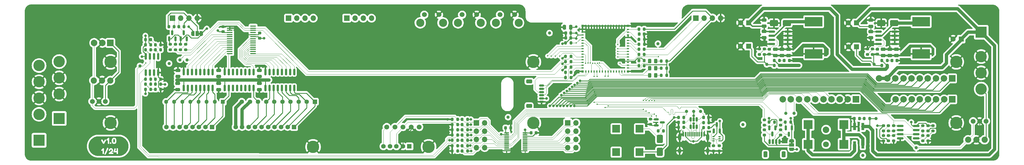
<source format=gbr>
%TF.GenerationSoftware,KiCad,Pcbnew,7.0.10*%
%TF.CreationDate,2024-02-02T23:20:54-05:00*%
%TF.ProjectId,ayab-esp32,61796162-2d65-4737-9033-322e6b696361,rev?*%
%TF.SameCoordinates,PX2be61f8PY9c01778*%
%TF.FileFunction,Copper,L1,Top*%
%TF.FilePolarity,Positive*%
%FSLAX46Y46*%
G04 Gerber Fmt 4.6, Leading zero omitted, Abs format (unit mm)*
G04 Created by KiCad (PCBNEW 7.0.10) date 2024-02-02 23:20:54*
%MOMM*%
%LPD*%
G01*
G04 APERTURE LIST*
G04 Aperture macros list*
%AMRoundRect*
0 Rectangle with rounded corners*
0 $1 Rounding radius*
0 $2 $3 $4 $5 $6 $7 $8 $9 X,Y pos of 4 corners*
0 Add a 4 corners polygon primitive as box body*
4,1,4,$2,$3,$4,$5,$6,$7,$8,$9,$2,$3,0*
0 Add four circle primitives for the rounded corners*
1,1,$1+$1,$2,$3*
1,1,$1+$1,$4,$5*
1,1,$1+$1,$6,$7*
1,1,$1+$1,$8,$9*
0 Add four rect primitives between the rounded corners*
20,1,$1+$1,$2,$3,$4,$5,0*
20,1,$1+$1,$4,$5,$6,$7,0*
20,1,$1+$1,$6,$7,$8,$9,0*
20,1,$1+$1,$8,$9,$2,$3,0*%
%AMFreePoly0*
4,1,19,0.550000,-0.750000,0.000000,-0.750000,0.000000,-0.744911,-0.071157,-0.744911,-0.207708,-0.704816,-0.327430,-0.627875,-0.420627,-0.520320,-0.479746,-0.390866,-0.500000,-0.250000,-0.500000,0.250000,-0.479746,0.390866,-0.420627,0.520320,-0.327430,0.627875,-0.207708,0.704816,-0.071157,0.744911,0.000000,0.744911,0.000000,0.750000,0.550000,0.750000,0.550000,-0.750000,0.550000,-0.750000,
$1*%
%AMFreePoly1*
4,1,19,0.000000,0.744911,0.071157,0.744911,0.207708,0.704816,0.327430,0.627875,0.420627,0.520320,0.479746,0.390866,0.500000,0.250000,0.500000,-0.250000,0.479746,-0.390866,0.420627,-0.520320,0.327430,-0.627875,0.207708,-0.704816,0.071157,-0.744911,0.000000,-0.744911,0.000000,-0.750000,-0.550000,-0.750000,-0.550000,0.750000,0.000000,0.750000,0.000000,0.744911,0.000000,0.744911,
$1*%
%AMFreePoly2*
4,1,6,0.600000,-0.600000,-0.600000,-0.600000,-0.600000,0.000000,0.000000,0.600000,0.600000,0.600000,0.600000,-0.600000,0.600000,-0.600000,$1*%
G04 Aperture macros list end*
%TA.AperFunction,ComponentPad*%
%ADD10R,1.600000X1.600000*%
%TD*%
%TA.AperFunction,ComponentPad*%
%ADD11C,1.600000*%
%TD*%
%TA.AperFunction,SMDPad,CuDef*%
%ADD12RoundRect,0.225000X0.225000X0.250000X-0.225000X0.250000X-0.225000X-0.250000X0.225000X-0.250000X0*%
%TD*%
%TA.AperFunction,SMDPad,CuDef*%
%ADD13RoundRect,0.200000X0.275000X-0.200000X0.275000X0.200000X-0.275000X0.200000X-0.275000X-0.200000X0*%
%TD*%
%TA.AperFunction,SMDPad,CuDef*%
%ADD14C,1.000000*%
%TD*%
%TA.AperFunction,SMDPad,CuDef*%
%ADD15RoundRect,0.200000X0.200000X0.275000X-0.200000X0.275000X-0.200000X-0.275000X0.200000X-0.275000X0*%
%TD*%
%TA.AperFunction,SMDPad,CuDef*%
%ADD16RoundRect,0.200000X-0.200000X-0.275000X0.200000X-0.275000X0.200000X0.275000X-0.200000X0.275000X0*%
%TD*%
%TA.AperFunction,ComponentPad*%
%ADD17R,2.000000X2.000000*%
%TD*%
%TA.AperFunction,ComponentPad*%
%ADD18C,2.000000*%
%TD*%
%TA.AperFunction,ComponentPad*%
%ADD19C,1.520000*%
%TD*%
%TA.AperFunction,ComponentPad*%
%ADD20C,2.500000*%
%TD*%
%TA.AperFunction,SMDPad,CuDef*%
%ADD21RoundRect,0.150000X0.150000X-0.825000X0.150000X0.825000X-0.150000X0.825000X-0.150000X-0.825000X0*%
%TD*%
%TA.AperFunction,SMDPad,CuDef*%
%ADD22RoundRect,0.250000X-0.475000X0.250000X-0.475000X-0.250000X0.475000X-0.250000X0.475000X0.250000X0*%
%TD*%
%TA.AperFunction,SMDPad,CuDef*%
%ADD23RoundRect,0.250000X0.475000X-0.250000X0.475000X0.250000X-0.475000X0.250000X-0.475000X-0.250000X0*%
%TD*%
%TA.AperFunction,ComponentPad*%
%ADD24C,1.500000*%
%TD*%
%TA.AperFunction,ComponentPad*%
%ADD25R,1.400000X1.400000*%
%TD*%
%TA.AperFunction,ComponentPad*%
%ADD26C,1.400000*%
%TD*%
%TA.AperFunction,SMDPad,CuDef*%
%ADD27RoundRect,0.225000X-0.225000X-0.250000X0.225000X-0.250000X0.225000X0.250000X-0.225000X0.250000X0*%
%TD*%
%TA.AperFunction,SMDPad,CuDef*%
%ADD28RoundRect,0.150000X-0.150000X0.825000X-0.150000X-0.825000X0.150000X-0.825000X0.150000X0.825000X0*%
%TD*%
%TA.AperFunction,ComponentPad*%
%ADD29R,3.500000X3.500000*%
%TD*%
%TA.AperFunction,ComponentPad*%
%ADD30C,3.500000*%
%TD*%
%TA.AperFunction,SMDPad,CuDef*%
%ADD31RoundRect,0.218750X0.218750X0.256250X-0.218750X0.256250X-0.218750X-0.256250X0.218750X-0.256250X0*%
%TD*%
%TA.AperFunction,SMDPad,CuDef*%
%ADD32RoundRect,0.150000X-0.625000X0.150000X-0.625000X-0.150000X0.625000X-0.150000X0.625000X0.150000X0*%
%TD*%
%TA.AperFunction,SMDPad,CuDef*%
%ADD33RoundRect,0.250000X-0.650000X0.350000X-0.650000X-0.350000X0.650000X-0.350000X0.650000X0.350000X0*%
%TD*%
%TA.AperFunction,SMDPad,CuDef*%
%ADD34RoundRect,0.200000X-0.275000X0.200000X-0.275000X-0.200000X0.275000X-0.200000X0.275000X0.200000X0*%
%TD*%
%TA.AperFunction,ComponentPad*%
%ADD35C,1.800000*%
%TD*%
%TA.AperFunction,SMDPad,CuDef*%
%ADD36R,2.800000X2.800000*%
%TD*%
%TA.AperFunction,ComponentPad*%
%ADD37R,1.700000X1.700000*%
%TD*%
%TA.AperFunction,ComponentPad*%
%ADD38O,1.700000X1.700000*%
%TD*%
%TA.AperFunction,ComponentPad*%
%ADD39C,3.800000*%
%TD*%
%TA.AperFunction,SMDPad,CuDef*%
%ADD40RoundRect,0.150000X0.150000X-0.587500X0.150000X0.587500X-0.150000X0.587500X-0.150000X-0.587500X0*%
%TD*%
%TA.AperFunction,SMDPad,CuDef*%
%ADD41RoundRect,0.225000X-0.250000X0.225000X-0.250000X-0.225000X0.250000X-0.225000X0.250000X0.225000X0*%
%TD*%
%TA.AperFunction,SMDPad,CuDef*%
%ADD42RoundRect,0.243750X-0.243750X-0.456250X0.243750X-0.456250X0.243750X0.456250X-0.243750X0.456250X0*%
%TD*%
%TA.AperFunction,SMDPad,CuDef*%
%ADD43RoundRect,0.218750X-0.218750X-0.256250X0.218750X-0.256250X0.218750X0.256250X-0.218750X0.256250X0*%
%TD*%
%TA.AperFunction,SMDPad,CuDef*%
%ADD44RoundRect,0.150000X-0.150000X0.587500X-0.150000X-0.587500X0.150000X-0.587500X0.150000X0.587500X0*%
%TD*%
%TA.AperFunction,SMDPad,CuDef*%
%ADD45RoundRect,0.225000X0.250000X-0.225000X0.250000X0.225000X-0.250000X0.225000X-0.250000X-0.225000X0*%
%TD*%
%TA.AperFunction,SMDPad,CuDef*%
%ADD46R,0.600000X1.450000*%
%TD*%
%TA.AperFunction,SMDPad,CuDef*%
%ADD47R,0.300000X1.450000*%
%TD*%
%TA.AperFunction,ComponentPad*%
%ADD48O,1.000000X2.100000*%
%TD*%
%TA.AperFunction,ComponentPad*%
%ADD49O,1.000000X1.600000*%
%TD*%
%TA.AperFunction,SMDPad,CuDef*%
%ADD50FreePoly0,180.000000*%
%TD*%
%TA.AperFunction,SMDPad,CuDef*%
%ADD51R,1.000000X1.500000*%
%TD*%
%TA.AperFunction,SMDPad,CuDef*%
%ADD52FreePoly1,180.000000*%
%TD*%
%TA.AperFunction,SMDPad,CuDef*%
%ADD53R,5.400000X2.900000*%
%TD*%
%TA.AperFunction,SMDPad,CuDef*%
%ADD54R,0.840000X2.240000*%
%TD*%
%TA.AperFunction,SMDPad,CuDef*%
%ADD55R,2.400000X2.400000*%
%TD*%
%TA.AperFunction,SMDPad,CuDef*%
%ADD56FreePoly0,270.000000*%
%TD*%
%TA.AperFunction,SMDPad,CuDef*%
%ADD57R,1.500000X1.000000*%
%TD*%
%TA.AperFunction,SMDPad,CuDef*%
%ADD58FreePoly1,270.000000*%
%TD*%
%TA.AperFunction,ComponentPad*%
%ADD59R,1.350000X1.350000*%
%TD*%
%TA.AperFunction,ComponentPad*%
%ADD60C,1.350000*%
%TD*%
%TA.AperFunction,SMDPad,CuDef*%
%ADD61R,0.650000X0.400000*%
%TD*%
%TA.AperFunction,SMDPad,CuDef*%
%ADD62RoundRect,0.150000X0.150000X-0.512500X0.150000X0.512500X-0.150000X0.512500X-0.150000X-0.512500X0*%
%TD*%
%TA.AperFunction,SMDPad,CuDef*%
%ADD63RoundRect,0.150000X-0.825000X-0.150000X0.825000X-0.150000X0.825000X0.150000X-0.825000X0.150000X0*%
%TD*%
%TA.AperFunction,ComponentPad*%
%ADD64C,1.900000*%
%TD*%
%TA.AperFunction,SMDPad,CuDef*%
%ADD65RoundRect,0.250000X0.250000X0.475000X-0.250000X0.475000X-0.250000X-0.475000X0.250000X-0.475000X0*%
%TD*%
%TA.AperFunction,SMDPad,CuDef*%
%ADD66RoundRect,0.250000X1.000000X0.650000X-1.000000X0.650000X-1.000000X-0.650000X1.000000X-0.650000X0*%
%TD*%
%TA.AperFunction,SMDPad,CuDef*%
%ADD67R,1.750000X0.450000*%
%TD*%
%TA.AperFunction,SMDPad,CuDef*%
%ADD68RoundRect,0.250000X0.650000X-1.000000X0.650000X1.000000X-0.650000X1.000000X-0.650000X-1.000000X0*%
%TD*%
%TA.AperFunction,SMDPad,CuDef*%
%ADD69RoundRect,0.075000X-0.662500X-0.075000X0.662500X-0.075000X0.662500X0.075000X-0.662500X0.075000X0*%
%TD*%
%TA.AperFunction,SMDPad,CuDef*%
%ADD70RoundRect,0.150000X-0.150000X-0.625000X0.150000X-0.625000X0.150000X0.625000X-0.150000X0.625000X0*%
%TD*%
%TA.AperFunction,SMDPad,CuDef*%
%ADD71RoundRect,0.250000X-0.350000X-0.650000X0.350000X-0.650000X0.350000X0.650000X-0.350000X0.650000X0*%
%TD*%
%TA.AperFunction,SMDPad,CuDef*%
%ADD72RoundRect,0.150000X-0.587500X-0.150000X0.587500X-0.150000X0.587500X0.150000X-0.587500X0.150000X0*%
%TD*%
%TA.AperFunction,ComponentPad*%
%ADD73R,1.275000X1.275000*%
%TD*%
%TA.AperFunction,ComponentPad*%
%ADD74C,1.275000*%
%TD*%
%TA.AperFunction,SMDPad,CuDef*%
%ADD75R,0.800000X0.400000*%
%TD*%
%TA.AperFunction,SMDPad,CuDef*%
%ADD76R,0.400000X0.800000*%
%TD*%
%TA.AperFunction,SMDPad,CuDef*%
%ADD77FreePoly2,0.000000*%
%TD*%
%TA.AperFunction,SMDPad,CuDef*%
%ADD78R,1.200000X1.200000*%
%TD*%
%TA.AperFunction,SMDPad,CuDef*%
%ADD79R,0.800000X0.800000*%
%TD*%
%TA.AperFunction,ViaPad*%
%ADD80C,0.450000*%
%TD*%
%TA.AperFunction,ViaPad*%
%ADD81C,0.800000*%
%TD*%
%TA.AperFunction,Conductor*%
%ADD82C,0.250000*%
%TD*%
%TA.AperFunction,Conductor*%
%ADD83C,0.100000*%
%TD*%
%TA.AperFunction,Conductor*%
%ADD84C,1.000000*%
%TD*%
%TA.AperFunction,Conductor*%
%ADD85C,0.400000*%
%TD*%
G04 APERTURE END LIST*
%TA.AperFunction,EtchedComponent*%
%TO.C,kibuzzard-65A20B9D*%
G36*
X27009088Y6014824D02*
G01*
X27090051Y5919098D01*
X27138628Y5759554D01*
X27154821Y5536193D01*
X27154821Y5520953D01*
X27138470Y5303148D01*
X27089416Y5147573D01*
X27007660Y5054228D01*
X26893201Y5023113D01*
X26780965Y5055101D01*
X26700796Y5151065D01*
X26652695Y5311006D01*
X26636661Y5534923D01*
X26652853Y5758840D01*
X26701431Y5918780D01*
X26782393Y6014745D01*
X26895741Y6046733D01*
X27009088Y6014824D01*
G37*
%TD.AperFunction*%
%TA.AperFunction,EtchedComponent*%
G36*
X28467593Y6916002D02*
G01*
X28615704Y6905076D01*
X28763100Y6886897D01*
X28909426Y6861507D01*
X29054330Y6828967D01*
X29197463Y6789357D01*
X29338480Y6742771D01*
X29477042Y6689322D01*
X29612814Y6629139D01*
X29745469Y6562366D01*
X29874688Y6489164D01*
X30000160Y6409710D01*
X30121581Y6324195D01*
X30238661Y6232825D01*
X30351116Y6135821D01*
X30458676Y6033415D01*
X30561082Y5925855D01*
X30658086Y5813400D01*
X30749456Y5696320D01*
X30834971Y5574899D01*
X30914425Y5449427D01*
X30987627Y5320208D01*
X31054400Y5187553D01*
X31114583Y5051781D01*
X31168032Y4913219D01*
X31214618Y4772202D01*
X31254228Y4629069D01*
X31286768Y4484165D01*
X31312158Y4337838D01*
X31330337Y4190443D01*
X31341263Y4042332D01*
X31344907Y3893864D01*
X31341263Y3745396D01*
X31330337Y3597285D01*
X31312158Y3449890D01*
X31286768Y3303563D01*
X31254228Y3158659D01*
X31214618Y3015526D01*
X31168032Y2874509D01*
X31114583Y2735947D01*
X31054400Y2600175D01*
X30987627Y2467520D01*
X30914425Y2338301D01*
X30834971Y2212829D01*
X30749456Y2091408D01*
X30658086Y1974328D01*
X30561082Y1861873D01*
X30458676Y1754313D01*
X30351116Y1651907D01*
X30238661Y1554903D01*
X30121581Y1463533D01*
X30000160Y1378018D01*
X29874688Y1298564D01*
X29745469Y1225362D01*
X29612814Y1158589D01*
X29477042Y1098406D01*
X29338480Y1044957D01*
X29197463Y998371D01*
X29054330Y958761D01*
X28909426Y926221D01*
X28763100Y900831D01*
X28615704Y882652D01*
X28467593Y871726D01*
X28319125Y868082D01*
X28107458Y868082D01*
X27889744Y868082D01*
X26463340Y868082D01*
X25193941Y868082D01*
X24188601Y868082D01*
X23562986Y868082D01*
X22904838Y868082D01*
X22058171Y868082D01*
X21909703Y871726D01*
X21761593Y882652D01*
X21614197Y900831D01*
X21467870Y926221D01*
X21322966Y958761D01*
X21179833Y998371D01*
X21038816Y1044957D01*
X20900254Y1098406D01*
X20764482Y1158589D01*
X20631827Y1225362D01*
X20502608Y1298564D01*
X20377137Y1378018D01*
X20255715Y1463533D01*
X20138635Y1554903D01*
X20026180Y1651907D01*
X19918620Y1754313D01*
X19816214Y1861873D01*
X19719210Y1974328D01*
X19627840Y2091408D01*
X19542325Y2212829D01*
X19462871Y2338301D01*
X19389669Y2467520D01*
X19322896Y2600175D01*
X19287387Y2680282D01*
X22904838Y2680282D01*
X22983665Y2525129D01*
X23135064Y2437543D01*
X23310237Y2515119D01*
X23342769Y2545149D01*
X23342769Y1651770D01*
X23346523Y1560430D01*
X23370296Y1491612D01*
X23437237Y1442814D01*
X23562986Y1426548D01*
X23691862Y1443440D01*
X23712329Y1459080D01*
X23923340Y1459080D01*
X23952119Y1395267D01*
X24063478Y1328952D01*
X24188601Y1291415D01*
X24257419Y1310184D01*
X24294956Y1348972D01*
X24326237Y1411533D01*
X24441853Y1651770D01*
X25264660Y1651770D01*
X25329724Y1494115D01*
X25484877Y1426548D01*
X26463340Y1426548D01*
X26618493Y1456578D01*
X26672296Y1521642D01*
X26688562Y1648016D01*
X26673547Y1775642D01*
X26614739Y1848213D01*
X26468345Y1871986D01*
X26010394Y1871986D01*
X26010394Y1884499D01*
X26072956Y1909523D01*
X26228109Y1993982D01*
X26403281Y2132243D01*
X26432650Y2164775D01*
X26763636Y2164775D01*
X26776148Y2057169D01*
X26844340Y1985849D01*
X26983853Y1962075D01*
X27662020Y1962075D01*
X27662020Y1656775D01*
X27677035Y1526647D01*
X27709567Y1476597D01*
X27774631Y1446568D01*
X27889744Y1434055D01*
X28011114Y1449070D01*
X28083685Y1510381D01*
X28107458Y1654272D01*
X28107458Y3045642D01*
X28103705Y3133228D01*
X28079931Y3199543D01*
X28012365Y3252095D01*
X27885990Y3268361D01*
X27758365Y3254597D01*
X27689547Y3205799D01*
X27665774Y3143238D01*
X27662020Y3058154D01*
X27662020Y2374982D01*
X27254119Y2374982D01*
X27406769Y2985583D01*
X27409271Y2993090D01*
X27426789Y3098193D01*
X27382995Y3194538D01*
X27251616Y3258351D01*
X27136503Y3275868D01*
X27050168Y3248341D01*
X27005123Y3190784D01*
X26978848Y3103198D01*
X26898281Y2778019D01*
X26771143Y2264873D01*
X26763636Y2164775D01*
X26432650Y2164775D01*
X26484611Y2222331D01*
X26553429Y2337445D01*
X26600350Y2468824D01*
X26615990Y2607711D01*
X26595137Y2779685D01*
X26532575Y2938592D01*
X26428306Y3084430D01*
X26290531Y3200516D01*
X26127454Y3270168D01*
X25939074Y3293385D01*
X25837831Y3281048D01*
X25750833Y3270446D01*
X25588173Y3201628D01*
X25451094Y3086932D01*
X25347520Y2943319D01*
X25285375Y2787749D01*
X25264660Y2620223D01*
X25277173Y2492597D01*
X25345365Y2421277D01*
X25484877Y2397504D01*
X25612503Y2412518D01*
X25680069Y2457563D01*
X25703843Y2520124D01*
X25707596Y2602706D01*
X25707596Y2617720D01*
X25717606Y2675277D01*
X25783922Y2791642D01*
X25922808Y2850450D01*
X26047931Y2827927D01*
X26114247Y2779129D01*
X26153035Y2711563D01*
X26170552Y2647750D01*
X26147091Y2538267D01*
X26076710Y2435041D01*
X25973170Y2340260D01*
X25850237Y2256115D01*
X25717606Y2176661D01*
X25584976Y2095957D01*
X25462042Y2006494D01*
X25358503Y1900765D01*
X25288121Y1781585D01*
X25264660Y1651770D01*
X24441853Y1651770D01*
X25129527Y3080676D01*
X25164562Y3205799D01*
X25130779Y3280248D01*
X25029429Y3348440D01*
X24903055Y3388479D01*
X24844247Y3378469D01*
X24759163Y3268361D01*
X23953370Y1584203D01*
X23923340Y1459080D01*
X23712329Y1459080D01*
X23758178Y1494115D01*
X23781951Y1560430D01*
X23785705Y1646765D01*
X23785705Y3040637D01*
X23773192Y3173267D01*
X23738158Y3227070D01*
X23681371Y3252188D01*
X23673094Y3255849D01*
X23554227Y3268361D01*
X23412838Y3203297D01*
X23405330Y3198292D01*
X22994926Y2827927D01*
X22904838Y2680282D01*
X19287387Y2680282D01*
X19262713Y2735947D01*
X19209264Y2874509D01*
X19162678Y3015526D01*
X19123068Y3158659D01*
X19090528Y3303563D01*
X19065138Y3449890D01*
X19046959Y3597285D01*
X19036033Y3745396D01*
X19032389Y3893864D01*
X19036033Y4042332D01*
X19046959Y4190443D01*
X19065138Y4337838D01*
X19090528Y4484165D01*
X19123068Y4629069D01*
X19162678Y4772202D01*
X19209264Y4913219D01*
X19262713Y5051781D01*
X19322896Y5187553D01*
X19389669Y5320208D01*
X19462871Y5449427D01*
X19542325Y5574899D01*
X19627840Y5696320D01*
X19665419Y5744473D01*
X22905401Y5744473D01*
X22956201Y5607313D01*
X23484521Y4703073D01*
X23507381Y4675133D01*
X23577231Y4620523D01*
X23681371Y4593853D01*
X23791861Y4628143D01*
X23873141Y4705613D01*
X24398921Y5607313D01*
X24449721Y5747013D01*
X24416701Y5833373D01*
X24367171Y5874013D01*
X24525921Y5874013D01*
X24605931Y5716533D01*
X24759601Y5627633D01*
X24937401Y5706373D01*
X24970421Y5736853D01*
X24970421Y4830073D01*
X24974231Y4737363D01*
X24998361Y4667513D01*
X25066306Y4617983D01*
X25193941Y4601473D01*
X25324751Y4618618D01*
X25392061Y4670053D01*
X25416191Y4737363D01*
X25420001Y4824993D01*
X25420001Y4835153D01*
X25585101Y4835153D01*
X25634631Y4652273D01*
X25710196Y4616078D01*
X25837831Y4604013D01*
X25962608Y4622428D01*
X26029601Y4677673D01*
X26056271Y4747523D01*
X26060081Y4837693D01*
X26060081Y4847853D01*
X26016901Y5025653D01*
X25934668Y5065658D01*
X25804811Y5078993D01*
X25680033Y5059943D01*
X25613041Y5002793D01*
X25588911Y4934213D01*
X25585101Y4845313D01*
X25585101Y4835153D01*
X25420001Y4835153D01*
X25420001Y5536193D01*
X26187081Y5536193D01*
X26195265Y5358111D01*
X26219819Y5193011D01*
X26260741Y5040893D01*
X26315668Y4913258D01*
X26383931Y4804673D01*
X26473466Y4713550D01*
X26592211Y4638303D01*
X26735403Y4587820D01*
X26898281Y4570993D01*
X27060523Y4587503D01*
X27201811Y4637033D01*
X27318333Y4711963D01*
X27406281Y4804673D01*
X27492958Y4951199D01*
X27554871Y5121538D01*
X27592018Y5315689D01*
X27604401Y5533653D01*
X27595934Y5701575D01*
X27570534Y5863289D01*
X27528201Y6018793D01*
X27475178Y6147063D01*
X27407551Y6257553D01*
X27318651Y6350898D01*
X27201811Y6427733D01*
X27059888Y6479168D01*
X26895741Y6496313D01*
X26730958Y6478850D01*
X26587131Y6426463D01*
X26468703Y6348358D01*
X26380121Y6253743D01*
X26309953Y6131505D01*
X26246771Y5970533D01*
X26213610Y5842122D01*
X26193713Y5697342D01*
X26187081Y5536193D01*
X25420001Y5536193D01*
X25420001Y6239773D01*
X25407301Y6374393D01*
X25371741Y6429003D01*
X25305701Y6458213D01*
X25185051Y6470913D01*
X25041541Y6404873D01*
X25033921Y6399793D01*
X24617361Y6023873D01*
X24525921Y5874013D01*
X24367171Y5874013D01*
X24317641Y5914653D01*
X24177941Y5967993D01*
X24096661Y5946403D01*
X24052211Y5903223D01*
X24010301Y5833373D01*
X23677561Y5193293D01*
X23344821Y5833373D01*
X23277511Y5936243D01*
X23189881Y5970533D01*
X23037481Y5914653D01*
X22938421Y5832738D01*
X22905401Y5744473D01*
X19665419Y5744473D01*
X19719210Y5813400D01*
X19816214Y5925855D01*
X19918620Y6033415D01*
X20026180Y6135821D01*
X20138635Y6232825D01*
X20255715Y6324195D01*
X20377137Y6409710D01*
X20502608Y6489164D01*
X20631827Y6562366D01*
X20764482Y6629139D01*
X20900254Y6689322D01*
X21038816Y6742771D01*
X21179833Y6789357D01*
X21322966Y6828967D01*
X21467870Y6861507D01*
X21614197Y6886897D01*
X21761593Y6905076D01*
X21909703Y6916002D01*
X22058171Y6919646D01*
X22904838Y6919646D01*
X28107458Y6919646D01*
X28319125Y6919646D01*
X28467593Y6916002D01*
G37*
%TD.AperFunction*%
%TA.AperFunction,EtchedComponent*%
%TO.C,J804*%
G36*
X53358648Y38233864D02*
G01*
X52858648Y38233864D01*
X52858648Y38833864D01*
X53358648Y38833864D01*
X53358648Y38233864D01*
G37*
%TD.AperFunction*%
%TA.AperFunction,EtchedComponent*%
%TO.C,J802*%
G36*
X235769048Y4623864D02*
G01*
X235169048Y4623864D01*
X235169048Y5123864D01*
X235769048Y5123864D01*
X235769048Y4623864D01*
G37*
%TD.AperFunction*%
%TD*%
D10*
%TO.P,C609,1*%
%TO.N,+5V*%
X222258648Y41873864D03*
D11*
%TO.P,C609,2*%
%TO.N,GND*%
X219758648Y41873864D03*
%TD*%
D12*
%TO.P,C501,1*%
%TO.N,/ESP32/USB_M*%
X202243648Y11223864D03*
%TO.P,C501,2*%
%TO.N,GND*%
X200693648Y11223864D03*
%TD*%
D13*
%TO.P,R809,1*%
%TO.N,/AUX-CONNECTORS/AYAB_SCL*%
X45768648Y33573864D03*
%TO.P,R809,2*%
%TO.N,Net-(Q803-S)*%
X45768648Y35223864D03*
%TD*%
D14*
%TO.P,FID104,*%
%TO.N,*%
X160928648Y38703864D03*
%TD*%
D15*
%TO.P,R813,1*%
%TO.N,/AUX-CONNECTORS/AYAB_CIPO*%
X167543648Y26608864D03*
%TO.P,R813,2*%
%TO.N,/AUX-CONNECTORS/CIPO*%
X165893648Y26608864D03*
%TD*%
D13*
%TO.P,R807,1*%
%TO.N,/AUX-CONNECTORS/USER_I2C_VBUS*%
X227033248Y7283864D03*
%TO.P,R807,2*%
%TO.N,/AUX-CONNECTORS/AUX_SCL*%
X227033248Y8933864D03*
%TD*%
D16*
%TO.P,R207,1*%
%TO.N,/ESP32/BOOT1*%
X188468648Y36808864D03*
%TO.P,R207,2*%
%TO.N,GND*%
X190118648Y36808864D03*
%TD*%
D17*
%TO.P,J405,1,Pin_1*%
%TO.N,+5V*%
X255238648Y18343864D03*
D18*
%TO.P,J405,2,Pin_2*%
%TO.N,GND*%
X252738648Y18343864D03*
%TO.P,J405,3,Pin_3*%
%TO.N,unconnected-(J405-Pin_3-Pad3)*%
X250238648Y18343864D03*
%TO.P,J405,4,Pin_4*%
%TO.N,/BROTHER-CONNECTORS/ENC_V1*%
X247738648Y18343864D03*
%TO.P,J405,5,Pin_5*%
%TO.N,/BROTHER-CONNECTORS/ENC_V2*%
X245238648Y18343864D03*
%TO.P,J405,6,Pin_6*%
%TO.N,/BROTHER-CONNECTORS/ENC_BELTPHASE*%
X242738648Y18343864D03*
%TO.P,J405,7,Pin_7*%
%TO.N,/BROTHER-CONNECTORS/EOL_R_S*%
X240238648Y18343864D03*
%TO.P,J405,8,Pin_8*%
%TO.N,/BROTHER-CONNECTORS/EOL_R_N*%
X237738648Y18343864D03*
%TO.P,J405,9,Pin_9*%
%TO.N,Net-(J405-Pin_9)*%
X235238648Y18343864D03*
%TO.P,J405,10,Pin_10*%
%TO.N,Net-(J405-Pin_10)*%
X232738648Y18343864D03*
%TD*%
D19*
%TO.P,SW203,1,1*%
%TO.N,/ESP32/BOOT0*%
X145678648Y44353864D03*
%TO.P,SW203,2,2*%
%TO.N,GND*%
X150178648Y44353864D03*
D20*
%TO.P,SW203,3*%
%TO.N,N/C*%
X144428648Y41853864D03*
%TO.P,SW203,4*%
X151428648Y41853864D03*
%TD*%
D17*
%TO.P,J404,1,Pin_1*%
%TO.N,/BROTHER-CONNECTORS/SOL_F*%
X284918648Y18283864D03*
D18*
%TO.P,J404,2,Pin_2*%
%TO.N,/BROTHER-CONNECTORS/SOL_E*%
X282418648Y18283864D03*
%TO.P,J404,3,Pin_3*%
%TO.N,/BROTHER-CONNECTORS/SOL_D*%
X279918648Y18283864D03*
%TO.P,J404,4,Pin_4*%
%TO.N,/BROTHER-CONNECTORS/SOL_C*%
X277418648Y18283864D03*
%TO.P,J404,5,Pin_5*%
%TO.N,/BROTHER-CONNECTORS/SOL_B*%
X274918648Y18283864D03*
%TO.P,J404,6,Pin_6*%
%TO.N,/BROTHER-CONNECTORS/SOL_A*%
X272418648Y18283864D03*
%TO.P,J404,7,Pin_7*%
%TO.N,/BROTHER-CONNECTORS/SOL_9*%
X269918648Y18283864D03*
%TO.P,J404,8,Pin_8*%
%TO.N,/BROTHER-CONNECTORS/SOL_8*%
X267418648Y18283864D03*
%TD*%
D14*
%TO.P,TP701,1,1*%
%TO.N,/BROTHER-CONNECTORS/EOL_L*%
X34858648Y28583864D03*
%TD*%
%TO.P,TP503,1,1*%
%TO.N,/ESP32/USB_P*%
X207448648Y14593864D03*
%TD*%
D21*
%TO.P,U702,1*%
%TO.N,/IO CONDITIONING/EOL_L_K*%
X36696448Y26555864D03*
%TO.P,U702,2,-*%
%TO.N,Net-(U702A--)*%
X37966448Y26555864D03*
%TO.P,U702,3,+*%
%TO.N,/BROTHER-CONNECTORS/EOL_L*%
X39236448Y26555864D03*
%TO.P,U702,4,V-*%
%TO.N,GND*%
X40506448Y26555864D03*
%TO.P,U702,5,+*%
%TO.N,Net-(U702B-+)*%
X40506448Y31505864D03*
%TO.P,U702,6,-*%
%TO.N,/BROTHER-CONNECTORS/EOL_L*%
X39236448Y31505864D03*
%TO.P,U702,7*%
%TO.N,/IO CONDITIONING/EOL_L_L*%
X37966448Y31505864D03*
%TO.P,U702,8,V+*%
%TO.N,+5V*%
X36696448Y31505864D03*
%TD*%
D15*
%TO.P,R203,1*%
%TO.N,+3V3*%
X196998648Y27878864D03*
%TO.P,R203,2*%
%TO.N,Net-(D202-A)*%
X195348648Y27878864D03*
%TD*%
D22*
%TO.P,C610,1*%
%TO.N,+12V*%
X259873048Y39183864D03*
%TO.P,C610,2*%
%TO.N,GND*%
X259873048Y37283864D03*
%TD*%
D15*
%TO.P,R706,1*%
%TO.N,+5V*%
X135681148Y8908130D03*
%TO.P,R706,2*%
%TO.N,/BROTHER-CONNECTORS/ENC_BELTPHASE*%
X134031148Y8908130D03*
%TD*%
D23*
%TO.P,C621,1*%
%TO.N,/PSU/3V3_SW*%
X230428648Y31783864D03*
%TO.P,C621,2*%
%TO.N,GND*%
X230428648Y33683864D03*
%TD*%
D16*
%TO.P,R604,1*%
%TO.N,+5V*%
X263263648Y30233864D03*
%TO.P,R604,2*%
%TO.N,Net-(D603-A)*%
X264913648Y30233864D03*
%TD*%
D14*
%TO.P,TP401,1,1*%
%TO.N,Net-(J405-Pin_9)*%
X236198648Y13973864D03*
%TD*%
D23*
%TO.P,C602,1*%
%TO.N,+5V*%
X226998648Y40803864D03*
%TO.P,C602,2*%
%TO.N,GND*%
X226998648Y42703864D03*
%TD*%
D24*
%TO.P,J412,1,Pin_1*%
%TO.N,+5V*%
X295327698Y11550054D03*
%TO.P,J412,2,Pin_2*%
%TO.N,GND*%
X293327698Y11550054D03*
%TO.P,J412,3,Pin_3*%
%TO.N,/BROTHER-CONNECTORS/EOL_R*%
X291327698Y11550054D03*
%TD*%
D25*
%TO.P,J413,1,Pin_1*%
%TO.N,+5V*%
X117808648Y3833864D03*
D26*
%TO.P,J413,2,Pin_2*%
%TO.N,GND*%
X115808648Y3833864D03*
%TO.P,J413,3,Pin_3*%
%TO.N,/BROTHER-CONNECTORS/ENC_V2*%
X113808648Y3833864D03*
%TO.P,J413,4,Pin_4*%
%TO.N,/BROTHER-CONNECTORS/ENC_V1*%
X111808648Y3833864D03*
%TO.P,J413,5,Pin_5*%
%TO.N,/BROTHER-CONNECTORS/ENC_BELTPHASE*%
X109808648Y3833864D03*
%TD*%
D15*
%TO.P,R720,1*%
%TO.N,Net-(R720-Pad1)*%
X41256448Y33555864D03*
%TO.P,R720,2*%
%TO.N,Net-(U702B-+)*%
X39606448Y33555864D03*
%TD*%
D27*
%TO.P,C502,1*%
%TO.N,/ESP32/USB_P*%
X208368648Y12698864D03*
%TO.P,C502,2*%
%TO.N,GND*%
X209918648Y12698864D03*
%TD*%
D22*
%TO.P,C303,1*%
%TO.N,+12V*%
X71643648Y23208864D03*
%TO.P,C303,2*%
%TO.N,GND*%
X71643648Y21308864D03*
%TD*%
D28*
%TO.P,U304,1,I1*%
%TO.N,/SOLENOID DRIVERS/MCU_SOL_E*%
X57263648Y26733864D03*
%TO.P,U304,2,I2*%
%TO.N,/SOLENOID DRIVERS/MCU_SOL_D*%
X55993648Y26733864D03*
%TO.P,U304,3,I3*%
%TO.N,/SOLENOID DRIVERS/MCU_SOL_C*%
X54723648Y26733864D03*
%TO.P,U304,4,I4*%
%TO.N,/SOLENOID DRIVERS/MCU_SOL_B*%
X53453648Y26733864D03*
%TO.P,U304,5,I5*%
%TO.N,/SOLENOID DRIVERS/MCU_SOL_A*%
X52183648Y26733864D03*
%TO.P,U304,6,I6*%
%TO.N,/SOLENOID DRIVERS/MCU_SOL_9*%
X50913648Y26733864D03*
%TO.P,U304,7,I7*%
%TO.N,/SOLENOID DRIVERS/MCU_SOL_8*%
X49643648Y26733864D03*
%TO.P,U304,8,GND*%
%TO.N,GND*%
X48373648Y26733864D03*
%TO.P,U304,9,COM*%
%TO.N,+12V*%
X48373648Y21783864D03*
%TO.P,U304,10,O7*%
%TO.N,/BROTHER-CONNECTORS/SOL_8*%
X49643648Y21783864D03*
%TO.P,U304,11,O6*%
%TO.N,/BROTHER-CONNECTORS/SOL_9*%
X50913648Y21783864D03*
%TO.P,U304,12,O5*%
%TO.N,/BROTHER-CONNECTORS/SOL_A*%
X52183648Y21783864D03*
%TO.P,U304,13,O4*%
%TO.N,/BROTHER-CONNECTORS/SOL_B*%
X53453648Y21783864D03*
%TO.P,U304,14,O3*%
%TO.N,/BROTHER-CONNECTORS/SOL_C*%
X54723648Y21783864D03*
%TO.P,U304,15,O2*%
%TO.N,/BROTHER-CONNECTORS/SOL_D*%
X55993648Y21783864D03*
%TO.P,U304,16,O1*%
%TO.N,/BROTHER-CONNECTORS/SOL_E*%
X57263648Y21783864D03*
%TD*%
D13*
%TO.P,R810,1*%
%TO.N,/AUX-CONNECTORS/AYAB_SDA*%
X48918648Y33558864D03*
%TO.P,R810,2*%
%TO.N,Net-(Q804-S)*%
X48918648Y35208864D03*
%TD*%
D29*
%TO.P,J603,1,Pin_1*%
%TO.N,+12V*%
X9998648Y12418864D03*
D30*
%TO.P,J603,2,Pin_2*%
%TO.N,GND*%
X9998648Y19918864D03*
%TO.P,J603,3,Pin_3*%
X9998648Y24918864D03*
%TO.P,J603,4,Pin_4*%
%TO.N,+5V*%
X9998648Y29918864D03*
%TD*%
D31*
%TO.P,D604,1,K*%
%TO.N,GND*%
X234746148Y30243864D03*
%TO.P,D604,2,A*%
%TO.N,Net-(D604-A)*%
X233171148Y30243864D03*
%TD*%
D32*
%TO.P,J805,1,Pin_1*%
%TO.N,/AUX-CONNECTORS/AYAB_CS*%
X158518648Y22558864D03*
%TO.P,J805,2,Pin_2*%
%TO.N,/AUX-CONNECTORS/AYAB_COPI*%
X158518648Y21558864D03*
%TO.P,J805,3,Pin_3*%
%TO.N,/AUX-CONNECTORS/CIPO*%
X158518648Y20558864D03*
%TO.P,J805,4,Pin_4*%
%TO.N,/AUX-CONNECTORS/AYAB_SCK*%
X158518648Y19558864D03*
%TO.P,J805,5,Pin_5*%
%TO.N,+3V3*%
X158518648Y18558864D03*
%TO.P,J805,6,Pin_6*%
%TO.N,GND*%
X158518648Y17558864D03*
D33*
%TO.P,J805,MP*%
%TO.N,N/C*%
X154643648Y23858864D03*
X154643648Y16258864D03*
%TD*%
D14*
%TO.P,TP402,1,1*%
%TO.N,Net-(J405-Pin_10)*%
X233688648Y13973864D03*
%TD*%
D13*
%TO.P,R734,1*%
%TO.N,+5V*%
X265278648Y5508864D03*
%TO.P,R734,2*%
%TO.N,/BROTHER-CONNECTORS/EOL_R*%
X265278648Y7158864D03*
%TD*%
D15*
%TO.P,R710,1*%
%TO.N,+5V*%
X135681148Y5666464D03*
%TO.P,R710,2*%
%TO.N,/IO CONDITIONING/EOL_L_L*%
X134031148Y5666464D03*
%TD*%
D34*
%TO.P,R730,1*%
%TO.N,Net-(R721-Pad2)*%
X263728648Y7158864D03*
%TO.P,R730,2*%
%TO.N,GND*%
X263728648Y5508864D03*
%TD*%
D16*
%TO.P,R206,1*%
%TO.N,+3V3*%
X165893648Y35633864D03*
%TO.P,R206,2*%
%TO.N,/ESP32/BOOT0*%
X167543648Y35633864D03*
%TD*%
D23*
%TO.P,C601,1*%
%TO.N,+12V*%
X259838648Y40783864D03*
%TO.P,C601,2*%
%TO.N,GND*%
X259838648Y42683864D03*
%TD*%
D15*
%TO.P,R707,1*%
%TO.N,/IO CONDITIONING/EOL_L_K*%
X132631148Y7287297D03*
%TO.P,R707,2*%
%TO.N,GND*%
X130981148Y7287297D03*
%TD*%
D28*
%TO.P,U303,1,I1*%
%TO.N,/SOLENOID DRIVERS/MCU_SOL_0*%
X69813648Y26733864D03*
%TO.P,U303,2,I2*%
%TO.N,unconnected-(U303-I2-Pad2)*%
X68543648Y26733864D03*
%TO.P,U303,3,I3*%
%TO.N,unconnected-(U303-I3-Pad3)*%
X67273648Y26733864D03*
%TO.P,U303,4,I4*%
%TO.N,unconnected-(U303-I4-Pad4)*%
X66003648Y26733864D03*
%TO.P,U303,5,I5*%
%TO.N,unconnected-(U303-I5-Pad5)*%
X64733648Y26733864D03*
%TO.P,U303,6,I6*%
%TO.N,unconnected-(U303-I6-Pad6)*%
X63463648Y26733864D03*
%TO.P,U303,7,I7*%
%TO.N,/SOLENOID DRIVERS/MCU_SOL_F*%
X62193648Y26733864D03*
%TO.P,U303,8,GND*%
%TO.N,GND*%
X60923648Y26733864D03*
%TO.P,U303,9,COM*%
%TO.N,+12V*%
X60923648Y21783864D03*
%TO.P,U303,10,O7*%
%TO.N,/BROTHER-CONNECTORS/SOL_F*%
X62193648Y21783864D03*
%TO.P,U303,11,O6*%
%TO.N,unconnected-(U303-O6-Pad11)*%
X63463648Y21783864D03*
%TO.P,U303,12,O5*%
%TO.N,unconnected-(U303-O5-Pad12)*%
X64733648Y21783864D03*
%TO.P,U303,13,O4*%
%TO.N,unconnected-(U303-O4-Pad13)*%
X66003648Y21783864D03*
%TO.P,U303,14,O3*%
%TO.N,unconnected-(U303-O3-Pad14)*%
X67273648Y21783864D03*
%TO.P,U303,15,O2*%
%TO.N,unconnected-(U303-O2-Pad15)*%
X68543648Y21783864D03*
%TO.P,U303,16,O1*%
%TO.N,/BROTHER-CONNECTORS/SOL_0*%
X69813648Y21783864D03*
%TD*%
D16*
%TO.P,R209,1*%
%TO.N,+3V3*%
X165893648Y29908864D03*
%TO.P,R209,2*%
%TO.N,/AUX-CONNECTORS/AYAB_SCL*%
X167543648Y29908864D03*
%TD*%
D35*
%TO.P,J601,*%
%TO.N,*%
X246073648Y4449064D03*
D18*
X246073648Y8949064D03*
D36*
%TO.P,J601,1*%
%TO.N,/PSU/INP_1*%
X240573648Y4449064D03*
X240573648Y10549064D03*
%TO.P,J601,2*%
%TO.N,/PSU/INP_2*%
X251573648Y4449064D03*
%TO.P,J601,3*%
X251573648Y10549064D03*
%TD*%
D37*
%TO.P,J701,1,Pin_1*%
%TO.N,/ESP32/ENC_A*%
X166556146Y11066464D03*
D38*
%TO.P,J701,2,Pin_2*%
%TO.N,/ESP32/ENC_B*%
X169096146Y11066464D03*
%TO.P,J701,3,Pin_3*%
%TO.N,/ESP32/ENC_BP*%
X166556146Y8526464D03*
%TO.P,J701,4,Pin_4*%
%TO.N,/ESP32/EOL_L_P*%
X169096146Y8526464D03*
%TO.P,J701,5,Pin_5*%
%TO.N,/ESP32/EOL_L_N*%
X166556146Y5986464D03*
%TO.P,J701,6,Pin_6*%
%TO.N,/ESP32/EOL_R_P*%
X169096146Y5986464D03*
%TO.P,J701,7,Pin_7*%
%TO.N,/ESP32/EOL_R_N*%
X166556146Y3446464D03*
%TO.P,J701,8,Pin_8*%
%TO.N,Net-(J701-Pin_8)*%
X169096146Y3446464D03*
%TD*%
D15*
%TO.P,R704,1*%
%TO.N,+5V*%
X135681148Y10528963D03*
%TO.P,R704,2*%
%TO.N,/BROTHER-CONNECTORS/ENC_V2*%
X134031148Y10528963D03*
%TD*%
D39*
%TO.P,H106,1,1*%
%TO.N,GND*%
X286152698Y11025054D03*
%TD*%
D37*
%TO.P,J801,1,Pin_1*%
%TO.N,/AUX-CONNECTORS/AYAB_RX*%
X206018648Y43333864D03*
D38*
%TO.P,J801,2,Pin_2*%
%TO.N,/AUX-CONNECTORS/AYAB_TX*%
X208558648Y43333864D03*
%TO.P,J801,3,Pin_3*%
%TO.N,+3V3*%
X211098648Y43333864D03*
%TO.P,J801,4,Pin_4*%
%TO.N,GND*%
X213638648Y43333864D03*
%TD*%
D29*
%TO.P,J602,1,Pin_1*%
%TO.N,unconnected-(J602-Pin_1-Pad1)*%
X3808648Y5693864D03*
D30*
%TO.P,J602,2,Pin_2*%
%TO.N,+12V*%
X3808648Y13693864D03*
%TO.P,J602,3,Pin_3*%
%TO.N,GND*%
X3808648Y18693864D03*
%TO.P,J602,4,Pin_4*%
X3808648Y23693864D03*
%TO.P,J602,5,Pin_5*%
%TO.N,+5V*%
X3808648Y28693864D03*
%TD*%
D24*
%TO.P,J410,1,Pin_1*%
%TO.N,+5V*%
X120828648Y9773864D03*
%TO.P,J410,2,Pin_2*%
%TO.N,GND*%
X118328648Y9773864D03*
%TO.P,J410,3,Pin_3*%
%TO.N,/BROTHER-CONNECTORS/ENC_V2*%
X115828648Y9773864D03*
%TO.P,J410,4,Pin_4*%
%TO.N,/BROTHER-CONNECTORS/ENC_V1*%
X113328648Y9773864D03*
%TO.P,J410,5,Pin_5*%
%TO.N,/BROTHER-CONNECTORS/ENC_BELTPHASE*%
X110828648Y9773864D03*
%TD*%
D15*
%TO.P,R204,1*%
%TO.N,+3V3*%
X196998648Y25663864D03*
%TO.P,R204,2*%
%TO.N,Net-(D203-A)*%
X195348648Y25663864D03*
%TD*%
D40*
%TO.P,Q502,1,G*%
%TO.N,Net-(Q501B-C2)*%
X211468648Y8611364D03*
%TO.P,Q502,2,S*%
%TO.N,+5V*%
X213368648Y8611364D03*
%TO.P,Q502,3,D*%
%TO.N,Net-(Q501A-E1)*%
X212418648Y10486364D03*
%TD*%
D13*
%TO.P,R606,1*%
%TO.N,Net-(U601-FB)*%
X258798648Y32138864D03*
%TO.P,R606,2*%
%TO.N,GND*%
X258798648Y33788864D03*
%TD*%
D14*
%TO.P,FID102,*%
%TO.N,*%
X194318648Y35443864D03*
%TD*%
D15*
%TO.P,R703,1*%
%TO.N,/BROTHER-CONNECTORS/ENC_V2*%
X132631148Y10528963D03*
%TO.P,R703,2*%
%TO.N,GND*%
X130981148Y10528963D03*
%TD*%
D14*
%TO.P,FID106,*%
%TO.N,*%
X220508648Y10543864D03*
%TD*%
D24*
%TO.P,J411,1,Pin_1*%
%TO.N,+5V*%
X24229648Y17677864D03*
%TO.P,J411,2,Pin_2*%
%TO.N,GND*%
X22229648Y17677864D03*
%TO.P,J411,3,Pin_3*%
%TO.N,/BROTHER-CONNECTORS/EOL_L*%
X20229648Y17677864D03*
%TD*%
D23*
%TO.P,C617,1*%
%TO.N,/PSU/3V3_SW*%
X234528648Y31793864D03*
%TO.P,C617,2*%
%TO.N,GND*%
X234528648Y33693864D03*
%TD*%
D16*
%TO.P,R605,1*%
%TO.N,+3V3*%
X230103648Y30243864D03*
%TO.P,R605,2*%
%TO.N,Net-(D604-A)*%
X231753648Y30243864D03*
%TD*%
%TO.P,R724,1*%
%TO.N,Net-(R720-Pad1)*%
X39606448Y35105864D03*
%TO.P,R724,2*%
%TO.N,GND*%
X41256448Y35105864D03*
%TD*%
D34*
%TO.P,R801,1*%
%TO.N,/AUX-CONNECTORS/I2C_SCL*%
X227033248Y11983864D03*
%TO.P,R801,2*%
%TO.N,Net-(Q801-S)*%
X227033248Y10333864D03*
%TD*%
D41*
%TO.P,C615,1*%
%TO.N,Net-(U602-FB)*%
X228628648Y33728864D03*
%TO.P,C615,2*%
%TO.N,/PSU/3V3_SW*%
X228628648Y32178864D03*
%TD*%
D27*
%TO.P,C202,1*%
%TO.N,/ESP32/nRST*%
X188518648Y38383864D03*
%TO.P,C202,2*%
%TO.N,GND*%
X190068648Y38383864D03*
%TD*%
D15*
%TO.P,R708,1*%
%TO.N,+5V*%
X135681148Y7287297D03*
%TO.P,R708,2*%
%TO.N,/IO CONDITIONING/EOL_L_K*%
X134031148Y7287297D03*
%TD*%
D34*
%TO.P,R211,1*%
%TO.N,/ESP32/BUZZER*%
X191978648Y12258864D03*
%TO.P,R211,2*%
%TO.N,GND*%
X191978648Y10608864D03*
%TD*%
D13*
%TO.P,R721,1*%
%TO.N,Net-(U703A--)*%
X265278648Y8558864D03*
%TO.P,R721,2*%
%TO.N,Net-(R721-Pad2)*%
X265278648Y10208864D03*
%TD*%
D39*
%TO.P,H107,1,1*%
%TO.N,GND*%
X123719698Y3659054D03*
%TD*%
D42*
%TO.P,D201,1,K*%
%TO.N,/ESP32/YEL*%
X191723648Y30063864D03*
%TO.P,D201,2,A*%
%TO.N,Net-(D201-A)*%
X193598648Y30063864D03*
%TD*%
D14*
%TO.P,TP502,1,1*%
%TO.N,/ESP32/USB_M*%
X203128648Y14603864D03*
%TD*%
D27*
%TO.P,C201,1*%
%TO.N,Net-(U201-SPIIO7{slash}GPIO36{slash}FSPICLK{slash}SUBSPICLK)*%
X188493648Y30213864D03*
%TO.P,C201,2*%
%TO.N,GND*%
X190043648Y30213864D03*
%TD*%
D39*
%TO.P,H104,1,1*%
%TO.N,GND*%
X286152698Y29821054D03*
%TD*%
D37*
%TO.P,J702,1,Pin_1*%
%TO.N,/BROTHER-CONNECTORS/ENC_V1*%
X138428648Y11074798D03*
D38*
%TO.P,J702,2,Pin_2*%
%TO.N,/BROTHER-CONNECTORS/ENC_V2*%
X140968648Y11074798D03*
%TO.P,J702,3,Pin_3*%
%TO.N,/BROTHER-CONNECTORS/ENC_BELTPHASE*%
X138428648Y8534798D03*
%TO.P,J702,4,Pin_4*%
%TO.N,/IO CONDITIONING/EOL_L_K*%
X140968648Y8534798D03*
%TO.P,J702,5,Pin_5*%
%TO.N,/IO CONDITIONING/EOL_L_L*%
X138428648Y5994798D03*
%TO.P,J702,6,Pin_6*%
%TO.N,/BROTHER-CONNECTORS/EOL_R_N*%
X140968648Y5994798D03*
%TO.P,J702,7,Pin_7*%
%TO.N,/BROTHER-CONNECTORS/EOL_R_S*%
X138428648Y3454798D03*
%TO.P,J702,8,Pin_8*%
%TO.N,Net-(J702-Pin_8)*%
X140968648Y3454798D03*
%TD*%
D34*
%TO.P,R503,1*%
%TO.N,Net-(Q501B-C2)*%
X211443648Y4036364D03*
%TO.P,R503,2*%
%TO.N,GND*%
X211443648Y2386364D03*
%TD*%
D10*
%TO.P,C613,1*%
%TO.N,/PSU/3V3_SW*%
X222228648Y34653864D03*
D11*
%TO.P,C613,2*%
%TO.N,GND*%
X219728648Y34653864D03*
%TD*%
D16*
%TO.P,R804,1*%
%TO.N,+3V3*%
X228518248Y11303864D03*
%TO.P,R804,2*%
%TO.N,Net-(Q801-S)*%
X230168248Y11303864D03*
%TD*%
D22*
%TO.P,C302,1*%
%TO.N,+12V*%
X59093648Y23208864D03*
%TO.P,C302,2*%
%TO.N,GND*%
X59093648Y21308864D03*
%TD*%
D14*
%TO.P,FID103,*%
%TO.N,*%
X257418648Y1033864D03*
%TD*%
D17*
%TO.P,J408,1,Pin_1*%
%TO.N,+5V*%
X25768648Y35653864D03*
D18*
%TO.P,J408,2,Pin_2*%
%TO.N,GND*%
X23268648Y35653864D03*
%TO.P,J408,3,Pin_3*%
%TO.N,/BROTHER-CONNECTORS/EOL_L*%
X20768648Y35653864D03*
%TD*%
D12*
%TO.P,C204,1*%
%TO.N,+3V3*%
X167493648Y38708864D03*
%TO.P,C204,2*%
%TO.N,GND*%
X165943648Y38708864D03*
%TD*%
D23*
%TO.P,C616,1*%
%TO.N,/PSU/5V_SW*%
X267708648Y31803864D03*
%TO.P,C616,2*%
%TO.N,GND*%
X267708648Y33703864D03*
%TD*%
%TO.P,C603,1*%
%TO.N,+12V*%
X46526248Y25321464D03*
%TO.P,C603,2*%
%TO.N,GND*%
X46526248Y27221464D03*
%TD*%
D13*
%TO.P,R722,1*%
%TO.N,Net-(R722-Pad1)*%
X275878648Y5508864D03*
%TO.P,R722,2*%
%TO.N,Net-(U703B-+)*%
X275878648Y7158864D03*
%TD*%
D42*
%TO.P,D202,1,K*%
%TO.N,/ESP32/GRN*%
X191723648Y27873864D03*
%TO.P,D202,2,A*%
%TO.N,Net-(D202-A)*%
X193598648Y27873864D03*
%TD*%
D16*
%TO.P,R501,1*%
%TO.N,+3V3*%
X200643648Y12748864D03*
%TO.P,R501,2*%
%TO.N,/ESP32/USB_M*%
X202293648Y12748864D03*
%TD*%
D27*
%TO.P,C702,1*%
%TO.N,+5V*%
X147428648Y9543864D03*
%TO.P,C702,2*%
%TO.N,GND*%
X148978648Y9543864D03*
%TD*%
D14*
%TO.P,TP301,1,1*%
%TO.N,Net-(U301-INTA)*%
X49348648Y30463864D03*
%TD*%
D16*
%TO.P,R814,1*%
%TO.N,+3V3*%
X165893648Y28258864D03*
%TO.P,R814,2*%
%TO.N,/AUX-CONNECTORS/AYAB_CS*%
X167543648Y28258864D03*
%TD*%
D15*
%TO.P,R803,1*%
%TO.N,+3V3*%
X235183648Y11273864D03*
%TO.P,R803,2*%
%TO.N,Net-(Q802-S)*%
X233533648Y11273864D03*
%TD*%
D16*
%TO.P,R728,1*%
%TO.N,Net-(R719-Pad2)*%
X39606448Y21380864D03*
%TO.P,R728,2*%
%TO.N,GND*%
X41256448Y21380864D03*
%TD*%
D43*
%TO.P,D602,1,K*%
%TO.N,GND*%
X254750498Y12378064D03*
%TO.P,D602,2,A*%
%TO.N,Net-(D602-A)*%
X256325498Y12378064D03*
%TD*%
D25*
%TO.P,J402,1,Pin_1*%
%TO.N,/BROTHER-CONNECTORS/SOL_F*%
X57038648Y9798664D03*
D26*
%TO.P,J402,2,Pin_2*%
%TO.N,/BROTHER-CONNECTORS/SOL_E*%
X55038648Y9798664D03*
%TO.P,J402,3,Pin_3*%
%TO.N,/BROTHER-CONNECTORS/SOL_D*%
X53038648Y9798664D03*
%TO.P,J402,4,Pin_4*%
%TO.N,/BROTHER-CONNECTORS/SOL_C*%
X51038648Y9798664D03*
%TO.P,J402,5,Pin_5*%
%TO.N,/BROTHER-CONNECTORS/SOL_B*%
X49038648Y9798664D03*
%TO.P,J402,6,Pin_6*%
%TO.N,/BROTHER-CONNECTORS/SOL_A*%
X47038648Y9798664D03*
%TO.P,J402,7,Pin_7*%
%TO.N,/BROTHER-CONNECTORS/SOL_9*%
X45038648Y9798664D03*
%TO.P,J402,8,Pin_8*%
%TO.N,/BROTHER-CONNECTORS/SOL_8*%
X43038648Y9798664D03*
%TD*%
D16*
%TO.P,R210,1*%
%TO.N,+3V3*%
X165893648Y31558864D03*
%TO.P,R210,2*%
%TO.N,/AUX-CONNECTORS/AYAB_SDA*%
X167543648Y31558864D03*
%TD*%
D44*
%TO.P,Q802,1,G*%
%TO.N,+3V3*%
X235533648Y9473864D03*
%TO.P,Q802,2,S*%
%TO.N,Net-(Q802-S)*%
X233633648Y9473864D03*
%TO.P,Q802,3,D*%
%TO.N,/AUX-CONNECTORS/AUX_SDA*%
X234583648Y7598864D03*
%TD*%
D29*
%TO.P,J604,1,Pin_1*%
%TO.N,+12V*%
X293828648Y38953864D03*
D30*
%TO.P,J604,2,Pin_2*%
%TO.N,GND*%
X293828648Y31453864D03*
%TO.P,J604,3,Pin_3*%
X293828648Y26453864D03*
%TO.P,J604,4,Pin_4*%
%TO.N,+5V*%
X293828648Y21453864D03*
%TD*%
D39*
%TO.P,H102,1,1*%
%TO.N,GND*%
X155977698Y29821054D03*
%TD*%
D45*
%TO.P,C305,1*%
%TO.N,+3V3*%
X71718648Y37133864D03*
%TO.P,C305,2*%
%TO.N,GND*%
X71718648Y38683864D03*
%TD*%
D15*
%TO.P,R711,1*%
%TO.N,/BROTHER-CONNECTORS/EOL_R_N*%
X132631148Y4045631D03*
%TO.P,R711,2*%
%TO.N,GND*%
X130981148Y4045631D03*
%TD*%
%TO.P,R705,1*%
%TO.N,/BROTHER-CONNECTORS/ENC_BELTPHASE*%
X132631148Y8908130D03*
%TO.P,R705,2*%
%TO.N,GND*%
X130981148Y8908130D03*
%TD*%
%TO.P,R212,1*%
%TO.N,Net-(D204-A)*%
X195998648Y8573864D03*
%TO.P,R212,2*%
%TO.N,Net-(Q201-D)*%
X194348648Y8573864D03*
%TD*%
D19*
%TO.P,SW201,1,1*%
%TO.N,Net-(U201-SPIIO7{slash}GPIO36{slash}FSPICLK{slash}SUBSPICLK)*%
X122398648Y44353864D03*
%TO.P,SW201,2,2*%
%TO.N,GND*%
X126898648Y44353864D03*
D20*
%TO.P,SW201,3*%
%TO.N,N/C*%
X121148648Y41853864D03*
%TO.P,SW201,4*%
X128148648Y41853864D03*
%TD*%
D12*
%TO.P,C703,1*%
%TO.N,GND*%
X38156448Y35105864D03*
%TO.P,C703,2*%
%TO.N,+5V*%
X36606448Y35105864D03*
%TD*%
D34*
%TO.P,R609,1*%
%TO.N,Net-(U602-FB)*%
X227078648Y33778864D03*
%TO.P,R609,2*%
%TO.N,/PSU/3V3_SW*%
X227078648Y32128864D03*
%TD*%
D46*
%TO.P,J501,A1,GND*%
%TO.N,GND*%
X202068648Y7543864D03*
%TO.P,J501,A4,VBUS*%
%TO.N,/USB/USB_VBUS*%
X202868648Y7543864D03*
D47*
%TO.P,J501,A5,CC1*%
%TO.N,/USB/UCPD_CC1*%
X204068648Y7543864D03*
%TO.P,J501,A6,D+*%
%TO.N,/ESP32/USB_P*%
X205068648Y7543864D03*
%TO.P,J501,A7,D-*%
%TO.N,/ESP32/USB_M*%
X205568648Y7543864D03*
%TO.P,J501,A8,SBU1*%
%TO.N,unconnected-(J501-SBU1-PadA8)*%
X206568648Y7543864D03*
D46*
%TO.P,J501,A9,VBUS*%
%TO.N,/USB/USB_VBUS*%
X207768648Y7543864D03*
%TO.P,J501,A12,GND*%
%TO.N,GND*%
X208568648Y7543864D03*
%TO.P,J501,B1,GND*%
X208568648Y7543864D03*
%TO.P,J501,B4,VBUS*%
%TO.N,/USB/USB_VBUS*%
X207768648Y7543864D03*
D47*
%TO.P,J501,B5,CC2*%
%TO.N,/USB/UCPD_CC2*%
X207068648Y7543864D03*
%TO.P,J501,B6,D+*%
%TO.N,/ESP32/USB_P*%
X206068648Y7543864D03*
%TO.P,J501,B7,D-*%
%TO.N,/ESP32/USB_M*%
X204568648Y7543864D03*
%TO.P,J501,B8,SBU2*%
%TO.N,unconnected-(J501-SBU2-PadB8)*%
X203568648Y7543864D03*
D46*
%TO.P,J501,B9,VBUS*%
%TO.N,/USB/USB_VBUS*%
X202868648Y7543864D03*
%TO.P,J501,B12,GND*%
%TO.N,GND*%
X202068648Y7543864D03*
D48*
%TO.P,J501,S1,SHIELD*%
X200998648Y6628864D03*
D49*
X200998648Y2448864D03*
D48*
X209638648Y6628864D03*
D49*
X209638648Y2448864D03*
%TD*%
D44*
%TO.P,Q801,1,G*%
%TO.N,+3V3*%
X230493248Y9503864D03*
%TO.P,Q801,2,S*%
%TO.N,Net-(Q801-S)*%
X228593248Y9503864D03*
%TO.P,Q801,3,D*%
%TO.N,/AUX-CONNECTORS/AUX_SCL*%
X229543248Y7628864D03*
%TD*%
D50*
%TO.P,J804,1,Pin_1*%
%TO.N,+3V3*%
X53758648Y38533864D03*
D51*
%TO.P,J804,2,Pin_2*%
%TO.N,/AUX-CONNECTORS/I2C_VBUS*%
X52458648Y38533864D03*
D52*
%TO.P,J804,3,Pin_3*%
%TO.N,+5V*%
X51158648Y38533864D03*
%TD*%
D34*
%TO.P,R726,1*%
%TO.N,Net-(R722-Pad1)*%
X277428648Y7158864D03*
%TO.P,R726,2*%
%TO.N,GND*%
X277428648Y5508864D03*
%TD*%
%TO.P,R812,1*%
%TO.N,+3V3*%
X44208648Y35223864D03*
%TO.P,R812,2*%
%TO.N,Net-(Q803-S)*%
X44208648Y33573864D03*
%TD*%
D15*
%TO.P,R201,1*%
%TO.N,+3V3*%
X190093648Y28663864D03*
%TO.P,R201,2*%
%TO.N,Net-(U201-SPIIO7{slash}GPIO36{slash}FSPICLK{slash}SUBSPICLK)*%
X188443648Y28663864D03*
%TD*%
D34*
%TO.P,R502,1*%
%TO.N,Net-(Q501A-B1)*%
X213193648Y4036364D03*
%TO.P,R502,2*%
%TO.N,GND*%
X213193648Y2386364D03*
%TD*%
D16*
%TO.P,R715,1*%
%TO.N,/IO CONDITIONING/EOL_L_K*%
X36556448Y24480864D03*
%TO.P,R715,2*%
%TO.N,Net-(U702A--)*%
X38206448Y24480864D03*
%TD*%
D19*
%TO.P,SW202,1,1*%
%TO.N,/ESP32/nRST*%
X134038648Y44353864D03*
%TO.P,SW202,2,2*%
%TO.N,GND*%
X138538648Y44353864D03*
D20*
%TO.P,SW202,3*%
%TO.N,N/C*%
X132788648Y41853864D03*
%TO.P,SW202,4*%
X139788648Y41853864D03*
%TD*%
D16*
%TO.P,R611,1*%
%TO.N,/PSU/5V_SW*%
X263263648Y28693864D03*
%TO.P,R611,2*%
%TO.N,+5V*%
X264913648Y28693864D03*
%TD*%
D45*
%TO.P,C704,1*%
%TO.N,GND*%
X277428648Y8608864D03*
%TO.P,C704,2*%
%TO.N,+5V*%
X277428648Y10158864D03*
%TD*%
D34*
%TO.P,R729,1*%
%TO.N,+5V*%
X263728648Y10208864D03*
%TO.P,R729,2*%
%TO.N,Net-(R721-Pad2)*%
X263728648Y8558864D03*
%TD*%
D53*
%TO.P,L602,1,1*%
%TO.N,Net-(D606-K)*%
X242253048Y42208864D03*
%TO.P,L602,2,2*%
%TO.N,/PSU/3V3_SW*%
X242253048Y32308864D03*
%TD*%
D37*
%TO.P,J202,1,Pin_1*%
%TO.N,/ESP32/ESP14*%
X80588648Y43283864D03*
D38*
%TO.P,J202,2,Pin_2*%
%TO.N,/ESP32/ESP17*%
X83128648Y43283864D03*
%TO.P,J202,3,Pin_3*%
%TO.N,/ESP32/ESP18*%
X85668648Y43283864D03*
%TO.P,J202,4,Pin_4*%
%TO.N,/ESP32/ESP21*%
X88208648Y43283864D03*
%TD*%
D23*
%TO.P,C604,1*%
%TO.N,+12V*%
X59093648Y25308864D03*
%TO.P,C604,2*%
%TO.N,GND*%
X59093648Y27208864D03*
%TD*%
%TO.P,C618,1*%
%TO.N,/PSU/5V_SW*%
X265688648Y31803864D03*
%TO.P,C618,2*%
%TO.N,GND*%
X265688648Y33703864D03*
%TD*%
D13*
%TO.P,R718,1*%
%TO.N,Net-(U703B-+)*%
X275878648Y8558864D03*
%TO.P,R718,2*%
%TO.N,/BROTHER-CONNECTORS/EOL_R_S*%
X275878648Y10208864D03*
%TD*%
D54*
%TO.P,D601,1*%
%TO.N,/PSU/INP_1*%
X254838648Y4253864D03*
%TO.P,D601,2*%
%TO.N,/PSU/INP_2*%
X257378648Y4253864D03*
%TO.P,D601,3,+*%
%TO.N,+12V*%
X257378648Y9893864D03*
%TO.P,D601,4,-*%
%TO.N,GND*%
X254838648Y9893864D03*
%TD*%
D15*
%TO.P,R806,1*%
%TO.N,/AUX-CONNECTORS/AYAB_TX*%
X190103648Y32143864D03*
%TO.P,R806,2*%
%TO.N,/AUX-CONNECTORS/UART_TX*%
X188453648Y32143864D03*
%TD*%
D16*
%TO.P,R208,1*%
%TO.N,/ESP32/VCC_SPI*%
X188468648Y35233864D03*
%TO.P,R208,2*%
%TO.N,GND*%
X190118648Y35233864D03*
%TD*%
D15*
%TO.P,R205,1*%
%TO.N,+3V3*%
X190113648Y39933864D03*
%TO.P,R205,2*%
%TO.N,/ESP32/nRST*%
X188463648Y39933864D03*
%TD*%
D16*
%TO.P,R723,1*%
%TO.N,+5V*%
X36556448Y36655864D03*
%TO.P,R723,2*%
%TO.N,Net-(R720-Pad1)*%
X38206448Y36655864D03*
%TD*%
D13*
%TO.P,R607,1*%
%TO.N,Net-(U602-FB)*%
X225538648Y32128864D03*
%TO.P,R607,2*%
%TO.N,GND*%
X225538648Y33778864D03*
%TD*%
D31*
%TO.P,D603,1,K*%
%TO.N,GND*%
X267916148Y30223864D03*
%TO.P,D603,2,A*%
%TO.N,Net-(D603-A)*%
X266341148Y30223864D03*
%TD*%
D53*
%TO.P,L601,1,1*%
%TO.N,Net-(D605-K)*%
X275348648Y42213864D03*
%TO.P,L601,2,2*%
%TO.N,/PSU/5V_SW*%
X275348648Y32313864D03*
%TD*%
D37*
%TO.P,J201,1,Pin_1*%
%TO.N,/ESP32/ESP39*%
X98518648Y43283864D03*
D38*
%TO.P,J201,2,Pin_2*%
%TO.N,/ESP32/ESP40*%
X101058648Y43283864D03*
%TO.P,J201,3,Pin_3*%
%TO.N,/ESP32/ESP41*%
X103598648Y43283864D03*
%TO.P,J201,4,Pin_4*%
%TO.N,/ESP32/ESP42*%
X106138648Y43283864D03*
%TD*%
D34*
%TO.P,R725,1*%
%TO.N,+5V*%
X278978648Y10208864D03*
%TO.P,R725,2*%
%TO.N,Net-(R722-Pad1)*%
X278978648Y8558864D03*
%TD*%
D55*
%TO.P,BUZZER201,1,+*%
%TO.N,+3V3*%
X188643648Y2048864D03*
%TO.P,BUZZER201,2,2*%
%TO.N,Net-(D204-A)*%
X188643648Y9248864D03*
%TO.P,BUZZER201,3,3*%
%TO.N,unconnected-(BUZZER201-Pad3)*%
X181443648Y9248864D03*
%TO.P,BUZZER201,4,4*%
%TO.N,unconnected-(BUZZER201-Pad4)*%
X181443648Y2048864D03*
%TD*%
D16*
%TO.P,R610,1*%
%TO.N,/PSU/3V3_SW*%
X230093648Y28713864D03*
%TO.P,R610,2*%
%TO.N,+3V3*%
X231743648Y28713864D03*
%TD*%
D15*
%TO.P,R202,1*%
%TO.N,+3V3*%
X196998648Y30063864D03*
%TO.P,R202,2*%
%TO.N,Net-(D201-A)*%
X195348648Y30063864D03*
%TD*%
D12*
%TO.P,C203,1*%
%TO.N,+3V3*%
X167493648Y37183864D03*
%TO.P,C203,2*%
%TO.N,GND*%
X165943648Y37183864D03*
%TD*%
D25*
%TO.P,J401,1,Pin_1*%
%TO.N,/BROTHER-CONNECTORS/SOL_7*%
X82308648Y9798664D03*
D26*
%TO.P,J401,2,Pin_2*%
%TO.N,/BROTHER-CONNECTORS/SOL_6*%
X80308648Y9798664D03*
%TO.P,J401,3,Pin_3*%
%TO.N,/BROTHER-CONNECTORS/SOL_5*%
X78308648Y9798664D03*
%TO.P,J401,4,Pin_4*%
%TO.N,/BROTHER-CONNECTORS/SOL_4*%
X76308648Y9798664D03*
%TO.P,J401,5,Pin_5*%
%TO.N,/BROTHER-CONNECTORS/SOL_3*%
X74308648Y9798664D03*
%TO.P,J401,6,Pin_6*%
%TO.N,/BROTHER-CONNECTORS/SOL_2*%
X72308648Y9798664D03*
%TO.P,J401,7,Pin_7*%
%TO.N,/BROTHER-CONNECTORS/SOL_1*%
X70308648Y9798664D03*
%TO.P,J401,8,Pin_8*%
%TO.N,/BROTHER-CONNECTORS/SOL_0*%
X68308648Y9798664D03*
%TO.P,J401,9,Pin_9*%
%TO.N,+12V*%
X66308648Y9798664D03*
%TO.P,J401,10,Pin_10*%
X64308648Y9798664D03*
%TD*%
D56*
%TO.P,J802,1,Pin_1*%
%TO.N,+3V3*%
X235469048Y5523864D03*
D57*
%TO.P,J802,2,Pin_2*%
%TO.N,/AUX-CONNECTORS/USER_I2C_VBUS*%
X235469048Y4223864D03*
D58*
%TO.P,J802,3,Pin_3*%
%TO.N,+5V*%
X235469048Y2923864D03*
%TD*%
D10*
%TO.P,C607,1*%
%TO.N,+12V*%
X287688648Y36843864D03*
D11*
%TO.P,C607,2*%
%TO.N,GND*%
X285188648Y36843864D03*
%TD*%
D15*
%TO.P,R709,1*%
%TO.N,/IO CONDITIONING/EOL_L_L*%
X132631148Y5666464D03*
%TO.P,R709,2*%
%TO.N,GND*%
X130981148Y5666464D03*
%TD*%
D13*
%TO.P,R808,1*%
%TO.N,/AUX-CONNECTORS/USER_I2C_VBUS*%
X232058648Y7273864D03*
%TO.P,R808,2*%
%TO.N,/AUX-CONNECTORS/AUX_SDA*%
X232058648Y8923864D03*
%TD*%
D59*
%TO.P,J406,1,Pin_1*%
%TO.N,/BROTHER-CONNECTORS/SOL_7*%
X88711248Y17578864D03*
D60*
%TO.P,J406,2,Pin_2*%
%TO.N,/BROTHER-CONNECTORS/SOL_6*%
X86211248Y17578864D03*
%TO.P,J406,3,Pin_3*%
%TO.N,/BROTHER-CONNECTORS/SOL_5*%
X83711248Y17578864D03*
%TO.P,J406,4,Pin_4*%
%TO.N,/BROTHER-CONNECTORS/SOL_4*%
X81211248Y17578864D03*
%TO.P,J406,5,Pin_5*%
%TO.N,/BROTHER-CONNECTORS/SOL_3*%
X78711248Y17578864D03*
%TO.P,J406,6,Pin_6*%
%TO.N,/BROTHER-CONNECTORS/SOL_2*%
X76211248Y17578864D03*
%TO.P,J406,7,Pin_7*%
%TO.N,/BROTHER-CONNECTORS/SOL_1*%
X73711248Y17578864D03*
%TO.P,J406,8,Pin_8*%
%TO.N,/BROTHER-CONNECTORS/SOL_0*%
X71211248Y17578864D03*
%TO.P,J406,9,Pin_9*%
%TO.N,+12V*%
X68711248Y17578864D03*
%TO.P,J406,10,Pin_10*%
X66211248Y17578864D03*
%TD*%
D39*
%TO.P,H103,1,1*%
%TO.N,GND*%
X155977698Y11025054D03*
%TD*%
D23*
%TO.P,C620,1*%
%TO.N,/PSU/5V_SW*%
X263658648Y31793864D03*
%TO.P,C620,2*%
%TO.N,GND*%
X263658648Y33693864D03*
%TD*%
D61*
%TO.P,Q501,1,E1*%
%TO.N,Net-(Q501A-E1)*%
X211368648Y6811364D03*
%TO.P,Q501,2,B1*%
%TO.N,Net-(Q501A-B1)*%
X211368648Y6161364D03*
%TO.P,Q501,3,C2*%
%TO.N,Net-(Q501B-C2)*%
X211368648Y5511364D03*
%TO.P,Q501,4,E2*%
%TO.N,+5V*%
X213268648Y5511364D03*
%TO.P,Q501,5,B2*%
%TO.N,Net-(Q501A-B1)*%
X213268648Y6161364D03*
%TO.P,Q501,6,C1*%
X213268648Y6811364D03*
%TD*%
D45*
%TO.P,C301,1*%
%TO.N,+3V3*%
X60418648Y39138864D03*
%TO.P,C301,2*%
%TO.N,GND*%
X60418648Y40688864D03*
%TD*%
D41*
%TO.P,C614,1*%
%TO.N,Net-(U601-FB)*%
X261888648Y33738864D03*
%TO.P,C614,2*%
%TO.N,/PSU/5V_SW*%
X261888648Y32188864D03*
%TD*%
D40*
%TO.P,Q803,1,G*%
%TO.N,+3V3*%
X43858648Y36943864D03*
%TO.P,Q803,2,S*%
%TO.N,Net-(Q803-S)*%
X45758648Y36943864D03*
%TO.P,Q803,3,D*%
%TO.N,/AUX-CONNECTORS/MCP_SCL*%
X44808648Y38818864D03*
%TD*%
D16*
%TO.P,R805,1*%
%TO.N,/AUX-CONNECTORS/UART_RX*%
X188458648Y33688864D03*
%TO.P,R805,2*%
%TO.N,/AUX-CONNECTORS/AYAB_RX*%
X190108648Y33688864D03*
%TD*%
D62*
%TO.P,U501,1,IO1*%
%TO.N,/ESP32/USB_M*%
X204368648Y9861364D03*
%TO.P,U501,2,VN*%
%TO.N,GND*%
X205318648Y9861364D03*
%TO.P,U501,3,IO2*%
%TO.N,/ESP32/USB_P*%
X206268648Y9861364D03*
%TO.P,U501,4,IO3*%
X206268648Y12136364D03*
%TO.P,U501,5,VP*%
%TO.N,/USB/USB_VBUS*%
X205318648Y12136364D03*
%TO.P,U501,6,IO4*%
%TO.N,/ESP32/USB_M*%
X204368648Y12136364D03*
%TD*%
D15*
%TO.P,R716,1*%
%TO.N,Net-(U702B-+)*%
X38206448Y33555864D03*
%TO.P,R716,2*%
%TO.N,/IO CONDITIONING/EOL_L_L*%
X36556448Y33555864D03*
%TD*%
D17*
%TO.P,J403,1,Pin_1*%
%TO.N,/BROTHER-CONNECTORS/SOL_7*%
X284878648Y24753864D03*
D18*
%TO.P,J403,2,Pin_2*%
%TO.N,/BROTHER-CONNECTORS/SOL_6*%
X282378648Y24753864D03*
%TO.P,J403,3,Pin_3*%
%TO.N,/BROTHER-CONNECTORS/SOL_5*%
X279878648Y24753864D03*
%TO.P,J403,4,Pin_4*%
%TO.N,/BROTHER-CONNECTORS/SOL_4*%
X277378648Y24753864D03*
%TO.P,J403,5,Pin_5*%
%TO.N,/BROTHER-CONNECTORS/SOL_3*%
X274878648Y24753864D03*
%TO.P,J403,6,Pin_6*%
%TO.N,/BROTHER-CONNECTORS/SOL_2*%
X272378648Y24753864D03*
%TO.P,J403,7,Pin_7*%
%TO.N,/BROTHER-CONNECTORS/SOL_1*%
X269878648Y24753864D03*
%TO.P,J403,8,Pin_8*%
%TO.N,/BROTHER-CONNECTORS/SOL_0*%
X267378648Y24753864D03*
%TO.P,J403,9,Pin_9*%
%TO.N,+12V*%
X264878648Y24753864D03*
%TO.P,J403,10,Pin_10*%
X262378648Y24753864D03*
%TD*%
D63*
%TO.P,U601,1,VIN*%
%TO.N,+12V*%
X262223048Y39138864D03*
%TO.P,U601,2,VOUT*%
%TO.N,Net-(D605-K)*%
X262223048Y37868864D03*
%TO.P,U601,3,FB*%
%TO.N,Net-(U601-FB)*%
X262223048Y36598864D03*
%TO.P,U601,4,EN*%
%TO.N,GND*%
X262223048Y35328864D03*
%TO.P,U601,5,GND*%
X267173048Y35328864D03*
%TO.P,U601,6,GND*%
X267173048Y36598864D03*
%TO.P,U601,7,GND*%
X267173048Y37868864D03*
%TO.P,U601,8,GND*%
X267173048Y39138864D03*
%TD*%
D64*
%TO.P,J409,1,Pin_1*%
%TO.N,+5V*%
X294853648Y5851364D03*
%TO.P,J409,2,Pin_2*%
%TO.N,GND*%
X292313648Y5851364D03*
%TO.P,J409,3,Pin_3*%
%TO.N,/BROTHER-CONNECTORS/EOL_R*%
X289773648Y5851364D03*
%TD*%
D14*
%TO.P,TP603,1,1*%
%TO.N,/PSU/3V3_SW*%
X227806048Y29065464D03*
%TD*%
D28*
%TO.P,U302,1,I1*%
%TO.N,/SOLENOID DRIVERS/MCU_SOL_7*%
X82363648Y26733864D03*
%TO.P,U302,2,I2*%
%TO.N,/SOLENOID DRIVERS/MCU_SOL_6*%
X81093648Y26733864D03*
%TO.P,U302,3,I3*%
%TO.N,/SOLENOID DRIVERS/MCU_SOL_5*%
X79823648Y26733864D03*
%TO.P,U302,4,I4*%
%TO.N,/SOLENOID DRIVERS/MCU_SOL_4*%
X78553648Y26733864D03*
%TO.P,U302,5,I5*%
%TO.N,/SOLENOID DRIVERS/MCU_SOL_3*%
X77283648Y26733864D03*
%TO.P,U302,6,I6*%
%TO.N,/SOLENOID DRIVERS/MCU_SOL_2*%
X76013648Y26733864D03*
%TO.P,U302,7,I7*%
%TO.N,/SOLENOID DRIVERS/MCU_SOL_1*%
X74743648Y26733864D03*
%TO.P,U302,8,GND*%
%TO.N,GND*%
X73473648Y26733864D03*
%TO.P,U302,9,COM*%
%TO.N,+12V*%
X73473648Y21783864D03*
%TO.P,U302,10,O7*%
%TO.N,/BROTHER-CONNECTORS/SOL_1*%
X74743648Y21783864D03*
%TO.P,U302,11,O6*%
%TO.N,/BROTHER-CONNECTORS/SOL_2*%
X76013648Y21783864D03*
%TO.P,U302,12,O5*%
%TO.N,/BROTHER-CONNECTORS/SOL_3*%
X77283648Y21783864D03*
%TO.P,U302,13,O4*%
%TO.N,/BROTHER-CONNECTORS/SOL_4*%
X78553648Y21783864D03*
%TO.P,U302,14,O3*%
%TO.N,/BROTHER-CONNECTORS/SOL_5*%
X79823648Y21783864D03*
%TO.P,U302,15,O2*%
%TO.N,/BROTHER-CONNECTORS/SOL_6*%
X81093648Y21783864D03*
%TO.P,U302,16,O1*%
%TO.N,/BROTHER-CONNECTORS/SOL_7*%
X82363648Y21783864D03*
%TD*%
D14*
%TO.P,TP302,1,1*%
%TO.N,Net-(U301-INTB)*%
X47158648Y30463864D03*
%TD*%
D65*
%TO.P,C205,1*%
%TO.N,+3V3*%
X167443648Y40508864D03*
%TO.P,C205,2*%
%TO.N,GND*%
X165543648Y40508864D03*
%TD*%
D16*
%TO.P,R727,1*%
%TO.N,+5V*%
X36556448Y21380864D03*
%TO.P,R727,2*%
%TO.N,Net-(R719-Pad2)*%
X38206448Y21380864D03*
%TD*%
D15*
%TO.P,R713,1*%
%TO.N,/BROTHER-CONNECTORS/EOL_R_S*%
X132631148Y2424798D03*
%TO.P,R713,2*%
%TO.N,GND*%
X130981148Y2424798D03*
%TD*%
D64*
%TO.P,J414,1,Pin_1*%
%TO.N,+5V*%
X25768648Y24108864D03*
%TO.P,J414,2,Pin_2*%
%TO.N,GND*%
X23228648Y24108864D03*
%TO.P,J414,3,Pin_3*%
%TO.N,/BROTHER-CONNECTORS/EOL_L*%
X20688648Y24108864D03*
%TD*%
D14*
%TO.P,FID101,*%
%TO.N,*%
X43828648Y29343864D03*
%TD*%
%TO.P,TP702,1,1*%
%TO.N,/BROTHER-CONNECTORS/EOL_R*%
X273818648Y3423864D03*
%TD*%
D10*
%TO.P,C606,1*%
%TO.N,+12V*%
X255396048Y41841664D03*
D11*
%TO.P,C606,2*%
%TO.N,GND*%
X252896048Y41841664D03*
%TD*%
D66*
%TO.P,D605,1,K*%
%TO.N,Net-(D605-K)*%
X267023048Y41783864D03*
%TO.P,D605,2,A*%
%TO.N,GND*%
X263023048Y41783864D03*
%TD*%
D34*
%TO.P,R732,1*%
%TO.N,/BROTHER-CONNECTORS/EOL_R*%
X266828648Y7158864D03*
%TO.P,R732,2*%
%TO.N,GND*%
X266828648Y5508864D03*
%TD*%
D22*
%TO.P,C611,1*%
%TO.N,+5V*%
X227003048Y39208864D03*
%TO.P,C611,2*%
%TO.N,GND*%
X227003048Y37308864D03*
%TD*%
D63*
%TO.P,U602,1,VIN*%
%TO.N,+5V*%
X229353048Y39158864D03*
%TO.P,U602,2,VOUT*%
%TO.N,Net-(D606-K)*%
X229353048Y37888864D03*
%TO.P,U602,3,FB*%
%TO.N,Net-(U602-FB)*%
X229353048Y36618864D03*
%TO.P,U602,4,EN*%
%TO.N,GND*%
X229353048Y35348864D03*
%TO.P,U602,5,GND*%
X234303048Y35348864D03*
%TO.P,U602,6,GND*%
X234303048Y36618864D03*
%TO.P,U602,7,GND*%
X234303048Y37888864D03*
%TO.P,U602,8,GND*%
X234303048Y39158864D03*
%TD*%
D67*
%TO.P,U301,1,GPB0*%
%TO.N,/SOLENOID DRIVERS/MCU_SOL_7*%
X69693648Y32383864D03*
%TO.P,U301,2,GPB1*%
%TO.N,/SOLENOID DRIVERS/MCU_SOL_6*%
X69693648Y33033864D03*
%TO.P,U301,3,GPB2*%
%TO.N,/SOLENOID DRIVERS/MCU_SOL_5*%
X69693648Y33683864D03*
%TO.P,U301,4,GPB3*%
%TO.N,/SOLENOID DRIVERS/MCU_SOL_4*%
X69693648Y34333864D03*
%TO.P,U301,5,GPB4*%
%TO.N,/SOLENOID DRIVERS/MCU_SOL_3*%
X69693648Y34983864D03*
%TO.P,U301,6,GPB5*%
%TO.N,/SOLENOID DRIVERS/MCU_SOL_2*%
X69693648Y35633864D03*
%TO.P,U301,7,GPB6*%
%TO.N,/SOLENOID DRIVERS/MCU_SOL_1*%
X69693648Y36283864D03*
%TO.P,U301,8,GPB7*%
%TO.N,/SOLENOID DRIVERS/MCU_SOL_0*%
X69693648Y36933864D03*
%TO.P,U301,9,VDD*%
%TO.N,+3V3*%
X69693648Y37583864D03*
%TO.P,U301,10,VSS*%
%TO.N,GND*%
X69693648Y38233864D03*
%TO.P,U301,11,NC*%
%TO.N,unconnected-(U301-NC-Pad11)*%
X69693648Y38883864D03*
%TO.P,U301,12,SCK*%
%TO.N,/AUX-CONNECTORS/AYAB_SCL*%
X69693648Y39533864D03*
%TO.P,U301,13,SDA*%
%TO.N,/AUX-CONNECTORS/AYAB_SDA*%
X69693648Y40183864D03*
%TO.P,U301,14,NC*%
%TO.N,unconnected-(U301-NC-Pad14)*%
X69693648Y40833864D03*
%TO.P,U301,15,A0*%
%TO.N,GND*%
X62493648Y40833864D03*
%TO.P,U301,16,A1*%
X62493648Y40183864D03*
%TO.P,U301,17,A2*%
X62493648Y39533864D03*
%TO.P,U301,18,~{RESET}*%
%TO.N,+3V3*%
X62493648Y38883864D03*
%TO.P,U301,19,INTB*%
%TO.N,Net-(U301-INTB)*%
X62493648Y38233864D03*
%TO.P,U301,20,INTA*%
%TO.N,Net-(U301-INTA)*%
X62493648Y37583864D03*
%TO.P,U301,21,GPA0*%
%TO.N,/SOLENOID DRIVERS/MCU_SOL_8*%
X62493648Y36933864D03*
%TO.P,U301,22,GPA1*%
%TO.N,/SOLENOID DRIVERS/MCU_SOL_9*%
X62493648Y36283864D03*
%TO.P,U301,23,GPA2*%
%TO.N,/SOLENOID DRIVERS/MCU_SOL_A*%
X62493648Y35633864D03*
%TO.P,U301,24,GPA3*%
%TO.N,/SOLENOID DRIVERS/MCU_SOL_B*%
X62493648Y34983864D03*
%TO.P,U301,25,GPA4*%
%TO.N,/SOLENOID DRIVERS/MCU_SOL_C*%
X62493648Y34333864D03*
%TO.P,U301,26,GPA5*%
%TO.N,/SOLENOID DRIVERS/MCU_SOL_D*%
X62493648Y33683864D03*
%TO.P,U301,27,GPA6*%
%TO.N,/SOLENOID DRIVERS/MCU_SOL_E*%
X62493648Y33033864D03*
%TO.P,U301,28,GPA7*%
%TO.N,/SOLENOID DRIVERS/MCU_SOL_F*%
X62493648Y32383864D03*
%TD*%
D39*
%TO.P,H101,1,1*%
%TO.N,GND*%
X25802698Y11025054D03*
%TD*%
D15*
%TO.P,R719,1*%
%TO.N,Net-(U702A--)*%
X38206448Y22930864D03*
%TO.P,R719,2*%
%TO.N,Net-(R719-Pad2)*%
X36556448Y22930864D03*
%TD*%
%TO.P,R701,1*%
%TO.N,/BROTHER-CONNECTORS/ENC_V1*%
X132631148Y12149798D03*
%TO.P,R701,2*%
%TO.N,GND*%
X130981148Y12149798D03*
%TD*%
D63*
%TO.P,U703,1*%
%TO.N,/BROTHER-CONNECTORS/EOL_R_N*%
X268878648Y10088864D03*
%TO.P,U703,2,-*%
%TO.N,Net-(U703A--)*%
X268878648Y8818864D03*
%TO.P,U703,3,+*%
%TO.N,/BROTHER-CONNECTORS/EOL_R*%
X268878648Y7548864D03*
%TO.P,U703,4,V-*%
%TO.N,GND*%
X268878648Y6278864D03*
%TO.P,U703,5,+*%
%TO.N,Net-(U703B-+)*%
X273828648Y6278864D03*
%TO.P,U703,6,-*%
%TO.N,/BROTHER-CONNECTORS/EOL_R*%
X273828648Y7548864D03*
%TO.P,U703,7*%
%TO.N,/BROTHER-CONNECTORS/EOL_R_S*%
X273828648Y8818864D03*
%TO.P,U703,8,V+*%
%TO.N,+5V*%
X273828648Y10088864D03*
%TD*%
D68*
%TO.P,D204,1,K*%
%TO.N,+3V3*%
X194898648Y2148864D03*
%TO.P,D204,2,A*%
%TO.N,Net-(D204-A)*%
X194898648Y6148864D03*
%TD*%
D69*
%TO.P,U701,1,5V*%
%TO.N,+5V*%
X147718648Y7973864D03*
%TO.P,U701,2,DIR*%
X147718648Y7473864D03*
%TO.P,U701,3,A1*%
%TO.N,/BROTHER-CONNECTORS/ENC_V1*%
X147718648Y6973864D03*
%TO.P,U701,4,A2*%
%TO.N,/BROTHER-CONNECTORS/ENC_V2*%
X147718648Y6473864D03*
%TO.P,U701,5,A3*%
%TO.N,/BROTHER-CONNECTORS/ENC_BELTPHASE*%
X147718648Y5973864D03*
%TO.P,U701,6,A4*%
%TO.N,/IO CONDITIONING/EOL_L_K*%
X147718648Y5473864D03*
%TO.P,U701,7,A5*%
%TO.N,/IO CONDITIONING/EOL_L_L*%
X147718648Y4973864D03*
%TO.P,U701,8,A6*%
%TO.N,/BROTHER-CONNECTORS/EOL_R_N*%
X147718648Y4473864D03*
%TO.P,U701,9,A7*%
%TO.N,/BROTHER-CONNECTORS/EOL_R_S*%
X147718648Y3973864D03*
%TO.P,U701,10,A8*%
%TO.N,Net-(J702-Pin_8)*%
X147718648Y3473864D03*
%TO.P,U701,11,GND*%
%TO.N,GND*%
X147718648Y2973864D03*
%TO.P,U701,12,GND*%
X147718648Y2473864D03*
%TO.P,U701,13,GND*%
X153443648Y2473864D03*
%TO.P,U701,14,B8*%
%TO.N,Net-(J701-Pin_8)*%
X153443648Y2973864D03*
%TO.P,U701,15,B7*%
%TO.N,/ESP32/EOL_R_N*%
X153443648Y3473864D03*
%TO.P,U701,16,B6*%
%TO.N,/ESP32/EOL_R_P*%
X153443648Y3973864D03*
%TO.P,U701,17,B5*%
%TO.N,/ESP32/EOL_L_N*%
X153443648Y4473864D03*
%TO.P,U701,18,B4*%
%TO.N,/ESP32/EOL_L_P*%
X153443648Y4973864D03*
%TO.P,U701,19,B3*%
%TO.N,/ESP32/ENC_BP*%
X153443648Y5473864D03*
%TO.P,U701,20,B2*%
%TO.N,/ESP32/ENC_B*%
X153443648Y5973864D03*
%TO.P,U701,21,B1*%
%TO.N,/ESP32/ENC_A*%
X153443648Y6473864D03*
%TO.P,U701,22,~{OE}*%
%TO.N,GND*%
X153443648Y6973864D03*
%TO.P,U701,23,3V3*%
%TO.N,+3V3*%
X153443648Y7473864D03*
%TO.P,U701,24,3V3*%
X153443648Y7973864D03*
%TD*%
D70*
%TO.P,J803,1,Pin_1*%
%TO.N,/AUX-CONNECTORS/AUX_SCL*%
X228719048Y5248864D03*
%TO.P,J803,2,Pin_2*%
%TO.N,/AUX-CONNECTORS/AUX_SDA*%
X229719048Y5248864D03*
%TO.P,J803,3,Pin_3*%
%TO.N,/AUX-CONNECTORS/USER_I2C_VBUS*%
X230719048Y5248864D03*
%TO.P,J803,4,Pin_4*%
%TO.N,GND*%
X231719048Y5248864D03*
D71*
%TO.P,J803,MP*%
%TO.N,N/C*%
X227419048Y1373864D03*
X233019048Y1373864D03*
%TD*%
D15*
%TO.P,R733,1*%
%TO.N,+5V*%
X41256448Y22930864D03*
%TO.P,R733,2*%
%TO.N,/BROTHER-CONNECTORS/EOL_L*%
X39606448Y22930864D03*
%TD*%
D16*
%TO.P,R731,1*%
%TO.N,/BROTHER-CONNECTORS/EOL_L*%
X39606448Y24480864D03*
%TO.P,R731,2*%
%TO.N,GND*%
X41256448Y24480864D03*
%TD*%
D34*
%TO.P,R811,1*%
%TO.N,+3V3*%
X47348648Y35213864D03*
%TO.P,R811,2*%
%TO.N,Net-(Q804-S)*%
X47348648Y33563864D03*
%TD*%
D72*
%TO.P,Q201,1,G*%
%TO.N,/ESP32/BUZZER*%
X193803648Y12163864D03*
%TO.P,Q201,2,S*%
%TO.N,GND*%
X193803648Y10263864D03*
%TO.P,Q201,3,D*%
%TO.N,Net-(Q201-D)*%
X195678648Y11213864D03*
%TD*%
D16*
%TO.P,R815,1*%
%TO.N,/AUX-CONNECTORS/CIPO*%
X165893648Y24983864D03*
%TO.P,R815,2*%
%TO.N,GND*%
X167543648Y24983864D03*
%TD*%
D39*
%TO.P,H105,1,1*%
%TO.N,GND*%
X88159698Y3659054D03*
%TD*%
D14*
%TO.P,TP601,1,1*%
%TO.N,+12V*%
X261418648Y12383864D03*
%TD*%
%TO.P,TP602,1,1*%
%TO.N,/PSU/5V_SW*%
X260831648Y29065464D03*
%TD*%
D16*
%TO.P,R102,1*%
%TO.N,/USB/UCPD_CC2*%
X208318648Y11148864D03*
%TO.P,R102,2*%
%TO.N,GND*%
X209968648Y11148864D03*
%TD*%
D66*
%TO.P,D606,1,K*%
%TO.N,Net-(D606-K)*%
X234028048Y41783864D03*
%TO.P,D606,2,A*%
%TO.N,GND*%
X230028048Y41783864D03*
%TD*%
D34*
%TO.P,R608,1*%
%TO.N,Net-(U601-FB)*%
X260348648Y33788864D03*
%TO.P,R608,2*%
%TO.N,/PSU/5V_SW*%
X260348648Y32138864D03*
%TD*%
D16*
%TO.P,R504,1*%
%TO.N,/USB/USB_VBUS*%
X208318648Y9598864D03*
%TO.P,R504,2*%
%TO.N,Net-(Q501A-E1)*%
X209968648Y9598864D03*
%TD*%
D23*
%TO.P,C605,1*%
%TO.N,+12V*%
X71643648Y25308864D03*
%TO.P,C605,2*%
%TO.N,GND*%
X71643648Y27208864D03*
%TD*%
D14*
%TO.P,TP501,1,1*%
%TO.N,/USB/USB_VBUS*%
X205298648Y14623864D03*
%TD*%
D40*
%TO.P,Q804,1,G*%
%TO.N,+3V3*%
X47378648Y36933864D03*
%TO.P,Q804,2,S*%
%TO.N,Net-(Q804-S)*%
X49278648Y36933864D03*
%TO.P,Q804,3,D*%
%TO.N,/AUX-CONNECTORS/MCP_SDA*%
X48328648Y38808864D03*
%TD*%
D37*
%TO.P,J806,1,Pin_1*%
%TO.N,/AUX-CONNECTORS/MCP_SCL*%
X44888648Y43273864D03*
D38*
%TO.P,J806,2,Pin_2*%
%TO.N,/AUX-CONNECTORS/MCP_SDA*%
X47428648Y43273864D03*
%TO.P,J806,3,Pin_3*%
%TO.N,/AUX-CONNECTORS/I2C_VBUS*%
X49968648Y43273864D03*
%TO.P,J806,4,Pin_4*%
%TO.N,GND*%
X52508648Y43273864D03*
%TD*%
D22*
%TO.P,C304,1*%
%TO.N,+12V*%
X46518648Y23208864D03*
%TO.P,C304,2*%
%TO.N,GND*%
X46518648Y21308864D03*
%TD*%
D15*
%TO.P,R714,1*%
%TO.N,+5V*%
X135681148Y2424798D03*
%TO.P,R714,2*%
%TO.N,/BROTHER-CONNECTORS/EOL_R_S*%
X134031148Y2424798D03*
%TD*%
D10*
%TO.P,C612,1*%
%TO.N,/PSU/5V_SW*%
X255472248Y34450264D03*
D11*
%TO.P,C612,2*%
%TO.N,GND*%
X252972248Y34450264D03*
%TD*%
D15*
%TO.P,R101,1*%
%TO.N,/USB/UCPD_CC1*%
X202293648Y9698864D03*
%TO.P,R101,2*%
%TO.N,GND*%
X200643648Y9698864D03*
%TD*%
%TO.P,R712,1*%
%TO.N,+5V*%
X135681148Y4045631D03*
%TO.P,R712,2*%
%TO.N,/BROTHER-CONNECTORS/EOL_R_N*%
X134031148Y4045631D03*
%TD*%
%TO.P,R702,1*%
%TO.N,+5V*%
X135681148Y12149798D03*
%TO.P,R702,2*%
%TO.N,/BROTHER-CONNECTORS/ENC_V1*%
X134031148Y12149798D03*
%TD*%
D27*
%TO.P,C701,1*%
%TO.N,+3V3*%
X155263648Y7983864D03*
%TO.P,C701,2*%
%TO.N,GND*%
X156813648Y7983864D03*
%TD*%
D16*
%TO.P,R816,1*%
%TO.N,/AUX-CONNECTORS/I2C_VBUS*%
X43743648Y40643864D03*
%TO.P,R816,2*%
%TO.N,/AUX-CONNECTORS/MCP_SCL*%
X45393648Y40643864D03*
%TD*%
D73*
%TO.P,J407,1,Pin_1*%
%TO.N,/BROTHER-CONNECTORS/SOL_F*%
X60394648Y17553464D03*
D74*
%TO.P,J407,2,Pin_2*%
%TO.N,/BROTHER-CONNECTORS/SOL_E*%
X57894648Y17553464D03*
%TO.P,J407,3,Pin_3*%
%TO.N,/BROTHER-CONNECTORS/SOL_D*%
X55394648Y17553464D03*
%TO.P,J407,4,Pin_4*%
%TO.N,/BROTHER-CONNECTORS/SOL_C*%
X52894648Y17553464D03*
%TO.P,J407,5,Pin_5*%
%TO.N,/BROTHER-CONNECTORS/SOL_B*%
X50394648Y17553464D03*
%TO.P,J407,6,Pin_6*%
%TO.N,/BROTHER-CONNECTORS/SOL_A*%
X47894648Y17553464D03*
%TO.P,J407,7,Pin_7*%
%TO.N,/BROTHER-CONNECTORS/SOL_9*%
X45394648Y17553464D03*
%TO.P,J407,8,Pin_8*%
%TO.N,/BROTHER-CONNECTORS/SOL_8*%
X42894648Y17553464D03*
%TD*%
D75*
%TO.P,U201,1,GND*%
%TO.N,GND*%
X171093648Y39858864D03*
%TO.P,U201,2,GND*%
X171093648Y39008864D03*
%TO.P,U201,3,3V3*%
%TO.N,+3V3*%
X171093648Y38158864D03*
%TO.P,U201,4,GPIO0/BOOT*%
%TO.N,/ESP32/BOOT0*%
X171093648Y37308864D03*
%TO.P,U201,5,GPIO1/TOUCH1/ADC1_CH0*%
%TO.N,/ESP32/EOL_L_P*%
X171093648Y36458864D03*
%TO.P,U201,6,GPIO2/TOUCH2/ADC1_CH1*%
%TO.N,/ESP32/EOL_L_N*%
X171093648Y35608864D03*
%TO.P,U201,7,GPIO3/TOUCH3/ADC1_CH2*%
%TO.N,/ESP32/EOL_R_P*%
X171093648Y34758864D03*
%TO.P,U201,8,GPIO4/TOUCH4/ADC1_CH3*%
%TO.N,/ESP32/EOL_R_N*%
X171093648Y33908864D03*
%TO.P,U201,9,GPIO5/TOUCH5/ADC1_CH4*%
%TO.N,/ESP32/ENC_A*%
X171093648Y33058864D03*
%TO.P,U201,10,GPIO6/TOUCH6/ADC1_CH5*%
%TO.N,/ESP32/ENC_B*%
X171093648Y32208864D03*
%TO.P,U201,11,GPIO7/TOUCH7/ADC1_CH6*%
%TO.N,/ESP32/ENC_BP*%
X171093648Y31358864D03*
%TO.P,U201,12,GPIO8/TOUCH8/ADC1_CH7/SUBSPICS1*%
%TO.N,/AUX-CONNECTORS/AYAB_SDA*%
X171093648Y30508864D03*
%TO.P,U201,13,GPIO9/TOUCH9/ADC1_CH8/FSPIHD/SUBSPIHD*%
%TO.N,/AUX-CONNECTORS/AYAB_SCL*%
X171093648Y29658864D03*
%TO.P,U201,14,GPIO10/TOUCH10/ADC1_CH9/FSPICS0/FSPIIO4/SUBSPICS0*%
%TO.N,/AUX-CONNECTORS/AYAB_CS*%
X171093648Y28808864D03*
%TO.P,U201,15,GPIO11/TOUCH11/ADC2_CH0/FSPID/FSPIIO5/SUBSPID*%
%TO.N,/AUX-CONNECTORS/AYAB_CIPO*%
X171093648Y27958864D03*
D76*
%TO.P,U201,16,GPIO12/TOUCH12/ADC2_CH1/FSPICLK/FSPIIO6/SUBSPICLK*%
%TO.N,/AUX-CONNECTORS/AYAB_COPI*%
X172143648Y26908864D03*
%TO.P,U201,17,GPIO13/TOUCH13/ADC2_CH2/FSPIQ/FSPIIO7/SUBSPIQ*%
%TO.N,/AUX-CONNECTORS/AYAB_SCK*%
X172993648Y26908864D03*
%TO.P,U201,18,GPIO14/TOUCH14/ADC2_CH3/FSPIWP/FSPIDQS/SUBSPIWP*%
%TO.N,/ESP32/ESP14*%
X173843648Y26908864D03*
%TO.P,U201,19,GPIO15/U0RTS/ADC2_CH4/XTAL_32K_P*%
%TO.N,/AUX-CONNECTORS/I2C_SDA*%
X174693648Y26908864D03*
%TO.P,U201,20,GPIO16/U0CTS/ADC2_CH5/XTAL_32K_N*%
%TO.N,/AUX-CONNECTORS/I2C_SCL*%
X175543648Y26908864D03*
%TO.P,U201,21,GPIO17/U1TXD/ADC2_CH6*%
%TO.N,/ESP32/ESP17*%
X176393648Y26908864D03*
%TO.P,U201,22,GPIO18/U1RXD/ADC2_CH7/CLK_OUT3*%
%TO.N,/ESP32/ESP18*%
X177243648Y26908864D03*
%TO.P,U201,23,GPIO19/U1RTS/ADC2_CH8/CLK_OUT2/USB_D-*%
%TO.N,/ESP32/USB_M*%
X178093648Y26908864D03*
%TO.P,U201,24,GPIO20/U1CTS/ADC2_CH9/CLK_OUT1/USB_D+*%
%TO.N,/ESP32/USB_P*%
X178943648Y26908864D03*
%TO.P,U201,25,GPIO21*%
%TO.N,/ESP32/ESP21*%
X179793648Y26908864D03*
%TO.P,U201,26,GPIO26*%
%TO.N,unconnected-(U201-GPIO26-Pad26)*%
X180643648Y26908864D03*
%TO.P,U201,27,GPIO47/SPICLK_P/SUBSPICLK_P_DIFF*%
%TO.N,unconnected-(U201-GPIO47{slash}SPICLK_P{slash}SUBSPICLK_P_DIFF-Pad27)*%
X181493648Y26908864D03*
%TO.P,U201,28,SPIIO4/GPIO33/FSPIHD/SUBSPIHD*%
%TO.N,/ESP32/RED*%
X182343648Y26908864D03*
%TO.P,U201,29,SPIIO5/GPIO34/FSPICS0/SUBSPICS0*%
%TO.N,/ESP32/GRN*%
X183193648Y26908864D03*
%TO.P,U201,30,GPIO48/SPICLK_N/SUBSPICLK_N_DIFF*%
%TO.N,unconnected-(U201-GPIO48{slash}SPICLK_N{slash}SUBSPICLK_N_DIFF-Pad30)*%
X184043648Y26908864D03*
D75*
%TO.P,U201,31,SPIIO6/GPIO35/FSPID/SUBSPID*%
%TO.N,/ESP32/YEL*%
X185093648Y27958864D03*
%TO.P,U201,32,SPIIO7/GPIO36/FSPICLK/SUBSPICLK*%
%TO.N,Net-(U201-SPIIO7{slash}GPIO36{slash}FSPICLK{slash}SUBSPICLK)*%
X185093648Y28808864D03*
%TO.P,U201,33,SPIDQS/GPIO37/FSPIQ/SUBSPIQ*%
%TO.N,unconnected-(U201-SPIDQS{slash}GPIO37{slash}FSPIQ{slash}SUBSPIQ-Pad33)*%
X185093648Y29658864D03*
%TO.P,U201,34,GPIO38/FSPIWP/SUBSPIWP*%
%TO.N,/ESP32/BUZZER*%
X185093648Y30508864D03*
%TO.P,U201,35,MTCK/GPIO39/CLK_OUT3/SUBSPICS1*%
%TO.N,/ESP32/ESP39*%
X185093648Y31358864D03*
%TO.P,U201,36,MTDO/GPIO40/CLK_OUT2*%
%TO.N,/ESP32/ESP40*%
X185093648Y32208864D03*
%TO.P,U201,37,MTDI/GPIO41/CLK_OUT1*%
%TO.N,/ESP32/ESP41*%
X185093648Y33058864D03*
%TO.P,U201,38,MTMS/GPIO42*%
%TO.N,/ESP32/ESP42*%
X185093648Y33908864D03*
%TO.P,U201,39,U0TXD/GPIO43/CLK_OUT1*%
%TO.N,/AUX-CONNECTORS/UART_TX*%
X185093648Y34758864D03*
%TO.P,U201,40,U0RXD/GPIO44/CLK_OUT2*%
%TO.N,/AUX-CONNECTORS/UART_RX*%
X185093648Y35608864D03*
%TO.P,U201,41,GPIO45*%
%TO.N,/ESP32/VCC_SPI*%
X185093648Y36458864D03*
%TO.P,U201,42,GND*%
%TO.N,GND*%
X185093648Y37308864D03*
%TO.P,U201,43,GND*%
X185093648Y38158864D03*
%TO.P,U201,44,GPIO46*%
%TO.N,/ESP32/BOOT1*%
X185093648Y39008864D03*
%TO.P,U201,45,EN*%
%TO.N,/ESP32/nRST*%
X185093648Y39858864D03*
D76*
%TO.P,U201,46,GND*%
%TO.N,GND*%
X184043648Y40908864D03*
%TO.P,U201,47,GND*%
X183193648Y40908864D03*
%TO.P,U201,48,GND*%
X182343648Y40908864D03*
%TO.P,U201,49,GND*%
X181493648Y40908864D03*
%TO.P,U201,50,GND*%
X180643648Y40908864D03*
%TO.P,U201,51,GND*%
X179793648Y40908864D03*
%TO.P,U201,52,GND*%
X178943648Y40908864D03*
%TO.P,U201,53,GND*%
X178093648Y40908864D03*
%TO.P,U201,54,GND*%
X177243648Y40908864D03*
%TO.P,U201,55,GND*%
X176393648Y40908864D03*
%TO.P,U201,56,GND*%
X175543648Y40908864D03*
%TO.P,U201,57,GND*%
X174693648Y40908864D03*
%TO.P,U201,58,GND*%
X173843648Y40908864D03*
%TO.P,U201,59,GND*%
X172993648Y40908864D03*
%TO.P,U201,60,GND*%
X172143648Y40908864D03*
D77*
%TO.P,U201,61,GND*%
X176443648Y35558864D03*
D78*
X176443648Y33908864D03*
X176443648Y32258864D03*
X178093648Y35558864D03*
X178093648Y33908864D03*
X178093648Y32258864D03*
X179743648Y35558864D03*
X179743648Y33908864D03*
X179743648Y32258864D03*
D79*
%TO.P,U201,62,GND*%
X171093648Y40908864D03*
%TO.P,U201,63,GND*%
X171093648Y26908864D03*
%TO.P,U201,64,GND*%
X185093648Y26908864D03*
%TO.P,U201,65,GND*%
X185093648Y40908864D03*
%TD*%
D14*
%TO.P,FID105,*%
%TO.N,*%
X148188648Y12793864D03*
%TD*%
D15*
%TO.P,R817,1*%
%TO.N,/AUX-CONNECTORS/I2C_VBUS*%
X48448648Y40633864D03*
%TO.P,R817,2*%
%TO.N,/AUX-CONNECTORS/MCP_SDA*%
X46798648Y40633864D03*
%TD*%
D34*
%TO.P,R717,1*%
%TO.N,/BROTHER-CONNECTORS/EOL_R_N*%
X266828648Y10208864D03*
%TO.P,R717,2*%
%TO.N,Net-(U703A--)*%
X266828648Y8558864D03*
%TD*%
D23*
%TO.P,C619,1*%
%TO.N,/PSU/3V3_SW*%
X232478648Y31793864D03*
%TO.P,C619,2*%
%TO.N,GND*%
X232478648Y33693864D03*
%TD*%
D34*
%TO.P,R802,1*%
%TO.N,/AUX-CONNECTORS/I2C_SDA*%
X232058648Y11973864D03*
%TO.P,R802,2*%
%TO.N,Net-(Q802-S)*%
X232058648Y10323864D03*
%TD*%
D15*
%TO.P,R603,1*%
%TO.N,+12V*%
X259461798Y12378064D03*
%TO.P,R603,2*%
%TO.N,Net-(D602-A)*%
X257811798Y12378064D03*
%TD*%
D42*
%TO.P,D203,1,K*%
%TO.N,/ESP32/RED*%
X191723648Y25663864D03*
%TO.P,D203,2,A*%
%TO.N,Net-(D203-A)*%
X193598648Y25663864D03*
%TD*%
D39*
%TO.P,H108,1,1*%
%TO.N,GND*%
X25802698Y29821054D03*
%TD*%
D80*
%TO.N,/ESP32/USB_M*%
X178078648Y15803864D03*
X178078648Y25413864D03*
D81*
%TO.N,GND*%
X269868648Y30113864D03*
X247758648Y31503864D03*
X64538648Y38893864D03*
X178078648Y30933864D03*
X42538648Y21363864D03*
X224068648Y46563864D03*
X275373646Y44713864D03*
X101808648Y36653864D03*
X224188648Y12663864D03*
X298038648Y38833864D03*
X198558648Y26813864D03*
X211638648Y13723864D03*
X298008648Y42123864D03*
X59098648Y20043864D03*
X277475312Y44713864D03*
X264898648Y37273864D03*
X247758648Y36595296D03*
X247758648Y41686722D03*
X46508648Y28493864D03*
X268788648Y26473864D03*
X73478648Y28413864D03*
X93738648Y46453864D03*
X271170314Y44713864D03*
X281678648Y44713864D03*
X239561980Y44713864D03*
X129268648Y2433864D03*
X175768648Y36273864D03*
X233088648Y5793864D03*
X186688648Y26953864D03*
X179748648Y30953864D03*
X172438648Y39573864D03*
X202958648Y45823864D03*
X179743648Y36623864D03*
X269068648Y44713864D03*
X169538648Y26833864D03*
X243145312Y44713864D03*
X182141500Y39573864D03*
X198678648Y41323864D03*
X178907216Y39573864D03*
X176408648Y30903864D03*
X177290074Y39573864D03*
X247758648Y43383864D03*
X189378648Y27023864D03*
X259158648Y15563864D03*
X247758648Y33201012D03*
X64518648Y40193864D03*
X129568648Y12123864D03*
X59048648Y28363864D03*
X175672932Y39573864D03*
X243168648Y7523864D03*
X185028648Y5053864D03*
X241353646Y44713864D03*
X180524358Y39573864D03*
X235978648Y44713864D03*
X237770314Y44713864D03*
X265178648Y3423864D03*
X264608648Y18983864D03*
X191798648Y5013864D03*
X244936978Y44713864D03*
X60918648Y28393864D03*
X247758648Y34898154D03*
X248808648Y7473864D03*
X129548648Y7573864D03*
X246728648Y44713864D03*
X205318648Y10874364D03*
X247758648Y39989580D03*
D80*
X186868648Y29663864D03*
D81*
X183758648Y39573864D03*
X71608648Y28353864D03*
X71618648Y20043864D03*
X231998648Y37323864D03*
X42738648Y35193864D03*
X174055790Y39573864D03*
X250608648Y27773864D03*
X191788648Y41303864D03*
X273818648Y4933864D03*
X75108648Y46503864D03*
X48358648Y28493864D03*
X279576978Y44713864D03*
X267748648Y12983864D03*
X191788648Y35283864D03*
X247758648Y38292438D03*
X273271980Y44713864D03*
X45008648Y21313864D03*
X130148648Y5663864D03*
X215708648Y6443864D03*
X114208648Y46533864D03*
X178093648Y36643864D03*
X191788648Y38983864D03*
X42538648Y24473864D03*
X183418648Y35853864D03*
D80*
%TO.N,/ESP32/USB_P*%
X178938648Y25423864D03*
X178938648Y16273864D03*
D81*
%TO.N,+12V*%
X260458648Y7733864D03*
X260458648Y6651364D03*
X260458648Y5568864D03*
X260458648Y3403864D03*
X260458648Y4486364D03*
X74608648Y24263864D03*
%TO.N,+5V*%
X36548648Y20023864D03*
X261858648Y10213864D03*
X272288648Y11283864D03*
X136788648Y5673864D03*
X136778648Y7283864D03*
X136738648Y12143864D03*
X136529148Y4055407D03*
X136778648Y2423864D03*
X49888648Y40653864D03*
X36538648Y37873864D03*
X35428648Y31453864D03*
X237078648Y2923864D03*
X256138648Y27543864D03*
X257578648Y27543864D03*
X136738648Y8903864D03*
X259018648Y27543864D03*
X42608648Y22873864D03*
X146078648Y7523864D03*
X136738648Y10533864D03*
X213378648Y11613864D03*
X260458648Y27543864D03*
%TO.N,+3V3*%
X233046148Y28733864D03*
X234218648Y28733864D03*
X235188648Y12493864D03*
X235391148Y28733864D03*
X236563648Y28733864D03*
X169148648Y40643864D03*
X159978648Y18543864D03*
X58828648Y39493864D03*
X153443648Y8888864D03*
X169148648Y38723864D03*
X199308648Y12743864D03*
X55438648Y40073864D03*
X164893590Y29258922D03*
X237736148Y28733864D03*
X164948648Y35403864D03*
X164888648Y30933864D03*
X73068648Y37143864D03*
X164918648Y27273864D03*
X169148648Y37023864D03*
X228498648Y12473864D03*
%TO.N,/USB/USB_VBUS*%
X205318648Y13273864D03*
X205258648Y5393864D03*
D80*
%TO.N,/ESP32/BUZZER*%
X194448648Y31443864D03*
X193778648Y13273864D03*
%TO.N,/ESP32/BOOT0*%
X169178648Y35633864D03*
%TO.N,/ESP32/EOL_L_P*%
X173518648Y29453864D03*
%TO.N,/ESP32/EOL_L_N*%
X172768648Y29453864D03*
%TO.N,/ESP32/EOL_R_P*%
X160328648Y31653864D03*
%TO.N,/ESP32/EOL_R_N*%
X161458648Y31613864D03*
%TO.N,/ESP32/ENC_A*%
X162699387Y31585826D03*
%TO.N,/ESP32/ENC_B*%
X172068648Y29443864D03*
%TO.N,/ESP32/ENC_BP*%
X164068648Y31593864D03*
%TO.N,/ESP32/nRST*%
X181948648Y35173864D03*
%TO.N,Net-(U201-SPIIO7{slash}GPIO36{slash}FSPICLK{slash}SUBSPICLK)*%
X182588648Y29383864D03*
D81*
%TO.N,/BROTHER-CONNECTORS/SOL_7*%
X164588648Y19603864D03*
%TO.N,/BROTHER-CONNECTORS/SOL_6*%
X165421830Y20228864D03*
%TO.N,/BROTHER-CONNECTORS/SOL_5*%
X166308740Y20828864D03*
%TO.N,/BROTHER-CONNECTORS/SOL_4*%
X167144936Y21458864D03*
%TO.N,/BROTHER-CONNECTORS/SOL_3*%
X167898059Y22083864D03*
%TO.N,/BROTHER-CONNECTORS/SOL_2*%
X168670023Y22708864D03*
%TO.N,/BROTHER-CONNECTORS/SOL_1*%
X169534575Y23333864D03*
%TO.N,/BROTHER-CONNECTORS/SOL_0*%
X170346708Y23958864D03*
%TO.N,/BROTHER-CONNECTORS/SOL_F*%
X168538648Y16253864D03*
%TO.N,/BROTHER-CONNECTORS/SOL_E*%
X167488648Y16253864D03*
%TO.N,/BROTHER-CONNECTORS/SOL_D*%
X166378648Y16253864D03*
%TO.N,/BROTHER-CONNECTORS/SOL_C*%
X165288648Y16273864D03*
%TO.N,/BROTHER-CONNECTORS/SOL_B*%
X164268648Y16243864D03*
%TO.N,/BROTHER-CONNECTORS/SOL_A*%
X163248648Y16243864D03*
%TO.N,/BROTHER-CONNECTORS/SOL_9*%
X162168648Y16243864D03*
%TO.N,/BROTHER-CONNECTORS/SOL_8*%
X161058648Y16243864D03*
D80*
%TO.N,/BROTHER-CONNECTORS/EOL_L*%
X39236448Y31505864D03*
X36658648Y29473864D03*
%TO.N,/BROTHER-CONNECTORS/ENC_V2*%
X190698648Y17943864D03*
X190688648Y14653864D03*
%TO.N,/BROTHER-CONNECTORS/ENC_V1*%
X189838648Y17943864D03*
X189838648Y15173864D03*
%TO.N,/BROTHER-CONNECTORS/ENC_BELTPHASE*%
X191628648Y17933864D03*
X191628648Y14193864D03*
%TO.N,/BROTHER-CONNECTORS/EOL_R_N*%
X193188648Y13723864D03*
X193188648Y17933864D03*
%TO.N,/BROTHER-CONNECTORS/EOL_R_S*%
X192418648Y17953864D03*
X192398648Y13163864D03*
%TO.N,/AUX-CONNECTORS/I2C_SCL*%
X175578648Y25323864D03*
X175578648Y16813864D03*
%TO.N,/AUX-CONNECTORS/I2C_SDA*%
X174698648Y25323864D03*
X174698648Y17363864D03*
%TO.N,/ESP32/ESP39*%
X181948648Y31363864D03*
%TO.N,/ESP32/ESP40*%
X181938648Y32243864D03*
%TO.N,/ESP32/ESP41*%
X181948648Y33033864D03*
%TO.N,/ESP32/ESP42*%
X181948648Y33903864D03*
%TO.N,/ESP32/ESP14*%
X174258648Y29423864D03*
%TO.N,/ESP32/ESP17*%
X174938648Y29433864D03*
%TO.N,/ESP32/ESP18*%
X175638648Y29443864D03*
%TO.N,/ESP32/ESP21*%
X176268648Y29463864D03*
%TD*%
D82*
%TO.N,+3V3*%
X47378648Y36933864D02*
X47908648Y36933864D01*
X50638648Y37153864D02*
X52658648Y37153864D01*
X53758648Y38253864D02*
X53758648Y38533864D01*
X47908648Y36933864D02*
X49068648Y38093864D01*
X49068648Y38093864D02*
X49698648Y38093864D01*
X49698648Y38093864D02*
X50638648Y37153864D01*
X52658648Y37153864D02*
X53758648Y38253864D01*
X55298648Y40073864D02*
X55438648Y40073864D01*
%TO.N,/AUX-CONNECTORS/I2C_VBUS*%
X49968648Y43273864D02*
X52458648Y40783864D01*
%TO.N,+3V3*%
X53758648Y38533864D02*
X55298648Y40073864D01*
%TO.N,+5V*%
X51158648Y38533864D02*
X51158648Y39383864D01*
%TO.N,/AUX-CONNECTORS/I2C_VBUS*%
X52458648Y40783864D02*
X52458648Y38533864D01*
%TO.N,+5V*%
X51158648Y39383864D02*
X49888648Y40653864D01*
D83*
%TO.N,/ESP32/USB_M*%
X178258648Y15823864D02*
X178098648Y15823864D01*
X178098648Y15823864D02*
X178078648Y15803864D01*
X204368648Y9861364D02*
X204368648Y12136364D01*
X178093648Y25428864D02*
X178093648Y26908864D01*
X202928648Y11223864D02*
X202243648Y11223864D01*
X204568648Y6518864D02*
X204788648Y6298864D01*
X178258648Y15823864D02*
X195648648Y15823864D01*
X204788648Y6298864D02*
X205348648Y6298864D01*
X204368648Y12136364D02*
X203841148Y12136364D01*
X203128648Y13633864D02*
X203128648Y14603864D01*
X204568648Y7543864D02*
X204568648Y9661364D01*
X198908648Y14962099D02*
X198908648Y13785618D01*
X204568648Y9661364D02*
X204368648Y9861364D01*
X202243648Y12698864D02*
X202293648Y12748864D01*
X204568648Y7543864D02*
X204568648Y6518864D01*
X202293648Y12798864D02*
X203128648Y13633864D01*
X198308648Y13785629D02*
X198308648Y14962099D01*
X203841148Y12136364D02*
X202928648Y11223864D01*
X195648648Y15823864D02*
X197098648Y14373864D01*
X202898648Y14373864D02*
X203128648Y14603864D01*
X178078648Y25413864D02*
X178093648Y25428864D01*
X199508648Y13785618D02*
X199508648Y14073864D01*
X205348648Y6298864D02*
X205568648Y6518864D01*
X202243648Y11223864D02*
X202243648Y12698864D01*
X199808648Y14373864D02*
X202898648Y14373864D01*
X205568648Y6518864D02*
X205568648Y7543864D01*
X202293648Y12748864D02*
X202293648Y12798864D01*
X197098648Y14373864D02*
X197408648Y14373864D01*
X197708648Y14073864D02*
X197708648Y13785629D01*
X199208648Y13485664D02*
G75*
G03*
X199508648Y13785618I0J300000D01*
G01*
X198008648Y13485664D02*
G75*
G03*
X198308648Y13785629I0J300000D01*
G01*
X198908602Y13785618D02*
G75*
G03*
X199208648Y13485618I300046J46D01*
G01*
X198908683Y14962099D02*
G75*
G03*
X198608648Y15262099I-300035J-35D01*
G01*
X198608648Y15262064D02*
G75*
G03*
X198308648Y14962099I0J-300000D01*
G01*
X197708648Y14073864D02*
G75*
G03*
X197408648Y14373864I-300000J0D01*
G01*
X197708613Y13785629D02*
G75*
G03*
X198008648Y13485629I300035J35D01*
G01*
X199808648Y14373864D02*
G75*
G03*
X199508648Y14073864I0J-300000D01*
G01*
D82*
%TO.N,GND*%
X176443648Y35598864D02*
X176443648Y35558864D01*
X73473648Y28408864D02*
X73478648Y28413864D01*
X48373648Y26733864D02*
X48373648Y28478864D01*
X149238648Y2973864D02*
X149258648Y2993864D01*
X45013648Y21308864D02*
X45008648Y21313864D01*
X278233648Y9413864D02*
X280208648Y9413864D01*
X227303048Y36033864D02*
X227988048Y35348864D01*
X40531448Y23755864D02*
X41256448Y24480864D01*
X59093648Y27208864D02*
X59093648Y28318864D01*
X115808648Y3833864D02*
X115828648Y3853864D01*
X62493648Y40833864D02*
X60563648Y40833864D01*
X38156448Y35105864D02*
X37581448Y35680864D01*
X176443648Y33908864D02*
X179743648Y33908864D01*
X205318648Y9861364D02*
X205318648Y10874364D01*
X69693648Y38233864D02*
X71268648Y38233864D01*
X192323648Y10263864D02*
X191978648Y10608864D01*
X190118648Y36808864D02*
X190118648Y35233864D01*
X175768648Y36273864D02*
X176443648Y35598864D01*
X201913648Y7543864D02*
X200998648Y6628864D01*
X208723648Y7543864D02*
X209638648Y6628864D01*
X153443648Y2473864D02*
X153443648Y2008864D01*
X200693648Y9748864D02*
X200643648Y9698864D01*
X40506448Y25230864D02*
X41256448Y24480864D01*
X130981148Y12149798D02*
X129594582Y12149798D01*
X232543648Y5248864D02*
X233088648Y5793864D01*
X59093648Y20048864D02*
X59098648Y20043864D01*
X227303048Y37683864D02*
X227303048Y36033864D01*
X42521648Y21380864D02*
X42538648Y21363864D01*
X115828648Y3853864D02*
X115828648Y6468864D01*
X153443648Y6973864D02*
X155803648Y6973864D01*
X208568648Y7543864D02*
X208723648Y7543864D01*
X178093648Y36643864D02*
X178093648Y35558864D01*
X69693648Y38233864D02*
X65198648Y38233864D01*
X167688648Y24983864D02*
X169538648Y26833864D01*
X209968648Y12648864D02*
X209918648Y12698864D01*
X180618648Y30083864D02*
X179748648Y30953864D01*
X225538648Y33778864D02*
X225538648Y34503864D01*
X37581448Y37776664D02*
X37868648Y38063864D01*
X179743648Y36623864D02*
X179743648Y35558864D01*
X152068648Y2473864D02*
X152058648Y2483864D01*
X189213648Y31043864D02*
X188038648Y31043864D01*
X202068648Y7543864D02*
X201913648Y7543864D01*
X262223048Y35328864D02*
X260373648Y35328864D01*
X46526248Y27221464D02*
X46526248Y28476264D01*
X46526248Y28476264D02*
X46508648Y28493864D01*
X62493648Y39533864D02*
X62493648Y40183864D01*
X178093648Y35558864D02*
X178093648Y32258864D01*
X118328648Y8968864D02*
X118328648Y9773864D01*
X40531448Y22105864D02*
X40531448Y23755864D01*
X65198648Y38233864D02*
X64538648Y38893864D01*
X167543648Y24983864D02*
X167688648Y24983864D01*
X178093648Y32258864D02*
X178093648Y30948864D01*
X186868648Y30083864D02*
X186868648Y29663864D01*
X130151248Y5666464D02*
X130148648Y5663864D01*
X176443648Y35558864D02*
X176443648Y32258864D01*
X48373648Y28478864D02*
X48358648Y28493864D01*
X46518648Y21308864D02*
X45013648Y21308864D01*
X179743648Y32258864D02*
X179743648Y30958864D01*
X176443648Y32258864D02*
X176443648Y30938864D01*
X193803648Y10263864D02*
X192323648Y10263864D01*
X73473648Y26733864D02*
X73473648Y28408864D01*
X147718648Y2973864D02*
X149238648Y2973864D01*
X71643648Y27208864D02*
X71643648Y28318864D01*
X71268648Y38233864D02*
X71718648Y38683864D01*
X293327698Y11550054D02*
X293327698Y6865414D01*
X225538648Y34503864D02*
X226383648Y35348864D01*
X60923648Y26733864D02*
X60923648Y28388864D01*
X59093648Y21308864D02*
X59093648Y20048864D01*
X71643648Y21308864D02*
X71643648Y20068864D01*
X190043648Y30213864D02*
X189213648Y31043864D01*
X42531648Y24480864D02*
X42538648Y24473864D01*
X41256448Y24480864D02*
X42531648Y24480864D01*
X187078648Y30083864D02*
X186868648Y30083864D01*
X178093648Y30948864D02*
X178078648Y30933864D01*
X190068648Y36858864D02*
X190118648Y36808864D01*
X60563648Y40833864D02*
X60418648Y40688864D01*
X186868648Y30083864D02*
X180618648Y30083864D01*
X37581448Y35680864D02*
X37581448Y37776664D01*
X153443648Y2473864D02*
X152068648Y2473864D01*
X176443648Y30938864D02*
X176408648Y30903864D01*
X179743648Y30958864D02*
X179748648Y30953864D01*
X115828648Y6468864D02*
X118328648Y8968864D01*
X153443648Y2008864D02*
X153438648Y2003864D01*
X71643648Y20068864D02*
X71618648Y20043864D01*
X71643648Y28318864D02*
X71608648Y28353864D01*
X277428648Y8608864D02*
X278233648Y9413864D01*
X62493648Y40833864D02*
X62493648Y40183864D01*
X130981148Y5666464D02*
X130151248Y5666464D01*
X190068648Y38383864D02*
X190068648Y36858864D01*
X176443648Y35558864D02*
X179743648Y35558864D01*
X226383648Y35348864D02*
X227988048Y35348864D01*
X293327698Y6865414D02*
X292313648Y5851364D01*
X155803648Y6973864D02*
X156813648Y7983864D01*
X200693648Y11223864D02*
X200693648Y9748864D01*
X231719048Y5248864D02*
X232543648Y5248864D01*
X129594582Y12149798D02*
X129568648Y12123864D01*
X227988048Y35348864D02*
X229353048Y35348864D01*
X179743648Y35558864D02*
X179743648Y32258864D01*
X260373648Y35328864D02*
X258833648Y33788864D01*
X258833648Y33788864D02*
X258798648Y33788864D01*
X209968648Y11148864D02*
X209968648Y12648864D01*
X188038648Y31043864D02*
X187078648Y30083864D01*
X59093648Y28318864D02*
X59048648Y28363864D01*
X60923648Y28388864D02*
X60918648Y28393864D01*
X176443648Y32258864D02*
X179743648Y32258864D01*
X40506448Y26555864D02*
X40506448Y25230864D01*
X41256448Y21380864D02*
X42521648Y21380864D01*
X41256448Y21380864D02*
X40531448Y22105864D01*
D83*
%TO.N,/ESP32/USB_P*%
X201538648Y15953864D02*
X206058648Y15953864D01*
X178943648Y25428864D02*
X178943648Y26908864D01*
X207618648Y12698864D02*
X208368648Y12698864D01*
X206068648Y8823864D02*
X206068648Y9661364D01*
X178958648Y16293864D02*
X178938648Y16273864D01*
X178938648Y25423864D02*
X178943648Y25428864D01*
X179108648Y16293864D02*
X178958648Y16293864D01*
X206068648Y9661364D02*
X206268648Y9861364D01*
X206268648Y12136364D02*
X207056148Y12136364D01*
X200638648Y15653864D02*
X200638648Y15645437D01*
X205068648Y8568864D02*
X205323648Y8823864D01*
X206268648Y9861364D02*
X206268648Y12136364D01*
X205068648Y7543864D02*
X205068648Y8568864D01*
X208368648Y13673864D02*
X207448648Y14593864D01*
X199998648Y16293864D02*
X200338648Y15953864D01*
X201238648Y15645437D02*
X201238648Y15653864D01*
X205323648Y8823864D02*
X206068648Y8823864D01*
X206068648Y7543864D02*
X206068648Y8823864D01*
X206058648Y15953864D02*
X207460648Y14551864D01*
X208368648Y12698864D02*
X208368648Y13673864D01*
X207056148Y12136364D02*
X207618648Y12698864D01*
X179108648Y16293864D02*
X199998648Y16293864D01*
X200938648Y15345464D02*
G75*
G03*
X201238648Y15645437I0J300000D01*
G01*
X201538648Y15953864D02*
G75*
G03*
X201238648Y15653864I0J-300000D01*
G01*
X200638621Y15645437D02*
G75*
G03*
X200938648Y15345437I300027J27D01*
G01*
X200638648Y15653864D02*
G75*
G03*
X200338648Y15953864I-300000J0D01*
G01*
D84*
%TO.N,+12V*%
X74608648Y24263864D02*
X73338648Y24263864D01*
D82*
X73473648Y24128864D02*
X73338648Y24263864D01*
D84*
X281738648Y28063864D02*
X283098648Y29423864D01*
X287688648Y36843864D02*
X289838648Y38993864D01*
D82*
X71643648Y24248864D02*
X71628648Y24263864D01*
D84*
X59258648Y24263864D02*
X48588648Y24263864D01*
X293828648Y38953864D02*
X286588648Y46193864D01*
D82*
X59093648Y24098864D02*
X59258648Y24263864D01*
D84*
X260458648Y3423864D02*
X260438648Y3403864D01*
D82*
X259873048Y40749464D02*
X259838648Y40783864D01*
D84*
X268078648Y28063864D02*
X281738648Y28063864D01*
D82*
X262223048Y39138864D02*
X259918048Y39138864D01*
X60923648Y24208864D02*
X60978648Y24263864D01*
D84*
X262378648Y24753864D02*
X264878648Y24753864D01*
X64308648Y9798664D02*
X64308648Y15676264D01*
D82*
X46526248Y24663864D02*
X46526248Y24531464D01*
D84*
X66308648Y15176264D02*
X68711248Y17578864D01*
D82*
X255396048Y41841664D02*
X256453848Y40783864D01*
X46518648Y23208864D02*
X46518648Y24656264D01*
D84*
X48588648Y24263864D02*
X46258648Y24263864D01*
X71628648Y24263864D02*
X60978648Y24263864D01*
X260458648Y3383864D02*
X260458648Y2433864D01*
X293788648Y38993864D02*
X293828648Y38953864D01*
D82*
X46518648Y24656264D02*
X46526248Y24663864D01*
D84*
X296258648Y1213864D02*
X297948648Y2903864D01*
D82*
X256453848Y40783864D02*
X259838648Y40783864D01*
D84*
X66308648Y9798664D02*
X66308648Y15176264D01*
D82*
X259918048Y39138864D02*
X259873048Y39183864D01*
D84*
X260438648Y4543864D02*
X260458648Y4523864D01*
X260458648Y2433864D02*
X261678648Y1213864D01*
D82*
X259461798Y10027014D02*
X259328648Y9893864D01*
D84*
X264878648Y24863864D02*
X268078648Y28063864D01*
D82*
X71643648Y23208864D02*
X71643648Y24248864D01*
D84*
X64308648Y15676264D02*
X66211248Y17578864D01*
D82*
X46526248Y25321464D02*
X46526248Y24663864D01*
X259873048Y39183864D02*
X259873048Y40749464D01*
X59093648Y25308864D02*
X59093648Y24428864D01*
X259461798Y12378064D02*
X259461798Y10027014D01*
D84*
X283098648Y29423864D02*
X283098648Y31993864D01*
X297948648Y2903864D02*
X297948648Y34833864D01*
D82*
X71643648Y25308864D02*
X71643648Y24278864D01*
D84*
X287688648Y36583864D02*
X287688648Y36843864D01*
X289838648Y38993864D02*
X293788648Y38993864D01*
X260458648Y4563864D02*
X260438648Y4543864D01*
X73338648Y24263864D02*
X71628648Y24263864D01*
X260458648Y4523864D02*
X260458648Y3423864D01*
D82*
X59093648Y24428864D02*
X59258648Y24263864D01*
D84*
X261678648Y1213864D02*
X296258648Y1213864D01*
D82*
X71643648Y24278864D02*
X71628648Y24263864D01*
D84*
X260458648Y8763864D02*
X260458648Y7733864D01*
X257378648Y9893864D02*
X259328648Y9893864D01*
D82*
X59093648Y23208864D02*
X59093648Y24098864D01*
D84*
X60978648Y24263864D02*
X59258648Y24263864D01*
X264878648Y24753864D02*
X264878648Y24863864D01*
D82*
X46526248Y24531464D02*
X46258648Y24263864D01*
D84*
X260458648Y7733864D02*
X260458648Y4563864D01*
X259328648Y9893864D02*
X260458648Y8763864D01*
X259748248Y46193864D02*
X255396048Y41841664D01*
D82*
X73473648Y21783864D02*
X73473648Y24128864D01*
D84*
X286588648Y46193864D02*
X259748248Y46193864D01*
D82*
X259461798Y12378064D02*
X261412848Y12378064D01*
D84*
X260438648Y3403864D02*
X260458648Y3383864D01*
D82*
X48373648Y21783864D02*
X48373648Y24048864D01*
D84*
X297948648Y34833864D02*
X293828648Y38953864D01*
D82*
X48373648Y24048864D02*
X48588648Y24263864D01*
X60923648Y21783864D02*
X60923648Y24208864D01*
D84*
X283098648Y31993864D02*
X287688648Y36583864D01*
%TO.N,+5V*%
X257368648Y27563864D02*
X258638648Y27563864D01*
D82*
X36556448Y36655864D02*
X36556448Y35155864D01*
X136781248Y5666464D02*
X136788648Y5673864D01*
D85*
X226998648Y40803864D02*
X223328648Y40803864D01*
D82*
X213368648Y7963864D02*
X213368648Y8611364D01*
X36556448Y21380864D02*
X36556448Y20031664D01*
D84*
X249468648Y44043864D02*
X249468648Y32143864D01*
D82*
X263723648Y10213864D02*
X263728648Y10208864D01*
X28353648Y33068864D02*
X25768648Y35653864D01*
D84*
X257328648Y27563864D02*
X257348648Y27543864D01*
D82*
X273828648Y10088864D02*
X274673648Y10933864D01*
X147431148Y9548864D02*
X147431148Y8261364D01*
X213268648Y5511364D02*
X213843648Y5511364D01*
X35831448Y33055864D02*
X35831448Y34330864D01*
X36696448Y32190864D02*
X35831448Y33055864D01*
X235469048Y2923864D02*
X237078648Y2923864D01*
X263058648Y6303864D02*
X262528648Y6833864D01*
X147718648Y7473864D02*
X146128648Y7473864D01*
D84*
X256018648Y27563864D02*
X256038648Y27543864D01*
D82*
X214308648Y7023864D02*
X213368648Y7963864D01*
X135681148Y12149798D02*
X136732714Y12149798D01*
X35480648Y31505864D02*
X35428648Y31453864D01*
D84*
X264913648Y28108864D02*
X264913648Y28693864D01*
D82*
X264483648Y6303864D02*
X263058648Y6303864D01*
D84*
X258638648Y27563864D02*
X258658648Y27543864D01*
X222258648Y41883864D02*
X226608648Y46233864D01*
D82*
X272753648Y10088864D02*
X273828648Y10088864D01*
D84*
X261438648Y27563864D02*
X261448648Y27553864D01*
D82*
X295308648Y11569104D02*
X295327698Y11550054D01*
X147431148Y8261364D02*
X147718648Y7973864D01*
D85*
X227003048Y40799464D02*
X226998648Y40803864D01*
D84*
X260038648Y27563864D02*
X260058648Y27543864D01*
D82*
X36556448Y37856064D02*
X36538648Y37873864D01*
D84*
X254718648Y27563864D02*
X256018648Y27563864D01*
D82*
X136777714Y2424798D02*
X136778648Y2423864D01*
X262528648Y6833864D02*
X262528648Y9008864D01*
D84*
X249468648Y32143864D02*
X254048648Y27563864D01*
X264358648Y27553864D02*
X264913648Y28108864D01*
D82*
X136732714Y12149798D02*
X136738648Y12143864D01*
X213368648Y11603864D02*
X213368648Y8611364D01*
D84*
X264368648Y27563864D02*
X264913648Y28108864D01*
D82*
X24229648Y17677864D02*
X24229648Y22569864D01*
D84*
X256058648Y27563864D02*
X257328648Y27563864D01*
D82*
X136519372Y4045631D02*
X136529148Y4055407D01*
X135681148Y2424798D02*
X136777714Y2424798D01*
X135681148Y4045631D02*
X136519372Y4045631D01*
D84*
X226608648Y46233864D02*
X247278648Y46233864D01*
X260058648Y27543864D02*
X260078648Y27563864D01*
D82*
X135681148Y7287297D02*
X136775215Y7287297D01*
X36696448Y31505864D02*
X36696448Y32190864D01*
D84*
X260078648Y27563864D02*
X261438648Y27563864D01*
D82*
X295308648Y19973864D02*
X295308648Y11569104D01*
X276653648Y10933864D02*
X277428648Y10158864D01*
X36556448Y20031664D02*
X36548648Y20023864D01*
D84*
X256038648Y27543864D02*
X256058648Y27563864D01*
X261448648Y27553864D02*
X264358648Y27553864D01*
D82*
X28353648Y26693864D02*
X28353648Y33068864D01*
X146128648Y7473864D02*
X146078648Y7523864D01*
X42551648Y22930864D02*
X41256448Y22930864D01*
D84*
X258678648Y27563864D02*
X260038648Y27563864D01*
D82*
X277428648Y10158864D02*
X278928648Y10158864D01*
X147718648Y7973864D02*
X147718648Y7473864D01*
X272288648Y11283864D02*
X272288648Y10553864D01*
X295327698Y11550054D02*
X295327698Y6325414D01*
X295327698Y6325414D02*
X294853648Y5851364D01*
X36696448Y31505864D02*
X35480648Y31505864D01*
X264803648Y28693864D02*
X264913648Y28693864D01*
X42608648Y22873864D02*
X42551648Y22930864D01*
D84*
X254048648Y27563864D02*
X254678648Y27563864D01*
D82*
X36556448Y36655864D02*
X36556448Y37856064D01*
X265278648Y5508864D02*
X264483648Y6303864D01*
X36556448Y35155864D02*
X36606448Y35105864D01*
X293828648Y21453864D02*
X295308648Y19973864D01*
X262528648Y9008864D02*
X263728648Y10208864D01*
D85*
X223328648Y40803864D02*
X222258648Y41873864D01*
D82*
X214308648Y5976364D02*
X214308648Y7023864D01*
D85*
X229303048Y39208864D02*
X229353048Y39158864D01*
D84*
X247278648Y46233864D02*
X249468648Y44043864D01*
D85*
X227003048Y39208864D02*
X227003048Y40799464D01*
D82*
X263263648Y30233864D02*
X264803648Y28693864D01*
X213843648Y5511364D02*
X214308648Y5976364D01*
D84*
X222258648Y41873864D02*
X222258648Y41883864D01*
D82*
X135681148Y8908130D02*
X136734382Y8908130D01*
X213378648Y11613864D02*
X213368648Y11603864D01*
X136734382Y8908130D02*
X136738648Y8903864D01*
X272288648Y10553864D02*
X272753648Y10088864D01*
X135681148Y5666464D02*
X136781248Y5666464D01*
X278928648Y10158864D02*
X278978648Y10208864D01*
D84*
X257348648Y27543864D02*
X257368648Y27563864D01*
D82*
X35831448Y34330864D02*
X36606448Y35105864D01*
X261858648Y10213864D02*
X263723648Y10213864D01*
X135681148Y10528963D02*
X136733747Y10528963D01*
D84*
X254698648Y27543864D02*
X254718648Y27563864D01*
D82*
X274673648Y10933864D02*
X276653648Y10933864D01*
X136733747Y10528963D02*
X136738648Y10533864D01*
X24229648Y22569864D02*
X25768648Y24108864D01*
X136775215Y7287297D02*
X136778648Y7283864D01*
X25768648Y24108864D02*
X28353648Y26693864D01*
D85*
X227003048Y39208864D02*
X229303048Y39208864D01*
D84*
X258658648Y27543864D02*
X258678648Y27563864D01*
X254678648Y27563864D02*
X254698648Y27543864D01*
D82*
%TO.N,+3V3*%
X230213648Y30243864D02*
X231743648Y28713864D01*
X204978648Y45503864D02*
X208968648Y45503864D01*
X165178648Y35633864D02*
X165893648Y35633864D01*
X155253648Y7973864D02*
X155263648Y7983864D01*
X69693648Y37583864D02*
X71268648Y37583864D01*
X228518248Y12454264D02*
X228498648Y12473864D01*
X188743648Y2148864D02*
X188643648Y2048864D01*
X199313648Y12748864D02*
X199308648Y12743864D01*
X165943648Y35633864D02*
X167493648Y37183864D01*
X43948648Y36853864D02*
X43858648Y36943864D01*
X196978648Y10413864D02*
X199308648Y12743864D01*
X47348648Y35213864D02*
X47348648Y36903864D01*
X165543532Y29908864D02*
X164893590Y29258922D01*
X71268648Y37583864D02*
X71718648Y37133864D01*
X229318248Y12103864D02*
X228518248Y11303864D01*
X200643648Y12748864D02*
X199313648Y12748864D01*
X230103648Y30243864D02*
X230213648Y30243864D01*
X60673648Y38883864D02*
X60418648Y39138864D01*
X230893248Y11801868D02*
X230591252Y12103864D01*
X167443648Y38758864D02*
X167493648Y38708864D01*
X47378648Y37323864D02*
X46598648Y38103864D01*
X235183648Y11273864D02*
X235183648Y12488864D01*
X159978648Y18543864D02*
X159428648Y18543864D01*
X235469048Y5523864D02*
X235469048Y9409264D01*
X230893248Y9903864D02*
X230893248Y11801868D01*
X235533648Y9473864D02*
X235533648Y10923864D01*
X47378648Y36933864D02*
X47378648Y37323864D01*
X159413648Y18558864D02*
X158518648Y18558864D01*
X167443648Y40508864D02*
X169013648Y40508864D01*
X169148648Y37023864D02*
X169148648Y37593864D01*
X168988648Y37183864D02*
X169148648Y37023864D01*
X44208648Y35223864D02*
X43948648Y35483864D01*
X73058648Y37133864D02*
X73068648Y37143864D01*
X165893648Y29908864D02*
X165543532Y29908864D01*
X169713648Y38158864D02*
X171093648Y38158864D01*
X194898648Y2148864D02*
X188743648Y2148864D01*
X62493648Y38883864D02*
X60673648Y38883864D01*
X235183648Y12488864D02*
X235188648Y12493864D01*
X196998648Y28843864D02*
X196998648Y30063864D01*
X167493648Y38708864D02*
X169133648Y38708864D01*
X165893648Y31558864D02*
X165513648Y31558864D01*
X71718648Y37133864D02*
X73058648Y37133864D01*
X165513648Y31558864D02*
X164888648Y30933864D01*
X230493248Y9503864D02*
X230893248Y9903864D01*
X196998648Y30063864D02*
X197828648Y30063864D01*
X60418648Y39138864D02*
X59183648Y39138864D01*
X169148648Y38723864D02*
X169713648Y38158864D01*
X196998648Y25663864D02*
X196998648Y27878864D01*
X165893648Y35633864D02*
X165943648Y35633864D01*
X153443648Y7973864D02*
X153443648Y7473864D01*
X235533648Y10923864D02*
X235183648Y11273864D01*
X190113648Y39933864D02*
X199408648Y39933864D01*
X190093648Y28663864D02*
X190393648Y28963864D01*
X197828648Y30063864D02*
X211098648Y43333864D01*
X167493648Y37183864D02*
X168988648Y37183864D01*
X230591252Y12103864D02*
X229318248Y12103864D01*
X228518248Y11303864D02*
X228518248Y12454264D01*
X153443648Y8888864D02*
X153443648Y7973864D01*
X169133648Y38708864D02*
X169148648Y38723864D01*
X167443648Y40508864D02*
X167443648Y38758864D01*
D84*
X237716148Y28713864D02*
X237736148Y28733864D01*
D82*
X190393648Y28963864D02*
X196878648Y28963864D01*
X165893648Y28248864D02*
X164918648Y27273864D01*
X153443648Y7973864D02*
X155253648Y7973864D01*
X235469048Y9409264D02*
X235533648Y9473864D01*
X199408648Y39933864D02*
X204978648Y45503864D01*
X167493648Y37183864D02*
X167493648Y38708864D01*
X196878648Y28963864D02*
X196998648Y28843864D01*
X196978648Y4228864D02*
X196978648Y10413864D01*
X46598648Y38103864D02*
X45578648Y38103864D01*
X43948648Y35483864D02*
X43948648Y36853864D01*
X47348648Y36903864D02*
X47378648Y36933864D01*
X169013648Y40508864D02*
X169148648Y40643864D01*
X208968648Y45503864D02*
X211098648Y43373864D01*
X164948648Y35403864D02*
X165178648Y35633864D01*
X196998648Y27878864D02*
X196998648Y28843864D01*
X165893648Y28258864D02*
X165893648Y28248864D01*
X159428648Y18543864D02*
X159413648Y18558864D01*
X211098648Y43373864D02*
X211098648Y43333864D01*
X59183648Y39138864D02*
X58828648Y39493864D01*
D84*
X231743648Y28713864D02*
X237716148Y28713864D01*
D82*
X45578648Y38103864D02*
X44418648Y36943864D01*
X44418648Y36943864D02*
X43858648Y36943864D01*
X194898648Y2148864D02*
X196978648Y4228864D01*
X169148648Y37593864D02*
X169713648Y38158864D01*
D83*
%TO.N,Net-(U601-FB)*%
X263923048Y36119464D02*
X263923048Y35168264D01*
X262223048Y36598864D02*
X263443648Y36598864D01*
X263443648Y36598864D02*
X263923048Y36119464D01*
X261888648Y33738864D02*
X260398648Y33738864D01*
X260348648Y33688864D02*
X258798648Y32138864D01*
X262248648Y34673864D02*
X261888648Y34313864D01*
X260398648Y33738864D02*
X260348648Y33788864D01*
X263428648Y34673864D02*
X262248648Y34673864D01*
X261888648Y34313864D02*
X261888648Y33738864D01*
X263923048Y35168264D02*
X263428648Y34673864D01*
X260348648Y33788864D02*
X260348648Y33688864D01*
%TO.N,Net-(U602-FB)*%
X230588648Y34703864D02*
X229603648Y34703864D01*
X230998648Y35113864D02*
X230588648Y34703864D01*
X227128648Y33728864D02*
X227078648Y33778864D01*
X228628648Y33728864D02*
X227128648Y33728864D01*
X229353048Y36618864D02*
X230563648Y36618864D01*
X229603648Y34703864D02*
X228628648Y33728864D01*
X225538648Y32238864D02*
X227078648Y33778864D01*
X230998648Y36183864D02*
X230998648Y35113864D01*
X225538648Y32128864D02*
X225538648Y32238864D01*
X230563648Y36618864D02*
X230998648Y36183864D01*
%TO.N,Net-(D602-A)*%
X257811798Y12378064D02*
X256325498Y12378064D01*
%TO.N,Net-(D603-A)*%
X264913648Y30233864D02*
X264923648Y30223864D01*
X264923648Y30223864D02*
X266341148Y30223864D01*
%TO.N,Net-(D604-A)*%
X231753648Y30243864D02*
X233171148Y30243864D01*
D84*
%TO.N,Net-(D605-K)*%
X274918648Y41783864D02*
X275348648Y42213864D01*
X267023048Y41783864D02*
X274918648Y41783864D01*
D85*
X263108048Y37868864D02*
X267023048Y41783864D01*
X262223048Y37868864D02*
X263108048Y37868864D01*
D84*
%TO.N,Net-(D606-K)*%
X234453048Y42208864D02*
X234028048Y41783864D01*
X242253048Y42208864D02*
X234453048Y42208864D01*
D85*
X230133048Y37888864D02*
X234028048Y41783864D01*
X229353048Y37888864D02*
X230133048Y37888864D01*
D82*
%TO.N,/USB/USB_VBUS*%
X207768648Y7543864D02*
X207768648Y9048864D01*
X206329648Y5403864D02*
X207768648Y6842864D01*
X205298648Y13293864D02*
X205318648Y13273864D01*
X205248648Y5403864D02*
X205258648Y5393864D01*
X205268648Y5403864D02*
X206329648Y5403864D01*
X205258648Y5393864D02*
X205268648Y5403864D01*
X204255622Y5403864D02*
X205248648Y5403864D01*
X202868648Y7543864D02*
X202868648Y6790838D01*
X207768648Y9048864D02*
X208318648Y9598864D01*
X202868648Y6790838D02*
X204255622Y5403864D01*
X205318648Y12136364D02*
X205318648Y13273864D01*
X207768648Y6842864D02*
X207768648Y7543864D01*
X205298648Y14623864D02*
X205298648Y13293864D01*
D83*
%TO.N,/USB/UCPD_CC1*%
X204068648Y8568864D02*
X202938648Y9698864D01*
X204068648Y7543864D02*
X204068648Y8568864D01*
X202938648Y9698864D02*
X202293648Y9698864D01*
%TO.N,/USB/UCPD_CC2*%
X207068648Y7543864D02*
X207068648Y10648864D01*
X207068648Y10648864D02*
X207568648Y11148864D01*
X207568648Y11148864D02*
X208318648Y11148864D01*
D82*
%TO.N,/PSU/3V3_SW*%
X227806048Y29065464D02*
X227067648Y29803864D01*
X227078648Y32128864D02*
X228578648Y32128864D01*
X223208648Y31528264D02*
X223208648Y33673864D01*
X224933048Y29803864D02*
X223208648Y31528264D01*
X230033648Y32178864D02*
X230428648Y31783864D01*
X227078648Y29792864D02*
X227806048Y29065464D01*
X230093648Y28713864D02*
X229843648Y28963864D01*
X227907648Y28963864D02*
X227806048Y29065464D01*
X228628648Y32178864D02*
X230033648Y32178864D01*
X228578648Y32128864D02*
X228628648Y32178864D01*
X227067648Y29803864D02*
X224933048Y29803864D01*
X229843648Y28963864D02*
X227907648Y28963864D01*
X227078648Y32128864D02*
X227078648Y29792864D01*
X223208648Y33673864D02*
X222228648Y34653864D01*
D83*
%TO.N,/ESP32/BUZZER*%
X187888648Y31463864D02*
X186933648Y30508864D01*
X193803648Y12163864D02*
X193803648Y13248864D01*
X192073648Y12163864D02*
X191978648Y12258864D01*
X194448648Y31443864D02*
X194428648Y31463864D01*
X186933648Y30508864D02*
X185093648Y30508864D01*
X193803648Y13248864D02*
X193778648Y13273864D01*
X193803648Y12163864D02*
X192073648Y12163864D01*
X194428648Y31463864D02*
X187888648Y31463864D01*
%TO.N,Net-(Q201-D)*%
X194348648Y8573864D02*
X195678648Y9903864D01*
X195678648Y9903864D02*
X195678648Y11213864D01*
%TO.N,Net-(Q501B-C2)*%
X211468648Y8611364D02*
X211468648Y8323864D01*
X210843648Y5511364D02*
X211368648Y5511364D01*
X210618648Y7473864D02*
X210618648Y5736364D01*
X211443648Y5436364D02*
X211368648Y5511364D01*
X211468648Y8323864D02*
X210618648Y7473864D01*
X211443648Y4036364D02*
X211443648Y5436364D01*
X210618648Y5736364D02*
X210843648Y5511364D01*
D82*
%TO.N,Net-(Q501A-E1)*%
X211368648Y6811364D02*
X212418648Y7861364D01*
X211556148Y10486364D02*
X212418648Y10486364D01*
X209968648Y9598864D02*
X210668648Y9598864D01*
X210668648Y9598864D02*
X211556148Y10486364D01*
X212418648Y7861364D02*
X212418648Y10486364D01*
D83*
%TO.N,/ESP32/BOOT0*%
X169178648Y35633864D02*
X167543648Y35633864D01*
X170853648Y37308864D02*
X169178648Y35633864D01*
X171093648Y37308864D02*
X170853648Y37308864D01*
%TO.N,/ESP32/EOL_L_P*%
X173518648Y34753864D02*
X171813648Y36458864D01*
X171813648Y36458864D02*
X171093648Y36458864D01*
X166317200Y7373864D02*
X167943546Y7373864D01*
X173518648Y29453864D02*
X173518648Y34753864D01*
X167943546Y7373864D02*
X169096146Y8526464D01*
X163917200Y4973864D02*
X166317200Y7373864D01*
X153443648Y4973864D02*
X163917200Y4973864D01*
%TO.N,/ESP32/EOL_L_N*%
X172768648Y34653864D02*
X171813648Y35608864D01*
X172768648Y29453864D02*
X172768648Y34653864D01*
X171813648Y35608864D02*
X171093648Y35608864D01*
X153443648Y4473864D02*
X165043546Y4473864D01*
X165043546Y4473864D02*
X166556146Y5986464D01*
%TO.N,/ESP32/EOL_R_P*%
X163288648Y34613864D02*
X170948648Y34613864D01*
X153443648Y3973864D02*
X165368648Y3973864D01*
X165368648Y3973864D02*
X166231248Y4836464D01*
X166231248Y4836464D02*
X167946146Y4836464D01*
X170948648Y34613864D02*
X171093648Y34758864D01*
X167946146Y4836464D02*
X169096146Y5986464D01*
X160328648Y31653864D02*
X163288648Y34613864D01*
%TO.N,/ESP32/EOL_R_N*%
X153443648Y3473864D02*
X166528746Y3473864D01*
X166528746Y3473864D02*
X166556146Y3446464D01*
X161458648Y31613864D02*
X163753648Y33908864D01*
X163753648Y33908864D02*
X171093648Y33908864D01*
%TO.N,/ESP32/ENC_A*%
X162973648Y31860087D02*
X162973648Y31864169D01*
X161802252Y6473864D02*
X166394852Y11066464D01*
X164168343Y33058864D02*
X171093648Y33058864D01*
X153443648Y6473864D02*
X161802252Y6473864D01*
X162699387Y31585826D02*
X162973648Y31860087D01*
X166394852Y11066464D02*
X166556146Y11066464D01*
X162973648Y31864169D02*
X164168343Y33058864D01*
%TO.N,/ESP32/ENC_B*%
X161938648Y5973864D02*
X165856248Y9891464D01*
X165856248Y9891464D02*
X167921146Y9891464D01*
X167921146Y9891464D02*
X169096146Y11066464D01*
X172068648Y29443864D02*
X172068648Y31823864D01*
X172068648Y31823864D02*
X171683648Y32208864D01*
X171683648Y32208864D02*
X171093648Y32208864D01*
X153443648Y5973864D02*
X161938648Y5973864D01*
%TO.N,/ESP32/ENC_BP*%
X169148648Y31363864D02*
X171088648Y31363864D01*
X167968648Y32543864D02*
X169148648Y31363864D01*
X171088648Y31363864D02*
X171093648Y31358864D01*
X153443648Y5473864D02*
X163503546Y5473864D01*
X165018648Y32543864D02*
X167968648Y32543864D01*
X164068648Y31593864D02*
X165018648Y32543864D01*
X163503546Y5473864D02*
X166556146Y8526464D01*
%TO.N,/ESP32/VCC_SPI*%
X185093648Y36458864D02*
X185803648Y36458864D01*
X185803648Y36458864D02*
X187028648Y35233864D01*
X187028648Y35233864D02*
X188468648Y35233864D01*
%TO.N,/ESP32/BOOT1*%
X185093648Y39008864D02*
X185753648Y39008864D01*
X185753648Y39008864D02*
X187953648Y36808864D01*
X187953648Y36808864D02*
X188468648Y36808864D01*
%TO.N,/ESP32/nRST*%
X188463648Y38438864D02*
X188518648Y38383864D01*
X185093648Y39858864D02*
X181948648Y36713864D01*
X188463648Y39933864D02*
X188463648Y38438864D01*
X185093648Y39858864D02*
X188388648Y39858864D01*
X181948648Y36713864D02*
X181948648Y35173864D01*
X188388648Y39858864D02*
X188463648Y39933864D01*
%TO.N,/IO CONDITIONING/EOL_L_K*%
X132631148Y7287297D02*
X134031148Y7287297D01*
X137978648Y7303864D02*
X139737714Y7303864D01*
X134851981Y6466464D02*
X137141248Y6466464D01*
X145054887Y5473864D02*
X141993953Y8534798D01*
X137141248Y6466464D02*
X137978648Y7303864D01*
X141993953Y8534798D02*
X140968648Y8534798D01*
X131831148Y6487297D02*
X132631148Y7287297D01*
X147718648Y5473864D02*
X145054887Y5473864D01*
X35038648Y23493864D02*
X35038648Y3720260D01*
X71408648Y1133864D02*
X71458648Y1083864D01*
X36025648Y24480864D02*
X35038648Y23493864D01*
X36556448Y24480864D02*
X36025648Y24480864D01*
X129338648Y6023864D02*
X129802081Y6487297D01*
X125088648Y1083864D02*
X129338648Y5333864D01*
X129802081Y6487297D02*
X131831148Y6487297D01*
X35038648Y3720260D02*
X37625044Y1133864D01*
X139737714Y7303864D02*
X140968648Y8534798D01*
X129338648Y5333864D02*
X129338648Y6023864D01*
X134031148Y7287297D02*
X134851981Y6466464D01*
X71458648Y1083864D02*
X125088648Y1083864D01*
X36696448Y26555864D02*
X36696448Y24620864D01*
X36696448Y24620864D02*
X36556448Y24480864D01*
X37625044Y1133864D02*
X71408648Y1133864D01*
%TO.N,/IO CONDITIONING/EOL_L_L*%
X37966448Y29476772D02*
X34558648Y26068972D01*
X125361940Y633864D02*
X129594540Y4866464D01*
X140354110Y7283864D02*
X139065044Y5994798D01*
X147718648Y4973864D02*
X144918491Y4973864D01*
X40358648Y663864D02*
X40388648Y633864D01*
X36556448Y33555864D02*
X37966448Y32145864D01*
X134831148Y4866464D02*
X137300314Y4866464D01*
X144918491Y4973864D02*
X142608491Y7283864D01*
X142608491Y7283864D02*
X140354110Y7283864D01*
X34558648Y26068972D02*
X34558648Y3563864D01*
X37458648Y663864D02*
X40358648Y663864D01*
X137300314Y4866464D02*
X138428648Y5994798D01*
X40388648Y633864D02*
X125361940Y633864D01*
X129594540Y4866464D02*
X131831148Y4866464D01*
X139065044Y5994798D02*
X138428648Y5994798D01*
X131831148Y4866464D02*
X132631148Y5666464D01*
X132631148Y5666464D02*
X134031148Y5666464D01*
X37966448Y32145864D02*
X37966448Y31505864D01*
X34558648Y3563864D02*
X37458648Y663864D01*
X134031148Y5666464D02*
X134831148Y4866464D01*
X37966448Y31505864D02*
X37966448Y29476772D01*
%TO.N,Net-(D204-A)*%
X188643648Y9248864D02*
X191798648Y9248864D01*
X194898648Y6148864D02*
X194898648Y7473864D01*
X191798648Y9248864D02*
X194898648Y6148864D01*
X194898648Y7473864D02*
X195998648Y8573864D01*
%TO.N,Net-(U201-SPIIO7{slash}GPIO36{slash}FSPICLK{slash}SUBSPICLK)*%
X188443648Y30163864D02*
X188493648Y30213864D01*
X182588648Y29383864D02*
X183163648Y28808864D01*
X188443648Y28663864D02*
X188443648Y30163864D01*
X185093648Y28808864D02*
X188298648Y28808864D01*
X183163648Y28808864D02*
X185093648Y28808864D01*
X188298648Y28808864D02*
X188443648Y28663864D01*
%TO.N,/ESP32/YEL*%
X188963648Y27958864D02*
X185093648Y27958864D01*
X189218648Y28213864D02*
X188963648Y27958864D01*
X189218648Y29053864D02*
X189218648Y28213864D01*
X191723648Y30063864D02*
X191093648Y29433864D01*
X191093648Y29433864D02*
X189598648Y29433864D01*
X189598648Y29433864D02*
X189218648Y29053864D01*
%TO.N,Net-(D201-A)*%
X193598648Y30063864D02*
X195348648Y30063864D01*
%TO.N,/ESP32/GRN*%
X189843648Y25993864D02*
X183508648Y25993864D01*
X183193648Y26308864D02*
X183193648Y26908864D01*
X191723648Y27873864D02*
X189843648Y25993864D01*
X183508648Y25993864D02*
X183193648Y26308864D01*
%TO.N,Net-(D202-A)*%
X195343648Y27873864D02*
X195348648Y27878864D01*
X193598648Y27873864D02*
X195343648Y27873864D01*
%TO.N,/ESP32/RED*%
X182343648Y26248864D02*
X182343648Y26908864D01*
X191723648Y25663864D02*
X182928648Y25663864D01*
X182928648Y25663864D02*
X182343648Y26248864D01*
%TO.N,Net-(D203-A)*%
X193598648Y25663864D02*
X195348648Y25663864D01*
D82*
%TO.N,/BROTHER-CONNECTORS/SOL_7*%
X280998648Y20873864D02*
X284878648Y24753864D01*
X260683830Y20873864D02*
X280998648Y20873864D01*
X225273579Y22008864D02*
X227003579Y23738864D01*
X257818830Y23738864D02*
X260683830Y20873864D01*
X164588648Y19603864D02*
X171958856Y19603864D01*
X86076248Y20213864D02*
X88711248Y17578864D01*
X88711248Y17578864D02*
X88711248Y16201264D01*
X82363648Y21783864D02*
X82363648Y20538864D01*
X227003579Y23738864D02*
X257818830Y23738864D01*
X82688648Y20213864D02*
X86076248Y20213864D01*
X82363648Y20538864D02*
X82688648Y20213864D01*
X88711248Y16201264D02*
X82308648Y9798664D01*
X174363856Y22008864D02*
X225273579Y22008864D01*
X171958856Y19603864D02*
X174363856Y22008864D01*
%TO.N,/BROTHER-CONNECTORS/SOL_6*%
X81658648Y19863864D02*
X83926248Y19863864D01*
X83926248Y19863864D02*
X86211248Y17578864D01*
X260828804Y21223864D02*
X278848648Y21223864D01*
X86211248Y15701264D02*
X80308648Y9798664D01*
X81093648Y20428864D02*
X81658648Y19863864D01*
X165421830Y20228864D02*
X165446830Y20203864D01*
X174218882Y22358864D02*
X225128605Y22358864D01*
X278848648Y21223864D02*
X282378648Y24753864D01*
X81093648Y21783864D02*
X81093648Y20428864D01*
X165446830Y20203864D02*
X172063882Y20203864D01*
X172063882Y20203864D02*
X174218882Y22358864D01*
X226858605Y24088864D02*
X257963804Y24088864D01*
X257963804Y24088864D02*
X260828804Y21223864D01*
X225128605Y22358864D02*
X226858605Y24088864D01*
X86211248Y17578864D02*
X86211248Y15701264D01*
%TO.N,/BROTHER-CONNECTORS/SOL_5*%
X83711248Y18711264D02*
X83711248Y17578864D01*
X166313740Y20833864D02*
X172198908Y20833864D01*
X79823648Y20498864D02*
X80838648Y19483864D01*
X83711248Y17578864D02*
X83711248Y15201264D01*
X166308740Y20828864D02*
X166313740Y20833864D01*
X226713631Y24438864D02*
X258108778Y24438864D01*
X260973778Y21573864D02*
X276698648Y21573864D01*
X82938648Y19483864D02*
X83711248Y18711264D01*
X80838648Y19483864D02*
X82938648Y19483864D01*
X174073908Y22708864D02*
X224983631Y22708864D01*
X276698648Y21573864D02*
X279878648Y24753864D01*
X79823648Y21783864D02*
X79823648Y20498864D01*
X83711248Y15201264D02*
X78308648Y9798664D01*
X224983631Y22708864D02*
X226713631Y24438864D01*
X172198908Y20833864D02*
X174073908Y22708864D01*
X258108778Y24438864D02*
X260973778Y21573864D01*
%TO.N,/BROTHER-CONNECTORS/SOL_4*%
X81211248Y17578864D02*
X81211248Y14701264D01*
X81211248Y14701264D02*
X76308648Y9798664D01*
X258253752Y24788864D02*
X261118752Y21923864D01*
X78553648Y21783864D02*
X78553648Y20418864D01*
X274548648Y21923864D02*
X277378648Y24753864D01*
X173928934Y23058864D02*
X224838657Y23058864D01*
X224838657Y23058864D02*
X226568657Y24788864D01*
X226568657Y24788864D02*
X258253752Y24788864D01*
X172328934Y21458864D02*
X173928934Y23058864D01*
X78553648Y20418864D02*
X81211248Y17761264D01*
X261118752Y21923864D02*
X274548648Y21923864D01*
X81211248Y17761264D02*
X81211248Y17578864D01*
X167144936Y21458864D02*
X172328934Y21458864D01*
%TO.N,/BROTHER-CONNECTORS/SOL_3*%
X78711248Y19041264D02*
X78711248Y17578864D01*
X78711248Y17578864D02*
X78711248Y14201264D01*
X77283648Y21783864D02*
X77283648Y20468864D01*
X258398726Y25138864D02*
X261263726Y22273864D01*
X77283648Y20468864D02*
X78711248Y19041264D01*
X226423683Y25138864D02*
X258398726Y25138864D01*
X172458960Y22083864D02*
X173783960Y23408864D01*
X224693683Y23408864D02*
X226423683Y25138864D01*
X78711248Y14201264D02*
X74308648Y9798664D01*
X272398648Y22273864D02*
X274878648Y24753864D01*
X261263726Y22273864D02*
X272398648Y22273864D01*
X173783960Y23408864D02*
X224693683Y23408864D01*
X167898059Y22083864D02*
X172458960Y22083864D01*
%TO.N,/BROTHER-CONNECTORS/SOL_2*%
X168670023Y22708864D02*
X172588986Y22708864D01*
X76013648Y17776464D02*
X76211248Y17578864D01*
X173638986Y23758864D02*
X224548709Y23758864D01*
X258543700Y25488864D02*
X261408700Y22623864D01*
X172588986Y22708864D02*
X173638986Y23758864D01*
X76211248Y17578864D02*
X76211248Y13701264D01*
X261408700Y22623864D02*
X270248648Y22623864D01*
X270248648Y22623864D02*
X272378648Y24753864D01*
X76013648Y21783864D02*
X76013648Y17776464D01*
X226278709Y25488864D02*
X258543700Y25488864D01*
X76211248Y13701264D02*
X72308648Y9798664D01*
X224548709Y23758864D02*
X226278709Y25488864D01*
%TO.N,/BROTHER-CONNECTORS/SOL_1*%
X172719012Y23333864D02*
X173494012Y24108864D01*
X74743648Y18611264D02*
X73711248Y17578864D01*
X73711248Y17578864D02*
X73711248Y13201264D01*
X224403735Y24108864D02*
X226133735Y25838864D01*
X261553674Y22973864D02*
X268098648Y22973864D01*
X73711248Y13201264D02*
X70308648Y9798664D01*
X226133735Y25838864D02*
X258688674Y25838864D01*
X173494012Y24108864D02*
X224403735Y24108864D01*
X268098648Y22973864D02*
X269878648Y24753864D01*
X169534575Y23333864D02*
X172719012Y23333864D01*
X74743648Y21783864D02*
X74743648Y18611264D01*
X258688674Y25838864D02*
X261553674Y22973864D01*
%TO.N,/BROTHER-CONNECTORS/SOL_0*%
X71211248Y17578864D02*
X71211248Y12701264D01*
X224258761Y24458864D02*
X225988761Y26188864D01*
X265948648Y23323864D02*
X267378648Y24753864D01*
X69813648Y21783864D02*
X69813648Y18976464D01*
X71211248Y12701264D02*
X68308648Y9798664D01*
X225988761Y26188864D02*
X258833648Y26188864D01*
X261698648Y23323864D02*
X265948648Y23323864D01*
X258833648Y26188864D02*
X261698648Y23323864D01*
X172849038Y23958864D02*
X173349038Y24458864D01*
X173349038Y24458864D02*
X224258761Y24458864D01*
X170346708Y23958864D02*
X172849038Y23958864D01*
X69813648Y18976464D02*
X71211248Y17578864D01*
%TO.N,/BROTHER-CONNECTORS/SOL_F*%
X172568648Y16253864D02*
X168538648Y16253864D01*
X263314038Y14283864D02*
X256659038Y20938864D01*
X60394648Y17553464D02*
X62193648Y19352464D01*
X228163371Y20938864D02*
X226433372Y19208864D01*
X284918648Y18283864D02*
X280918648Y14283864D01*
X226433372Y19208864D02*
X175523648Y19208864D01*
X62193648Y19352464D02*
X62193648Y21783864D01*
X60394648Y13154664D02*
X57038648Y9798664D01*
X256659038Y20938864D02*
X228163371Y20938864D01*
X60394648Y17553464D02*
X60394648Y13154664D01*
X175523648Y19208864D02*
X172568648Y16253864D01*
X280918648Y14283864D02*
X263314038Y14283864D01*
%TO.N,/BROTHER-CONNECTORS/SOL_E*%
X228018397Y21288864D02*
X226288398Y19558864D01*
X57894648Y19857864D02*
X57263648Y20488864D01*
X57894648Y17553464D02*
X57894648Y12654664D01*
X278768648Y14633864D02*
X263459012Y14633864D01*
X226288398Y19558864D02*
X175378674Y19558864D01*
X57894648Y12654664D02*
X55038648Y9798664D01*
X175378674Y19558864D02*
X172698674Y16878864D01*
X57263648Y20488864D02*
X57263648Y21783864D01*
X263459012Y14633864D02*
X256804012Y21288864D01*
X57894648Y17553464D02*
X57894648Y19857864D01*
X172698674Y16878864D02*
X168113648Y16878864D01*
X282418648Y18283864D02*
X278768648Y14633864D01*
X168113648Y16878864D02*
X167488648Y16253864D01*
X256804012Y21288864D02*
X228018397Y21288864D01*
%TO.N,/BROTHER-CONNECTORS/SOL_D*%
X55993648Y20428864D02*
X55993648Y21783864D01*
X263603986Y14983864D02*
X256948986Y21638864D01*
X226143423Y19908864D02*
X175233700Y19908864D01*
X256948986Y21638864D02*
X227873423Y21638864D01*
X172553700Y17228864D02*
X167353648Y17228864D01*
X55394648Y17553464D02*
X55394648Y19829864D01*
X227873423Y21638864D02*
X226143423Y19908864D01*
X279918648Y18283864D02*
X276618648Y14983864D01*
X55394648Y19829864D02*
X55993648Y20428864D01*
X167353648Y17228864D02*
X166378648Y16253864D01*
X55394648Y12154664D02*
X53038648Y9798664D01*
X175233700Y19908864D02*
X172553700Y17228864D01*
X55394648Y17553464D02*
X55394648Y12154664D01*
X276618648Y14983864D02*
X263603986Y14983864D01*
%TO.N,/BROTHER-CONNECTORS/SOL_C*%
X277418648Y18283864D02*
X274468648Y15333864D01*
X227728449Y21988864D02*
X225998449Y20258864D01*
X263748960Y15333864D02*
X257093960Y21988864D01*
X175088725Y20258864D02*
X172408726Y17578864D01*
X52894648Y17553464D02*
X52894648Y18639864D01*
X52894648Y18639864D02*
X54723648Y20468864D01*
X257093960Y21988864D02*
X227728449Y21988864D01*
X274468648Y15333864D02*
X263748960Y15333864D01*
X225998449Y20258864D02*
X175088725Y20258864D01*
X172408726Y17578864D02*
X166593648Y17578864D01*
X54723648Y20468864D02*
X54723648Y21783864D01*
X52894648Y11654664D02*
X51038648Y9798664D01*
X166593648Y17578864D02*
X165288648Y16273864D01*
X52894648Y17553464D02*
X52894648Y11654664D01*
%TO.N,/BROTHER-CONNECTORS/SOL_B*%
X272318648Y15683864D02*
X263893934Y15683864D01*
X227583475Y22338864D02*
X225853476Y20608864D01*
X225853476Y20608864D02*
X174943750Y20608864D01*
X53453648Y20388864D02*
X53453648Y21783864D01*
X165953648Y17928864D02*
X164268648Y16243864D01*
X172263752Y17928864D02*
X165953648Y17928864D01*
X274918648Y18283864D02*
X272318648Y15683864D01*
X174943750Y20608864D02*
X172263752Y17928864D01*
X263893934Y15683864D02*
X257238934Y22338864D01*
X50394648Y17553464D02*
X50618248Y17553464D01*
X257238934Y22338864D02*
X227583475Y22338864D01*
X50618248Y17553464D02*
X53453648Y20388864D01*
X50394648Y17553464D02*
X50394648Y11154664D01*
X50394648Y11154664D02*
X49038648Y9798664D01*
%TO.N,/BROTHER-CONNECTORS/SOL_A*%
X225708501Y20958864D02*
X174798778Y20958864D01*
X272418648Y18283864D02*
X270168648Y16033864D01*
X264038908Y16033864D02*
X257383908Y22688864D01*
X227438501Y22688864D02*
X225708501Y20958864D01*
X51408648Y19643864D02*
X52183648Y20418864D01*
X47894648Y10654664D02*
X47038648Y9798664D01*
X165283648Y18278864D02*
X163248648Y16243864D01*
X172118778Y18278864D02*
X165283648Y18278864D01*
X49985048Y19643864D02*
X51408648Y19643864D01*
X47894648Y17553464D02*
X47894648Y10654664D01*
X52183648Y20418864D02*
X52183648Y21783864D01*
X47894648Y17553464D02*
X49985048Y19643864D01*
X174798778Y20958864D02*
X172118778Y18278864D01*
X257383908Y22688864D02*
X227438501Y22688864D01*
X270168648Y16033864D02*
X264038908Y16033864D01*
%TO.N,/BROTHER-CONNECTORS/SOL_9*%
X257528882Y23038864D02*
X227293527Y23038864D01*
X45394648Y17553464D02*
X47835048Y19993864D01*
X47835048Y19993864D02*
X50418648Y19993864D01*
X50913648Y20488864D02*
X50913648Y21783864D01*
X264183882Y16383864D02*
X257528882Y23038864D01*
X227293527Y23038864D02*
X225563527Y21308864D01*
X171973804Y18628864D02*
X164553648Y18628864D01*
X164553648Y18628864D02*
X162168648Y16243864D01*
X45394648Y17553464D02*
X45394648Y10154664D01*
X174653804Y21308864D02*
X171973804Y18628864D01*
X269918648Y18283864D02*
X268018648Y16383864D01*
X225563527Y21308864D02*
X174653804Y21308864D01*
X50418648Y19993864D02*
X50913648Y20488864D01*
X268018648Y16383864D02*
X264183882Y16383864D01*
X45394648Y10154664D02*
X45038648Y9798664D01*
%TO.N,/BROTHER-CONNECTORS/SOL_8*%
X174508830Y21658864D02*
X171828830Y18978864D01*
X42894648Y9942664D02*
X43038648Y9798664D01*
X257673856Y23388864D02*
X227148553Y23388864D01*
X227148553Y23388864D02*
X225418553Y21658864D01*
X267418648Y18283864D02*
X265868648Y16733864D01*
X49643648Y21783864D02*
X49643648Y20568864D01*
X45685048Y20343864D02*
X42894648Y17553464D01*
X265868648Y16733864D02*
X264328856Y16733864D01*
X163793648Y18978864D02*
X161058648Y16243864D01*
X171828830Y18978864D02*
X163793648Y18978864D01*
X49643648Y20568864D02*
X49418648Y20343864D01*
X225418553Y21658864D02*
X174508830Y21658864D01*
X264328856Y16733864D02*
X257673856Y23388864D01*
X49418648Y20343864D02*
X45685048Y20343864D01*
X42894648Y17553464D02*
X42894648Y9942664D01*
D83*
%TO.N,/BROTHER-CONNECTORS/EOL_L*%
X39236448Y31505864D02*
X39236448Y26555864D01*
X39606448Y24480864D02*
X39606448Y22930864D01*
X20229648Y17677864D02*
X20229648Y16352864D01*
X20978648Y15603864D02*
X33178648Y15603864D01*
X20768648Y24188864D02*
X20768648Y35653864D01*
X33928648Y16353864D02*
X33928648Y27673864D01*
X20229648Y23649864D02*
X20688648Y24108864D01*
X35768648Y28583864D02*
X36658648Y29473864D01*
X20688648Y24108864D02*
X20768648Y24188864D01*
X39236448Y24850864D02*
X39606448Y24480864D01*
X33178648Y15603864D02*
X33928648Y16353864D01*
X39236448Y26555864D02*
X39236448Y24850864D01*
X34848648Y28593864D02*
X34858648Y28583864D01*
X20229648Y17677864D02*
X20229648Y23649864D01*
X34858648Y28583864D02*
X35768648Y28583864D01*
X20229648Y16352864D02*
X20978648Y15603864D01*
X33928648Y27673864D02*
X34848648Y28593864D01*
%TO.N,/BROTHER-CONNECTORS/EOL_R*%
X291327698Y7405414D02*
X289773648Y5851364D01*
X269403648Y7548864D02*
X268878648Y7548864D01*
X273818648Y3423864D02*
X273528648Y3423864D01*
X273528648Y3423864D02*
X269403648Y7548864D01*
X267218648Y7548864D02*
X266828648Y7158864D01*
X287346148Y3423864D02*
X273818648Y3423864D01*
X265278648Y7158864D02*
X266828648Y7158864D01*
X268878648Y7548864D02*
X267218648Y7548864D01*
X289773648Y5851364D02*
X287346148Y3423864D01*
X291327698Y11550054D02*
X291327698Y7405414D01*
X273828648Y7548864D02*
X268878648Y7548864D01*
%TO.N,/BROTHER-CONNECTORS/ENC_V2*%
X139622813Y9728963D02*
X140968648Y11074798D01*
X132631148Y10528963D02*
X134031148Y10528963D01*
X153748648Y14643864D02*
X150378648Y11273864D01*
X147718648Y6473864D02*
X145569582Y6473864D01*
X150378648Y11273864D02*
X150378648Y7743864D01*
X226630122Y18733864D02*
X228360122Y20463864D01*
X113798648Y7743864D02*
X115828648Y9773864D01*
X190678648Y14643864D02*
X153748648Y14643864D01*
X113798648Y3843864D02*
X113798648Y7743864D01*
X134031148Y10528963D02*
X134831148Y9728963D01*
X149108648Y6473864D02*
X147718648Y6473864D01*
X228360122Y20463864D02*
X243118648Y20463864D01*
X113808648Y3833864D02*
X113798648Y3843864D01*
X243118648Y20463864D02*
X245238648Y18343864D01*
X191488648Y18733864D02*
X226630122Y18733864D01*
X117368648Y11313864D02*
X131846247Y11313864D01*
X145569582Y6473864D02*
X140968648Y11074798D01*
X131846247Y11313864D02*
X132631148Y10528963D01*
X150378648Y7743864D02*
X149108648Y6473864D01*
X190688648Y14653864D02*
X190678648Y14643864D01*
X134831148Y9728963D02*
X139622813Y9728963D01*
X190698648Y17943864D02*
X191488648Y18733864D01*
X115828648Y9773864D02*
X117368648Y11313864D01*
%TO.N,/BROTHER-CONNECTORS/ENC_V1*%
X134031148Y12149798D02*
X132631148Y12149798D01*
X142308648Y11703864D02*
X141638648Y12373864D01*
X141638648Y12373864D02*
X139727714Y12373864D01*
X149068648Y6973864D02*
X150048648Y7953864D01*
X134851983Y11328963D02*
X138174483Y11328963D01*
X147718648Y6973864D02*
X145705978Y6973864D01*
X150048648Y11513864D02*
X153608648Y15073864D01*
X153608648Y15073864D02*
X189738648Y15073864D01*
X189838648Y17943864D02*
X190828648Y18933864D01*
X190828648Y18933864D02*
X226547280Y18933864D01*
X116588648Y13033864D02*
X113328648Y9773864D01*
X226547280Y18933864D02*
X228277280Y20663864D01*
X245418648Y20663864D02*
X247738648Y18343864D01*
X132631148Y12149798D02*
X131747082Y13033864D01*
X139727714Y12373864D02*
X138428648Y11074798D01*
X131747082Y13033864D02*
X116588648Y13033864D01*
X134031148Y12149798D02*
X134851983Y11328963D01*
X189838648Y15173864D02*
X189738648Y15073864D01*
X138174483Y11328963D02*
X138428648Y11074798D01*
X111808648Y8253864D02*
X113328648Y9773864D01*
X150048648Y7953864D02*
X150048648Y11513864D01*
X147718648Y6973864D02*
X149068648Y6973864D01*
X145705978Y6973864D02*
X142308648Y10371194D01*
X142308648Y10371194D02*
X142308648Y11703864D01*
X228277280Y20663864D02*
X245418648Y20663864D01*
X111808648Y3833864D02*
X111808648Y8253864D01*
%TO.N,/BROTHER-CONNECTORS/ENC_BELTPHASE*%
X139065044Y8534798D02*
X138428648Y8534798D01*
X137981147Y8087297D02*
X138428648Y8534798D01*
X150758648Y11113864D02*
X150758648Y7663864D01*
X147718648Y5973864D02*
X145428648Y5973864D01*
X192228648Y18533864D02*
X226712964Y18533864D01*
X109818648Y3843864D02*
X109818648Y8763864D01*
X150758648Y7663864D02*
X149068648Y5973864D01*
X145428648Y5973864D02*
X141578648Y9823864D01*
X153848648Y14203864D02*
X150758648Y11113864D01*
X228442964Y20263864D02*
X240818648Y20263864D01*
X132631148Y8908130D02*
X134031148Y8908130D01*
X226712964Y18533864D02*
X228442964Y20263864D01*
X191628648Y14193864D02*
X191618648Y14203864D01*
X141578648Y9823864D02*
X140354110Y9823864D01*
X134851981Y8087297D02*
X137981147Y8087297D01*
X240818648Y20263864D02*
X242738648Y18343864D01*
X109818648Y8763864D02*
X110828648Y9773864D01*
X140354110Y9823864D02*
X139065044Y8534798D01*
X191618648Y14203864D02*
X153848648Y14203864D01*
X109808648Y3833864D02*
X109818648Y3843864D01*
X134031148Y8908130D02*
X134851981Y8087297D01*
X149068648Y5973864D02*
X147718648Y5973864D01*
X191628648Y17933864D02*
X192228648Y18533864D01*
%TO.N,Net-(J701-Pin_8)*%
X165367045Y2973864D02*
X166069445Y2271464D01*
X153443648Y2973864D02*
X165367045Y2973864D01*
X167921146Y2271464D02*
X169096146Y3446464D01*
X166069445Y2271464D02*
X167921146Y2271464D01*
%TO.N,/BROTHER-CONNECTORS/EOL_R_N*%
X137253648Y3568864D02*
X137253648Y4178864D01*
X134031148Y4045631D02*
X134851981Y3224798D01*
X136909582Y3224798D02*
X137253648Y3568864D01*
X236218648Y19863864D02*
X237738648Y18343864D01*
X153848648Y13713864D02*
X151128648Y10993864D01*
X151128648Y6553864D02*
X149048648Y4473864D01*
X242288648Y13793864D02*
X237738648Y18343864D01*
X266828648Y10208864D02*
X266828648Y11633864D01*
X193178648Y13713864D02*
X153848648Y13713864D01*
X193188648Y13723864D02*
X193178648Y13713864D01*
X143261161Y5994798D02*
X140968648Y5994798D01*
X147718648Y4473864D02*
X144782095Y4473864D01*
X226678648Y17933864D02*
X228608648Y19863864D01*
X137894582Y4819798D02*
X139793648Y4819798D01*
X137253648Y4178864D02*
X137894582Y4819798D01*
X144782095Y4473864D02*
X143261161Y5994798D01*
X266828648Y10208864D02*
X268758648Y10208864D01*
X264668648Y13793864D02*
X242288648Y13793864D01*
X266828648Y11633864D02*
X264668648Y13793864D01*
X134851981Y3224798D02*
X136909582Y3224798D01*
X149048648Y4473864D02*
X147718648Y4473864D01*
X139793648Y4819798D02*
X140968648Y5994798D01*
X151128648Y10993864D02*
X151128648Y6553864D01*
X193188648Y17933864D02*
X226678648Y17933864D01*
X132631148Y4045631D02*
X134031148Y4045631D01*
X228608648Y19863864D02*
X236218648Y19863864D01*
X268758648Y10208864D02*
X268878648Y10088864D01*
%TO.N,/BROTHER-CONNECTORS/EOL_R_S*%
X139289582Y3454798D02*
X138428648Y3454798D01*
X226795806Y18333864D02*
X228525806Y20063864D01*
X192398648Y13163864D02*
X192348648Y13213864D01*
X240238648Y17353864D02*
X240238648Y18343864D01*
X140558648Y4723864D02*
X139289582Y3454798D01*
X267028648Y11716706D02*
X264751490Y13993864D01*
X238518648Y20063864D02*
X240238648Y18343864D01*
X151488648Y10763864D02*
X151488648Y6343864D01*
X153938648Y13213864D02*
X151488648Y10763864D01*
X273828648Y8818864D02*
X273153648Y8818864D01*
X151488648Y6343864D02*
X149118648Y3973864D01*
X143895699Y4723864D02*
X140558648Y4723864D01*
X274488648Y8818864D02*
X275878648Y10208864D01*
X273828648Y8818864D02*
X274488648Y8818864D01*
X192418648Y17953864D02*
X192798648Y18333864D01*
X137329582Y1624798D02*
X138428648Y2723864D01*
X273153648Y8818864D02*
X270255806Y11716706D01*
X134031148Y2424798D02*
X134831148Y1624798D01*
X192798648Y18333864D02*
X226795806Y18333864D01*
X144645699Y3973864D02*
X143895699Y4723864D01*
X134831148Y1624798D02*
X137329582Y1624798D01*
X192348648Y13213864D02*
X153938648Y13213864D01*
X138428648Y2723864D02*
X138428648Y3454798D01*
X149118648Y3973864D02*
X147718648Y3973864D01*
X228525806Y20063864D02*
X238518648Y20063864D01*
X264751490Y13993864D02*
X243598648Y13993864D01*
X243598648Y13993864D02*
X240238648Y17353864D01*
X147718648Y3973864D02*
X144645699Y3973864D01*
X270255806Y11716706D02*
X267028648Y11716706D01*
X132631148Y2424798D02*
X134031148Y2424798D01*
%TO.N,Net-(J702-Pin_8)*%
X147718648Y3473864D02*
X140987714Y3473864D01*
X140987714Y3473864D02*
X140968648Y3454798D01*
%TO.N,/AUX-CONNECTORS/AYAB_RX*%
X205948648Y43333864D02*
X206018648Y43333864D01*
X190108648Y33688864D02*
X196303648Y33688864D01*
X196303648Y33688864D02*
X205948648Y43333864D01*
%TO.N,/AUX-CONNECTORS/AYAB_TX*%
X208498648Y43333864D02*
X208558648Y43333864D01*
X190183648Y32063864D02*
X197228648Y32063864D01*
X190103648Y32143864D02*
X190183648Y32063864D01*
X197228648Y32063864D02*
X208498648Y43333864D01*
D82*
%TO.N,/AUX-CONNECTORS/I2C_VBUS*%
X48328648Y44913864D02*
X49968648Y43273864D01*
X48448648Y41753864D02*
X49968648Y43273864D01*
X48448648Y40633864D02*
X48448648Y41753864D01*
X43743648Y40643864D02*
X43478648Y40908864D01*
X43478648Y40908864D02*
X43478648Y44013864D01*
X43478648Y44013864D02*
X44378648Y44913864D01*
X44378648Y44913864D02*
X48328648Y44913864D01*
D83*
%TO.N,/AUX-CONNECTORS/AUX_SCL*%
X228338248Y7628864D02*
X228738648Y7628864D01*
X228719048Y5248864D02*
X228719048Y7609264D01*
X228719048Y7609264D02*
X228738648Y7628864D01*
X228738648Y7628864D02*
X229543248Y7628864D01*
X227033248Y8933864D02*
X228338248Y7628864D01*
%TO.N,/AUX-CONNECTORS/AUX_SDA*%
X229719048Y5248864D02*
X229719048Y5844264D01*
X230358648Y7223864D02*
X232058648Y8923864D01*
X229719048Y5844264D02*
X230358648Y6483864D01*
X230358648Y6483864D02*
X230358648Y7223864D01*
X232058648Y8923864D02*
X233383648Y7598864D01*
X233383648Y7598864D02*
X234583648Y7598864D01*
%TO.N,/AUX-CONNECTORS/AYAB_CS*%
X166808648Y27523864D02*
X167543648Y28258864D01*
X168093648Y28808864D02*
X167543648Y28258864D01*
X159940806Y22558864D02*
X161665806Y24283864D01*
X166318648Y24283864D02*
X166808648Y24773864D01*
X171093648Y28808864D02*
X168093648Y28808864D01*
X161665806Y24283864D02*
X166318648Y24283864D01*
X166808648Y24773864D02*
X166808648Y27523864D01*
X158518648Y22558864D02*
X159940806Y22558864D01*
%TO.N,/AUX-CONNECTORS/AYAB_COPI*%
X169718648Y25733864D02*
X171678648Y25733864D01*
X168068648Y24083864D02*
X169718648Y25733864D01*
X171678648Y25733864D02*
X172143648Y26198864D01*
X161748648Y24083864D02*
X168068648Y24083864D01*
X158518648Y21558864D02*
X159223648Y21558864D01*
X172143648Y26198864D02*
X172143648Y26908864D01*
X159223648Y21558864D02*
X161748648Y24083864D01*
%TO.N,/AUX-CONNECTORS/CIPO*%
X158518648Y20558864D02*
X157353648Y20558864D01*
X157298648Y24983864D02*
X165893648Y24983864D01*
X165893648Y24983864D02*
X165893648Y26608864D01*
X157353648Y20558864D02*
X156478648Y21433864D01*
X156478648Y24163864D02*
X157298648Y24983864D01*
X156478648Y21433864D02*
X156478648Y24163864D01*
%TO.N,/AUX-CONNECTORS/AYAB_SCK*%
X159938648Y20213864D02*
X159938648Y21991022D01*
X161831490Y23883864D02*
X168151490Y23883864D01*
X159938648Y21991022D02*
X161831490Y23883864D01*
X171981490Y25533864D02*
X172993648Y26546022D01*
X159283648Y19558864D02*
X159938648Y20213864D01*
X158518648Y19558864D02*
X159283648Y19558864D01*
X169801490Y25533864D02*
X171981490Y25533864D01*
X172993648Y26546022D02*
X172993648Y26908864D01*
X168151490Y23883864D02*
X169801490Y25533864D01*
%TO.N,/AUX-CONNECTORS/MCP_SCL*%
X45393648Y40643864D02*
X45393648Y42768864D01*
X45393648Y42768864D02*
X44888648Y43273864D01*
X44808648Y40058864D02*
X45393648Y40643864D01*
X44808648Y38818864D02*
X44808648Y40058864D01*
%TO.N,/AUX-CONNECTORS/MCP_SDA*%
X48328648Y39153864D02*
X46848648Y40633864D01*
X46798648Y40633864D02*
X46798648Y42643864D01*
X46798648Y42643864D02*
X47428648Y43273864D01*
X46848648Y40633864D02*
X46798648Y40633864D01*
X48328648Y38808864D02*
X48328648Y39153864D01*
%TO.N,Net-(Q501A-B1)*%
X212743648Y6161364D02*
X213268648Y6161364D01*
X212343648Y5761364D02*
X211943648Y6161364D01*
X212343648Y4886364D02*
X212343648Y5761364D01*
X213268648Y6161364D02*
X213268648Y6811364D01*
X212343648Y5761364D02*
X212743648Y6161364D01*
X211943648Y6161364D02*
X211368648Y6161364D01*
X213193648Y4036364D02*
X212343648Y4886364D01*
%TO.N,Net-(Q801-S)*%
X230168248Y11303864D02*
X230168248Y11078864D01*
X230168248Y11078864D02*
X228593248Y9503864D01*
X227033248Y10333864D02*
X227763248Y10333864D01*
X227763248Y10333864D02*
X228593248Y9503864D01*
%TO.N,Net-(Q802-S)*%
X233533648Y9573864D02*
X233633648Y9473864D01*
X233533648Y11273864D02*
X233533648Y9573864D01*
X233008648Y11273864D02*
X232058648Y10323864D01*
X233533648Y11273864D02*
X233008648Y11273864D01*
%TO.N,Net-(Q803-S)*%
X44208648Y33663864D02*
X45768648Y35223864D01*
X44208648Y33573864D02*
X44208648Y33663864D01*
X45768648Y35223864D02*
X45768648Y36933864D01*
X45768648Y36933864D02*
X45758648Y36943864D01*
%TO.N,Net-(Q804-S)*%
X49278648Y35568864D02*
X49278648Y36933864D01*
X48918648Y35208864D02*
X49278648Y35568864D01*
X47348648Y33638864D02*
X48918648Y35208864D01*
X47348648Y33563864D02*
X47348648Y33638864D01*
%TO.N,/AUX-CONNECTORS/AYAB_SCL*%
X50368648Y32633864D02*
X46708648Y32633864D01*
X46708648Y32633864D02*
X45768648Y33573864D01*
X162455644Y26043864D02*
X165520644Y29108864D01*
X72628648Y39533864D02*
X86118648Y26043864D01*
X69693648Y39533864D02*
X72628648Y39533864D01*
X65028648Y41533864D02*
X59268648Y41533864D01*
X69693648Y39533864D02*
X67028648Y39533864D01*
X86118648Y26043864D02*
X162455644Y26043864D01*
X171093648Y29658864D02*
X167793648Y29658864D01*
X167793648Y29658864D02*
X167543648Y29908864D01*
X165520644Y29108864D02*
X166743648Y29108864D01*
X67028648Y39533864D02*
X65028648Y41533864D01*
X166743648Y29108864D02*
X167543648Y29908864D01*
X59268648Y41533864D02*
X50368648Y32633864D01*
%TO.N,/AUX-CONNECTORS/AYAB_SDA*%
X168593648Y30508864D02*
X167543648Y31558864D01*
X166693648Y30708864D02*
X167543648Y31558864D01*
X165470644Y30708864D02*
X166693648Y30708864D01*
X161595644Y26833864D02*
X165470644Y30708864D01*
X69693648Y40183864D02*
X73338648Y40183864D01*
X50643648Y33558864D02*
X48918648Y33558864D01*
X59028648Y41943864D02*
X50643648Y33558864D01*
X86688648Y26833864D02*
X161595644Y26833864D01*
X73338648Y40183864D02*
X86688648Y26833864D01*
X67078648Y40183864D02*
X65318648Y41943864D01*
X65318648Y41943864D02*
X59028648Y41943864D01*
X171093648Y30508864D02*
X168593648Y30508864D01*
X69693648Y40183864D02*
X67078648Y40183864D01*
%TO.N,Net-(U702A--)*%
X37966448Y24720864D02*
X38206448Y24480864D01*
X38206448Y22930864D02*
X38206448Y24480864D01*
X37966448Y26555864D02*
X37966448Y24720864D01*
%TO.N,Net-(U702B-+)*%
X39606448Y33555864D02*
X40506448Y32655864D01*
X38206448Y33555864D02*
X39606448Y33555864D01*
X40506448Y32655864D02*
X40506448Y31505864D01*
%TO.N,Net-(U703A--)*%
X265278648Y8558864D02*
X266828648Y8558864D01*
X268878648Y8818864D02*
X267088648Y8818864D01*
X267088648Y8818864D02*
X266828648Y8558864D01*
%TO.N,Net-(U703B-+)*%
X275878648Y7158864D02*
X275878648Y8558864D01*
X274998648Y6278864D02*
X275878648Y7158864D01*
X273828648Y6278864D02*
X274998648Y6278864D01*
%TO.N,Net-(R719-Pad2)*%
X38206448Y21380864D02*
X38106448Y21380864D01*
X38106448Y21380864D02*
X36556448Y22930864D01*
X39606448Y21380864D02*
X38206448Y21380864D01*
%TO.N,Net-(R720-Pad1)*%
X39606448Y35105864D02*
X39606448Y35255864D01*
X41156448Y33555864D02*
X39606448Y35105864D01*
X39606448Y35255864D02*
X38206448Y36655864D01*
X41256448Y33555864D02*
X41156448Y33555864D01*
%TO.N,Net-(R721-Pad2)*%
X263728648Y8558864D02*
X263728648Y8658864D01*
X263728648Y8658864D02*
X265278648Y10208864D01*
X263728648Y7158864D02*
X263728648Y8558864D01*
%TO.N,Net-(R722-Pad1)*%
X275878648Y5608864D02*
X277428648Y7158864D01*
X275878648Y5508864D02*
X275878648Y5608864D01*
X277578648Y7158864D02*
X278978648Y8558864D01*
X277428648Y7158864D02*
X277578648Y7158864D01*
%TO.N,/AUX-CONNECTORS/I2C_SCL*%
X175543648Y25358864D02*
X175543648Y26908864D01*
X175588648Y16803864D02*
X225638648Y16803864D01*
X225638648Y16803864D02*
X227033248Y15409264D01*
X175578648Y16813864D02*
X175588648Y16803864D01*
X227033248Y15409264D02*
X227033248Y11983864D01*
X175578648Y25323864D02*
X175543648Y25358864D01*
%TO.N,/AUX-CONNECTORS/I2C_SDA*%
X174778648Y17443864D02*
X226588648Y17443864D01*
X174698648Y17363864D02*
X174778648Y17443864D01*
X226588648Y17443864D02*
X232058648Y11973864D01*
X174698648Y25323864D02*
X174693648Y25328864D01*
X174693648Y25328864D02*
X174693648Y26908864D01*
%TO.N,/AUX-CONNECTORS/UART_RX*%
X187733648Y33688864D02*
X188458648Y33688864D01*
X185093648Y35608864D02*
X185813648Y35608864D01*
X185813648Y35608864D02*
X187733648Y33688864D01*
%TO.N,/AUX-CONNECTORS/UART_TX*%
X185093648Y34758864D02*
X185743648Y34758864D01*
X188358648Y32143864D02*
X188453648Y32143864D01*
X185743648Y34758864D02*
X188358648Y32143864D01*
%TO.N,/AUX-CONNECTORS/AYAB_CIPO*%
X171093648Y27958864D02*
X168893648Y27958864D01*
X168893648Y27958864D02*
X167543648Y26608864D01*
%TO.N,Net-(U301-INTB)*%
X62493648Y38233864D02*
X56793648Y38233864D01*
X50493648Y31933864D02*
X48628648Y31933864D01*
X56793648Y38233864D02*
X50493648Y31933864D01*
X48628648Y31933864D02*
X47158648Y30463864D01*
%TO.N,Net-(U301-INTA)*%
X62493648Y37583864D02*
X57393648Y37583864D01*
X50273648Y30463864D02*
X49348648Y30463864D01*
X57393648Y37583864D02*
X50273648Y30463864D01*
%TO.N,Net-(J405-Pin_9)*%
X236198648Y17383864D02*
X235238648Y18343864D01*
X236198648Y13973864D02*
X236198648Y17383864D01*
%TO.N,Net-(J405-Pin_10)*%
X233688648Y13973864D02*
X233688648Y17393864D01*
X233688648Y17393864D02*
X232738648Y18343864D01*
D82*
%TO.N,/PSU/5V_SW*%
X263263648Y28693864D02*
X261203248Y28693864D01*
X263508648Y31943864D02*
X263658648Y31793864D01*
X259790248Y30106864D02*
X260831648Y29065464D01*
X262133648Y31943864D02*
X263508648Y31943864D01*
X261203248Y28693864D02*
X260831648Y29065464D01*
X257175048Y30106864D02*
X259790248Y30106864D01*
X260348648Y32138864D02*
X260688648Y31798864D01*
X255472248Y31809664D02*
X257175048Y30106864D01*
X260688648Y29208464D02*
X260831648Y29065464D01*
X255472248Y34450264D02*
X255472248Y31809664D01*
X261888648Y32188864D02*
X262133648Y31943864D01*
X260688648Y31798864D02*
X260688648Y29208464D01*
D83*
%TO.N,/ESP32/ESP39*%
X181953648Y31358864D02*
X185093648Y31358864D01*
X181948648Y31363864D02*
X181953648Y31358864D01*
%TO.N,/ESP32/ESP40*%
X181938648Y32243864D02*
X181973648Y32208864D01*
X181973648Y32208864D02*
X185093648Y32208864D01*
%TO.N,/ESP32/ESP41*%
X181973648Y33058864D02*
X185093648Y33058864D01*
X181948648Y33033864D02*
X181973648Y33058864D01*
%TO.N,/ESP32/ESP42*%
X185093648Y33908864D02*
X181953648Y33908864D01*
X181953648Y33908864D02*
X181948648Y33903864D01*
%TO.N,/ESP32/ESP14*%
X173843648Y26908864D02*
X173843648Y29008864D01*
X173843648Y29008864D02*
X174258648Y29423864D01*
%TO.N,/SOLENOID DRIVERS/MCU_SOL_0*%
X69093648Y29058864D02*
X69813648Y28338864D01*
X65493648Y31015488D02*
X67450272Y29058864D01*
X67450272Y29058864D02*
X69093648Y29058864D01*
X68675272Y36933864D02*
X65493648Y33752240D01*
X65493648Y33752240D02*
X65493648Y31015488D01*
X69813648Y28338864D02*
X69813648Y26733864D01*
X69693648Y36933864D02*
X68675272Y36933864D01*
%TO.N,/SOLENOID DRIVERS/MCU_SOL_1*%
X68661668Y36283864D02*
X65943648Y33565844D01*
X67636668Y29508864D02*
X73643648Y29508864D01*
X74743648Y28408864D02*
X74743648Y26733864D01*
X69693648Y36283864D02*
X68661668Y36283864D01*
X73643648Y29508864D02*
X74743648Y28408864D01*
X65943648Y33565844D02*
X65943648Y31201884D01*
X65943648Y31201884D02*
X67636668Y29508864D01*
%TO.N,/SOLENOID DRIVERS/MCU_SOL_2*%
X74618648Y29958864D02*
X76013648Y28563864D01*
X66393648Y33379448D02*
X66393648Y31388280D01*
X67823064Y29958864D02*
X74618648Y29958864D01*
X68648064Y35633864D02*
X66393648Y33379448D01*
X76013648Y28563864D02*
X76013648Y26733864D01*
X66393648Y31388280D02*
X67823064Y29958864D01*
X69693648Y35633864D02*
X68648064Y35633864D01*
%TO.N,/SOLENOID DRIVERS/MCU_SOL_3*%
X75318648Y30408864D02*
X77283648Y28443864D01*
X69693648Y34983864D02*
X68634460Y34983864D01*
X66843648Y31574676D02*
X68009460Y30408864D01*
X66843648Y33193052D02*
X66843648Y31574676D01*
X68009460Y30408864D02*
X75318648Y30408864D01*
X77283648Y28443864D02*
X77283648Y26733864D01*
X68634460Y34983864D02*
X66843648Y33193052D01*
%TO.N,/SOLENOID DRIVERS/MCU_SOL_4*%
X76068648Y30858864D02*
X78528648Y28398864D01*
X78528648Y26758864D02*
X78553648Y26733864D01*
X68195856Y30858864D02*
X76068648Y30858864D01*
X78528648Y28398864D02*
X78528648Y26758864D01*
X68620856Y34333864D02*
X67293648Y33006656D01*
X67293648Y33006656D02*
X67293648Y31761072D01*
X69693648Y34333864D02*
X68620856Y34333864D01*
X67293648Y31761072D02*
X68195856Y30858864D01*
%TO.N,/SOLENOID DRIVERS/MCU_SOL_5*%
X76943648Y31308864D02*
X79798648Y28453864D01*
X79798648Y26758864D02*
X79823648Y26733864D01*
X69693648Y33683864D02*
X68607252Y33683864D01*
X67743648Y32820260D02*
X67743648Y31947468D01*
X79798648Y28453864D02*
X79798648Y26758864D01*
X67743648Y31947468D02*
X68382252Y31308864D01*
X68382252Y31308864D02*
X76943648Y31308864D01*
X68607252Y33683864D02*
X67743648Y32820260D01*
%TO.N,/SOLENOID DRIVERS/MCU_SOL_6*%
X68193648Y32633864D02*
X68193648Y32133864D01*
X68568648Y31758864D02*
X77743648Y31758864D01*
X68193648Y32133864D02*
X68568648Y31758864D01*
X68593648Y33033864D02*
X68193648Y32633864D01*
X77743648Y31758864D02*
X81068648Y28433864D01*
X81068648Y28433864D02*
X81068648Y26758864D01*
X69693648Y33033864D02*
X68593648Y33033864D01*
X81068648Y26758864D02*
X81093648Y26733864D01*
%TO.N,/SOLENOID DRIVERS/MCU_SOL_7*%
X82338648Y28463864D02*
X82338648Y26758864D01*
X78493648Y32308864D02*
X82338648Y28463864D01*
X82338648Y26758864D02*
X82363648Y26733864D01*
X69768648Y32308864D02*
X78493648Y32308864D01*
X69693648Y32383864D02*
X69768648Y32308864D01*
%TO.N,/SOLENOID DRIVERS/MCU_SOL_8*%
X57943648Y36858864D02*
X49643648Y28558864D01*
X62418648Y36858864D02*
X57943648Y36858864D01*
X49643648Y28558864D02*
X49643648Y26733864D01*
X62493648Y36933864D02*
X62418648Y36858864D01*
%TO.N,/SOLENOID DRIVERS/MCU_SOL_9*%
X50913648Y28578864D02*
X50913648Y26733864D01*
X62418648Y36208864D02*
X58543648Y36208864D01*
X58543648Y36208864D02*
X50913648Y28578864D01*
X62493648Y36283864D02*
X62418648Y36208864D01*
%TO.N,/SOLENOID DRIVERS/MCU_SOL_A*%
X52183648Y28623864D02*
X52183648Y26733864D01*
X59193648Y35633864D02*
X52183648Y28623864D01*
X62493648Y35633864D02*
X59193648Y35633864D01*
%TO.N,/SOLENOID DRIVERS/MCU_SOL_B*%
X59718648Y34983864D02*
X53453648Y28718864D01*
X62493648Y34983864D02*
X59718648Y34983864D01*
X53453648Y28718864D02*
X53453648Y26733864D01*
%TO.N,/SOLENOID DRIVERS/MCU_SOL_C*%
X54723648Y28663864D02*
X54723648Y26733864D01*
X60393648Y34333864D02*
X54723648Y28663864D01*
X62493648Y34333864D02*
X60393648Y34333864D01*
%TO.N,/SOLENOID DRIVERS/MCU_SOL_D*%
X55993648Y28683864D02*
X55993648Y26733864D01*
X60993648Y33683864D02*
X55993648Y28683864D01*
X62493648Y33683864D02*
X60993648Y33683864D01*
%TO.N,/SOLENOID DRIVERS/MCU_SOL_E*%
X62493648Y33033864D02*
X61493648Y33033864D01*
X61493648Y33033864D02*
X57263648Y28803864D01*
X57263648Y28803864D02*
X57263648Y26733864D01*
%TO.N,/SOLENOID DRIVERS/MCU_SOL_F*%
X62193648Y26733864D02*
X62168648Y26758864D01*
X62168648Y26758864D02*
X62168648Y32183864D01*
X62168648Y32183864D02*
X62368648Y32383864D01*
X62368648Y32383864D02*
X62493648Y32383864D01*
%TO.N,/ESP32/ESP17*%
X176393648Y27978864D02*
X174938648Y29433864D01*
X176393648Y26908864D02*
X176393648Y27978864D01*
%TO.N,/ESP32/ESP18*%
X177243648Y26908864D02*
X177243648Y27838864D01*
X177243648Y27838864D02*
X175638648Y29443864D01*
%TO.N,/ESP32/ESP21*%
X179793648Y26908864D02*
X177238648Y29463864D01*
X177238648Y29463864D02*
X176268648Y29463864D01*
D84*
%TO.N,/PSU/INP_1*%
X240573648Y2508864D02*
X241858648Y1223864D01*
X254838648Y2453864D02*
X254838648Y4253864D01*
X240573648Y4449064D02*
X240573648Y2508864D01*
X240573648Y4449064D02*
X240573648Y10549064D01*
X253608648Y1223864D02*
X254838648Y2453864D01*
X241858648Y1223864D02*
X253608648Y1223864D01*
%TO.N,/PSU/INP_2*%
X257378648Y6193864D02*
X257378648Y4253864D01*
X251573648Y4449064D02*
X251573648Y7393864D01*
X251573648Y7393864D02*
X251573648Y10549064D01*
X256178648Y7393864D02*
X257378648Y6193864D01*
X251573648Y7393864D02*
X256178648Y7393864D01*
D82*
%TO.N,/AUX-CONNECTORS/USER_I2C_VBUS*%
X231044049Y4148864D02*
X235394048Y4148864D01*
X230719048Y4473865D02*
X231044049Y4148864D01*
X230719048Y5248864D02*
X230719048Y4473865D01*
X227033248Y5483756D02*
X228368140Y4148864D01*
X230719048Y5248864D02*
X230719048Y5934264D01*
X227033248Y7283864D02*
X227033248Y5483756D01*
X228368140Y4148864D02*
X231044049Y4148864D01*
X235394048Y4148864D02*
X235469048Y4223864D01*
X230719048Y5934264D02*
X232058648Y7273864D01*
%TD*%
%TA.AperFunction,Conductor*%
%TO.N,GND*%
G36*
X248468148Y36198964D02*
G01*
X248153048Y35883864D01*
X245214940Y35883864D01*
X245176686Y35889364D01*
X238829410Y35889364D01*
X238829408Y35889364D01*
X238775359Y35886467D01*
X238775358Y35886467D01*
X238749025Y35883635D01*
X238748998Y35883632D01*
X238695602Y35874979D01*
X238695600Y35874979D01*
X238560795Y35824698D01*
X238499470Y35791213D01*
X238384288Y35704988D01*
X238384276Y35704978D01*
X236432664Y33753364D01*
X236029983Y33350683D01*
X235968660Y33317198D01*
X235942302Y33314364D01*
X235877648Y33314364D01*
X235810609Y33334049D01*
X235764854Y33386853D01*
X235753648Y33438364D01*
X235753648Y33443864D01*
X231674768Y33443864D01*
X231661644Y33436698D01*
X231635286Y33433864D01*
X231278048Y33433864D01*
X231278048Y33943864D01*
X232228648Y33943864D01*
X232728648Y33943864D01*
X234278648Y33943864D01*
X234278648Y34505864D01*
X234177048Y34505864D01*
X234110009Y34525549D01*
X234064254Y34578353D01*
X234053048Y34629864D01*
X234053048Y35098864D01*
X234553048Y35098864D01*
X234553048Y34736864D01*
X234654648Y34736864D01*
X234721687Y34717179D01*
X234767442Y34664375D01*
X234778648Y34612864D01*
X234778648Y33943864D01*
X235753647Y33943864D01*
X235753647Y33993836D01*
X235753646Y33993851D01*
X235743153Y34096562D01*
X235688006Y34262984D01*
X235688004Y34262989D01*
X235595963Y34412210D01*
X235514955Y34493218D01*
X235481470Y34554541D01*
X235486454Y34624233D01*
X235524194Y34675558D01*
X235524088Y34675664D01*
X235524783Y34676360D01*
X235526637Y34678880D01*
X235529610Y34681187D01*
X235645726Y34797303D01*
X235645733Y34797312D01*
X235729329Y34938666D01*
X235775148Y35096378D01*
X235775343Y35098863D01*
X235775343Y35098864D01*
X234553048Y35098864D01*
X234053048Y35098864D01*
X232830753Y35098864D01*
X232830752Y35098863D01*
X232830947Y35096378D01*
X232876765Y34938668D01*
X232910879Y34880986D01*
X232928062Y34813262D01*
X232905902Y34746999D01*
X232851437Y34703235D01*
X232804147Y34693864D01*
X232728648Y34693864D01*
X232728648Y33943864D01*
X232228648Y33943864D01*
X232228648Y34693864D01*
X231953677Y34693864D01*
X231953660Y34693863D01*
X231850950Y34683370D01*
X231684528Y34628223D01*
X231684519Y34628219D01*
X231567989Y34556342D01*
X231500597Y34537902D01*
X231433934Y34558825D01*
X231389164Y34612467D01*
X231380503Y34681798D01*
X231410700Y34744805D01*
X231418253Y34752501D01*
X231429692Y34763184D01*
X231451040Y34798292D01*
X231458173Y34808773D01*
X231483009Y34841522D01*
X231489591Y34858216D01*
X231498992Y34877145D01*
X231508320Y34892482D01*
X231519408Y34932059D01*
X231523448Y34944072D01*
X231538524Y34982300D01*
X231540359Y35000148D01*
X231544306Y35020920D01*
X231549148Y35038199D01*
X231549148Y35079283D01*
X231549798Y35091963D01*
X231550507Y35098864D01*
X231554000Y35132836D01*
X231550951Y35150521D01*
X231549148Y35171589D01*
X231549148Y35598866D01*
X232830752Y35598866D01*
X232830753Y35598864D01*
X234053048Y35598864D01*
X234053048Y36368864D01*
X234553048Y36368864D01*
X234553048Y35598864D01*
X235775343Y35598864D01*
X235775343Y35598866D01*
X235775148Y35601351D01*
X235729329Y35759063D01*
X235645733Y35900417D01*
X235640948Y35906586D01*
X235643300Y35908411D01*
X235616493Y35957459D01*
X235621450Y36027152D01*
X235642513Y36059928D01*
X235640948Y36061142D01*
X235645733Y36067312D01*
X235729329Y36208666D01*
X235775148Y36366378D01*
X235775343Y36368863D01*
X235775343Y36368864D01*
X234553048Y36368864D01*
X234053048Y36368864D01*
X232830753Y36368864D01*
X232830752Y36368863D01*
X232830947Y36366378D01*
X232876766Y36208666D01*
X232960362Y36067312D01*
X232965148Y36061142D01*
X232962801Y36059322D01*
X232989612Y36010222D01*
X232984628Y35940530D01*
X232963589Y35907795D01*
X232965148Y35906586D01*
X232960362Y35900417D01*
X232876766Y35759063D01*
X232830947Y35601351D01*
X232830752Y35598866D01*
X231549148Y35598866D01*
X231549148Y36172343D01*
X231549220Y36176575D01*
X231551410Y36240690D01*
X231541683Y36280604D01*
X231539312Y36293080D01*
X231533718Y36333781D01*
X231533718Y36333784D01*
X231526569Y36350242D01*
X231519828Y36370286D01*
X231515581Y36387716D01*
X231495444Y36423530D01*
X231489797Y36434900D01*
X231473429Y36472584D01*
X231473428Y36472585D01*
X231462106Y36486501D01*
X231450205Y36503988D01*
X231441416Y36519620D01*
X231441414Y36519623D01*
X231412361Y36548676D01*
X231403853Y36558103D01*
X231377927Y36589971D01*
X231363262Y36600323D01*
X231347093Y36613944D01*
X231278048Y36682989D01*
X231278048Y36868866D01*
X232830752Y36868866D01*
X232830753Y36868864D01*
X234053048Y36868864D01*
X234053048Y37638864D01*
X234553048Y37638864D01*
X234553048Y36868864D01*
X235775343Y36868864D01*
X235775343Y36868866D01*
X235775148Y36871351D01*
X235729329Y37029063D01*
X235645733Y37170417D01*
X235640948Y37176586D01*
X235643300Y37178411D01*
X235616493Y37227459D01*
X235621450Y37297152D01*
X235642513Y37329928D01*
X235640948Y37331142D01*
X235645733Y37337312D01*
X235729329Y37478666D01*
X235775148Y37636378D01*
X235775343Y37638863D01*
X235775343Y37638864D01*
X234553048Y37638864D01*
X234053048Y37638864D01*
X232830753Y37638864D01*
X232830752Y37638863D01*
X232830947Y37636378D01*
X232876766Y37478666D01*
X232960362Y37337312D01*
X232965148Y37331142D01*
X232962801Y37329322D01*
X232989612Y37280222D01*
X232984628Y37210530D01*
X232963589Y37177795D01*
X232965148Y37176586D01*
X232960362Y37170417D01*
X232876766Y37029063D01*
X232830947Y36871351D01*
X232830752Y36868866D01*
X231278048Y36868866D01*
X231278048Y37158864D01*
X232253048Y38133864D01*
X232874757Y38755574D01*
X232876764Y38748669D01*
X232876765Y38748668D01*
X232960362Y38607312D01*
X232965148Y38601142D01*
X232962801Y38599322D01*
X232989612Y38550222D01*
X232984628Y38480530D01*
X232963589Y38447795D01*
X232965148Y38446586D01*
X232960362Y38440417D01*
X232876766Y38299063D01*
X232830947Y38141351D01*
X232830752Y38138866D01*
X232830753Y38138864D01*
X234053048Y38138864D01*
X234053048Y38908864D01*
X234553048Y38908864D01*
X234553048Y38138864D01*
X235775343Y38138864D01*
X235775343Y38138866D01*
X235775148Y38141351D01*
X235729329Y38299063D01*
X235645733Y38440417D01*
X235640948Y38446586D01*
X235643300Y38448411D01*
X235616493Y38497459D01*
X235621450Y38567152D01*
X235642513Y38599928D01*
X235640948Y38601142D01*
X235645733Y38607312D01*
X235729329Y38748666D01*
X235775148Y38906378D01*
X235775343Y38908863D01*
X235775343Y38908864D01*
X234553048Y38908864D01*
X234053048Y38908864D01*
X234053048Y39283864D01*
X248468148Y39283864D01*
X248468148Y36198964D01*
G37*
%TD.AperFunction*%
%TD*%
%TA.AperFunction,Conductor*%
%TO.N,/PSU/3V3_SW*%
G36*
X245243725Y35364179D02*
G01*
X245264367Y35347545D01*
X246841729Y33770183D01*
X246875214Y33708860D01*
X246878048Y33682502D01*
X246878048Y33424525D01*
X246873498Y33395799D01*
X246874324Y33395623D01*
X246872974Y33389273D01*
X246853188Y33201013D01*
X246853188Y33201012D01*
X246871856Y33023392D01*
X246872975Y33012751D01*
X246874326Y33006395D01*
X246873498Y33006220D01*
X246878048Y32977501D01*
X246878048Y32210226D01*
X246858363Y32143187D01*
X246841729Y32122545D01*
X246289367Y31570183D01*
X246228044Y31536698D01*
X246201686Y31533864D01*
X245577048Y31533864D01*
X245510009Y31553549D01*
X245464254Y31606353D01*
X245453048Y31657864D01*
X245453048Y32058864D01*
X239053048Y32058864D01*
X239053048Y31657864D01*
X239033363Y31590825D01*
X238980559Y31545070D01*
X238929048Y31533864D01*
X235815010Y31533864D01*
X235780954Y31543864D01*
X231674768Y31543864D01*
X231661644Y31536698D01*
X231635286Y31533864D01*
X230302648Y31533864D01*
X230235609Y31553549D01*
X230189854Y31606353D01*
X230178648Y31657864D01*
X230178648Y31909864D01*
X230198333Y31976903D01*
X230251137Y32022658D01*
X230302648Y32033864D01*
X231232528Y32033864D01*
X231245652Y32041030D01*
X231272010Y32043864D01*
X235753647Y32043864D01*
X235753647Y32093836D01*
X235753646Y32093851D01*
X235743153Y32196562D01*
X235688006Y32362984D01*
X235688004Y32362989D01*
X235595963Y32512210D01*
X235549309Y32558864D01*
X239053048Y32558864D01*
X242003048Y32558864D01*
X242003048Y34258864D01*
X242503048Y34258864D01*
X242503048Y32558864D01*
X245453048Y32558864D01*
X245453048Y33806692D01*
X245453047Y33806709D01*
X245446646Y33866237D01*
X245446644Y33866244D01*
X245396402Y34000951D01*
X245396398Y34000958D01*
X245310238Y34116052D01*
X245310235Y34116055D01*
X245195141Y34202215D01*
X245195134Y34202219D01*
X245060427Y34252461D01*
X245060420Y34252463D01*
X245000892Y34258864D01*
X242503048Y34258864D01*
X242003048Y34258864D01*
X239505203Y34258864D01*
X239445675Y34252463D01*
X239445668Y34252461D01*
X239310961Y34202219D01*
X239310954Y34202215D01*
X239195860Y34116055D01*
X239195857Y34116052D01*
X239109697Y34000958D01*
X239109693Y34000951D01*
X239059451Y33866244D01*
X239059449Y33866237D01*
X239053048Y33806709D01*
X239053048Y32558864D01*
X235549309Y32558864D01*
X235510990Y32597183D01*
X235477505Y32658506D01*
X235482489Y32728198D01*
X235524361Y32784131D01*
X235589825Y32808548D01*
X235598671Y32808864D01*
X236203048Y32808864D01*
X238741729Y35347545D01*
X238803052Y35381030D01*
X238829410Y35383864D01*
X245176686Y35383864D01*
X245243725Y35364179D01*
G37*
%TD.AperFunction*%
%TA.AperFunction,Conductor*%
G36*
X228821687Y32409179D02*
G01*
X228867442Y32356375D01*
X228878648Y32304864D01*
X228878648Y32052864D01*
X228858963Y31985825D01*
X228806159Y31940070D01*
X228754648Y31928864D01*
X228096648Y31928864D01*
X228082967Y31915183D01*
X228021644Y31881698D01*
X227995286Y31878864D01*
X227728048Y31878864D01*
X227728048Y32183864D01*
X227973048Y32428864D01*
X228754648Y32428864D01*
X228821687Y32409179D01*
G37*
%TD.AperFunction*%
%TD*%
%TA.AperFunction,Conductor*%
%TO.N,/PSU/5V_SW*%
G36*
X278188725Y35164179D02*
G01*
X278209367Y35147545D01*
X279374229Y33982683D01*
X279407714Y33921360D01*
X279410548Y33895002D01*
X279410548Y32147726D01*
X279390863Y32080687D01*
X279374229Y32060045D01*
X278909367Y31595183D01*
X278848044Y31561698D01*
X278821686Y31558864D01*
X278672648Y31558864D01*
X278605609Y31578549D01*
X278559854Y31631353D01*
X278548648Y31682864D01*
X278548648Y32063864D01*
X272148648Y32063864D01*
X272148648Y31682864D01*
X272128963Y31615825D01*
X272076159Y31570070D01*
X272024648Y31558864D01*
X263481564Y31558864D01*
X263465609Y31563549D01*
X263419854Y31616353D01*
X263408648Y31667864D01*
X263408648Y31919864D01*
X263428333Y31986903D01*
X263481137Y32032658D01*
X263532648Y32043864D01*
X264442528Y32043864D01*
X264455652Y32051030D01*
X264482010Y32053864D01*
X268933647Y32053864D01*
X268933647Y32103836D01*
X268933646Y32103851D01*
X268923153Y32206562D01*
X268888104Y32312333D01*
X268885702Y32382161D01*
X268921434Y32442203D01*
X268962471Y32467517D01*
X269090308Y32515197D01*
X269155319Y32563864D01*
X272148648Y32563864D01*
X275098648Y32563864D01*
X275098648Y34263864D01*
X275598648Y34263864D01*
X275598648Y32563864D01*
X278548648Y32563864D01*
X278548648Y33811692D01*
X278548647Y33811709D01*
X278542246Y33871237D01*
X278542244Y33871244D01*
X278492002Y34005951D01*
X278491998Y34005958D01*
X278405838Y34121052D01*
X278405835Y34121055D01*
X278290741Y34207215D01*
X278290734Y34207219D01*
X278156027Y34257461D01*
X278156020Y34257463D01*
X278096492Y34263864D01*
X275598648Y34263864D01*
X275098648Y34263864D01*
X272600803Y34263864D01*
X272541275Y34257463D01*
X272541268Y34257461D01*
X272406561Y34207219D01*
X272406554Y34207215D01*
X272291460Y34121055D01*
X272291457Y34121052D01*
X272205297Y34005958D01*
X272205293Y34005951D01*
X272155051Y33871244D01*
X272155049Y33871237D01*
X272148648Y33811709D01*
X272148648Y32563864D01*
X269155319Y32563864D01*
X269205490Y32601422D01*
X271751613Y35147545D01*
X271812936Y35181030D01*
X271839294Y35183864D01*
X278121686Y35183864D01*
X278188725Y35164179D01*
G37*
%TD.AperFunction*%
%TA.AperFunction,Conductor*%
G36*
X262081687Y32419179D02*
G01*
X262127442Y32366375D01*
X262138648Y32314864D01*
X262138648Y32062864D01*
X262118963Y31995825D01*
X262066159Y31950070D01*
X262014648Y31938864D01*
X261366648Y31938864D01*
X261352967Y31925183D01*
X261291644Y31891698D01*
X261265286Y31888864D01*
X260723048Y31888864D01*
X260723048Y32208864D01*
X260950763Y32436580D01*
X260972010Y32438864D01*
X262014648Y32438864D01*
X262081687Y32419179D01*
G37*
%TD.AperFunction*%
%TD*%
%TA.AperFunction,Conductor*%
%TO.N,GND*%
G36*
X281798048Y36433864D02*
G01*
X281223048Y35858864D01*
X271748048Y35858864D01*
X268848048Y32958864D01*
X268749308Y32958864D01*
X268775963Y32985519D01*
X268868004Y33134740D01*
X268868006Y33134745D01*
X268923153Y33301167D01*
X268923154Y33301174D01*
X268933647Y33403878D01*
X268933648Y33403891D01*
X268933648Y33453864D01*
X264904768Y33453864D01*
X264891644Y33446698D01*
X264865286Y33443864D01*
X264273048Y33443864D01*
X264273048Y33943864D01*
X264442528Y33943864D01*
X264455652Y33951030D01*
X264482010Y33953864D01*
X265438648Y33953864D01*
X265438648Y34703864D01*
X265163677Y34703864D01*
X265163660Y34703863D01*
X265060950Y34693370D01*
X264894528Y34638223D01*
X264894523Y34638221D01*
X264745299Y34546178D01*
X264743500Y34544755D01*
X264742034Y34544164D01*
X264739157Y34542389D01*
X264738853Y34542881D01*
X264678704Y34518618D01*
X264610062Y34531661D01*
X264601497Y34536486D01*
X264452772Y34628221D01*
X264452767Y34628223D01*
X264422699Y34638186D01*
X264365254Y34677958D01*
X264338431Y34742474D01*
X264350746Y34811250D01*
X264355743Y34820300D01*
X264375443Y34852697D01*
X264382587Y34863192D01*
X264407407Y34895919D01*
X264407407Y34895920D01*
X264407409Y34895922D01*
X264413993Y34912621D01*
X264423392Y34931545D01*
X264432720Y34946882D01*
X264443808Y34986459D01*
X264447848Y34998472D01*
X264462924Y35036700D01*
X264464759Y35054548D01*
X264468706Y35075320D01*
X264469699Y35078863D01*
X265700752Y35078863D01*
X265700947Y35076378D01*
X265746766Y34918666D01*
X265830362Y34777312D01*
X265830369Y34777303D01*
X265860807Y34746866D01*
X265862097Y34746331D01*
X265916502Y34702492D01*
X265938569Y34636199D01*
X265938648Y34631769D01*
X265938648Y33953864D01*
X268933647Y33953864D01*
X268933647Y34003836D01*
X268933646Y34003851D01*
X268923153Y34106562D01*
X268868006Y34272984D01*
X268868004Y34272989D01*
X268775963Y34422210D01*
X268651993Y34546180D01*
X268555588Y34605643D01*
X268508864Y34657591D01*
X268497641Y34726554D01*
X268513953Y34774304D01*
X268599330Y34918668D01*
X268645148Y35076378D01*
X268645343Y35078863D01*
X268645343Y35078864D01*
X265700753Y35078864D01*
X265700752Y35078863D01*
X264469699Y35078863D01*
X264473548Y35092599D01*
X264473548Y35133683D01*
X264474198Y35146363D01*
X264474423Y35148561D01*
X264478400Y35187236D01*
X264475351Y35204921D01*
X264473548Y35225989D01*
X264473548Y35578866D01*
X265700752Y35578866D01*
X265700753Y35578864D01*
X266923048Y35578864D01*
X266923048Y36348864D01*
X267423048Y36348864D01*
X267423048Y35578864D01*
X268645343Y35578864D01*
X268645343Y35578866D01*
X268645148Y35581351D01*
X268599329Y35739063D01*
X268515733Y35880417D01*
X268510948Y35886586D01*
X268513300Y35888411D01*
X268486493Y35937459D01*
X268491450Y36007152D01*
X268512513Y36039928D01*
X268510948Y36041142D01*
X268515733Y36047312D01*
X268599329Y36188666D01*
X268645148Y36346378D01*
X268645343Y36348863D01*
X268645343Y36348864D01*
X267423048Y36348864D01*
X266923048Y36348864D01*
X265700753Y36348864D01*
X265700752Y36348863D01*
X265700947Y36346378D01*
X265746766Y36188666D01*
X265830362Y36047312D01*
X265835148Y36041142D01*
X265832801Y36039322D01*
X265859612Y35990222D01*
X265854628Y35920530D01*
X265833589Y35887795D01*
X265835148Y35886586D01*
X265830362Y35880417D01*
X265746766Y35739063D01*
X265700947Y35581351D01*
X265700752Y35578866D01*
X264473548Y35578866D01*
X264473548Y36107943D01*
X264473620Y36112175D01*
X264475810Y36176290D01*
X264466083Y36216204D01*
X264463712Y36228680D01*
X264458118Y36269381D01*
X264458118Y36269384D01*
X264450969Y36285842D01*
X264444228Y36305886D01*
X264439981Y36323316D01*
X264419844Y36359130D01*
X264414197Y36370500D01*
X264397829Y36408184D01*
X264397828Y36408185D01*
X264386506Y36422101D01*
X264374605Y36439588D01*
X264365816Y36455220D01*
X264365814Y36455223D01*
X264336761Y36484276D01*
X264328253Y36493703D01*
X264302327Y36525571D01*
X264287662Y36535923D01*
X264273048Y36548235D01*
X264273048Y36848866D01*
X265700752Y36848866D01*
X265700753Y36848864D01*
X266923048Y36848864D01*
X266923048Y37618864D01*
X267423048Y37618864D01*
X267423048Y36848864D01*
X268645343Y36848864D01*
X268645343Y36848866D01*
X268645148Y36851351D01*
X268599329Y37009063D01*
X268515733Y37150417D01*
X268510948Y37156586D01*
X268513300Y37158411D01*
X268486493Y37207459D01*
X268491450Y37277152D01*
X268512513Y37309928D01*
X268510948Y37311142D01*
X268515733Y37317312D01*
X268599329Y37458666D01*
X268645148Y37616378D01*
X268645343Y37618863D01*
X268645343Y37618864D01*
X267423048Y37618864D01*
X266923048Y37618864D01*
X265700753Y37618864D01*
X265700752Y37618863D01*
X265700947Y37616378D01*
X265746766Y37458666D01*
X265830362Y37317312D01*
X265835148Y37311142D01*
X265832801Y37309322D01*
X265859612Y37260222D01*
X265854628Y37190530D01*
X265833589Y37157795D01*
X265835148Y37156586D01*
X265830362Y37150417D01*
X265746766Y37009063D01*
X265700947Y36851351D01*
X265700752Y36848866D01*
X264273048Y36848866D01*
X264273048Y37183864D01*
X265248048Y38158864D01*
X265773182Y38683999D01*
X265830362Y38587312D01*
X265835148Y38581142D01*
X265832801Y38579322D01*
X265859612Y38530222D01*
X265854628Y38460530D01*
X265833589Y38427795D01*
X265835148Y38426586D01*
X265830362Y38420417D01*
X265746766Y38279063D01*
X265700947Y38121351D01*
X265700752Y38118866D01*
X265700753Y38118864D01*
X266923048Y38118864D01*
X266923048Y38888864D01*
X267423048Y38888864D01*
X267423048Y38118864D01*
X268645343Y38118864D01*
X268645343Y38118866D01*
X268645148Y38121351D01*
X268599329Y38279063D01*
X268515733Y38420417D01*
X268510948Y38426586D01*
X268513300Y38428411D01*
X268486493Y38477459D01*
X268491450Y38547152D01*
X268512513Y38579928D01*
X268510948Y38581142D01*
X268515733Y38587312D01*
X268599329Y38728666D01*
X268645148Y38886378D01*
X268645343Y38888863D01*
X268645343Y38888864D01*
X267423048Y38888864D01*
X266923048Y38888864D01*
X266923048Y39264864D01*
X266942733Y39331903D01*
X266995537Y39377658D01*
X267047048Y39388864D01*
X268645343Y39388864D01*
X268645343Y39388866D01*
X268645148Y39391351D01*
X268599328Y39549065D01*
X268593533Y39558864D01*
X281798048Y39558864D01*
X281798048Y36433864D01*
G37*
%TD.AperFunction*%
%TD*%
%TA.AperFunction,Conductor*%
%TO.N,GND*%
G36*
X151545363Y47520013D02*
G01*
X151623001Y47514926D01*
X151803238Y47502010D01*
X151818540Y47499948D01*
X151927375Y47478301D01*
X151929414Y47477876D01*
X152071924Y47446877D01*
X152085374Y47443145D01*
X152197715Y47405012D01*
X152201107Y47403803D01*
X152330518Y47355537D01*
X152342006Y47350578D01*
X152451062Y47296799D01*
X152455622Y47294430D01*
X152574230Y47229667D01*
X152583661Y47223958D01*
X152685937Y47155621D01*
X152691354Y47151788D01*
X152798479Y47071597D01*
X152805906Y47065576D01*
X152892072Y46990012D01*
X152898832Y46984084D01*
X152904754Y46978537D01*
X152999093Y46884200D01*
X153004640Y46878278D01*
X153084369Y46787366D01*
X153086115Y46785376D01*
X153092155Y46777927D01*
X153172343Y46670809D01*
X153176177Y46665390D01*
X153244513Y46563121D01*
X153250233Y46553675D01*
X153315002Y46435062D01*
X153317363Y46430515D01*
X153371137Y46321473D01*
X153376106Y46309964D01*
X153424367Y46180577D01*
X153425605Y46177101D01*
X153463703Y46064869D01*
X153467450Y46051370D01*
X153498445Y45908898D01*
X153498896Y45906730D01*
X153520517Y45798039D01*
X153522584Y45782694D01*
X153535826Y45597570D01*
X153535876Y45596834D01*
X153540553Y45525485D01*
X153540819Y45517374D01*
X153540819Y43956098D01*
X153540803Y43956044D01*
X153540805Y43773606D01*
X153540806Y43773596D01*
X153575040Y43513602D01*
X153642914Y43260311D01*
X153642916Y43260306D01*
X153642917Y43260303D01*
X153743274Y43018027D01*
X153874387Y42790938D01*
X153874398Y42790919D01*
X154034032Y42582883D01*
X154034040Y42582874D01*
X154219464Y42397450D01*
X154219471Y42397444D01*
X154363017Y42287298D01*
X154427519Y42237804D01*
X154654624Y42106684D01*
X154896901Y42006328D01*
X155150204Y41938453D01*
X155410199Y41904221D01*
X155516553Y41904221D01*
X155516557Y41904220D01*
X155541220Y41904220D01*
X155541319Y41904220D01*
X155541819Y41904220D01*
X164921298Y41904220D01*
X164988337Y41884535D01*
X165034092Y41831731D01*
X165044036Y41762573D01*
X165015011Y41699017D01*
X164980215Y41672755D01*
X164980673Y41672013D01*
X164825302Y41576180D01*
X164701332Y41452210D01*
X164609291Y41302989D01*
X164609289Y41302984D01*
X164554142Y41136562D01*
X164554141Y41136555D01*
X164543648Y41033851D01*
X164543648Y40758864D01*
X165669648Y40758864D01*
X165736687Y40739179D01*
X165782442Y40686375D01*
X165793648Y40634864D01*
X165793648Y40382864D01*
X165773963Y40315825D01*
X165721159Y40270070D01*
X165669648Y40258864D01*
X164543649Y40258864D01*
X164543649Y39983878D01*
X164554142Y39881167D01*
X164609289Y39714745D01*
X164609291Y39714740D01*
X164701332Y39565519D01*
X164825302Y39441549D01*
X164980673Y39345715D01*
X164979210Y39343344D01*
X165022046Y39305641D01*
X165041209Y39238451D01*
X165034919Y39200410D01*
X165003792Y39106474D01*
X165003792Y39106473D01*
X164993648Y39007187D01*
X164993648Y38958864D01*
X166069648Y38958864D01*
X166136687Y38939179D01*
X166182442Y38886375D01*
X166193648Y38834864D01*
X166193648Y37057864D01*
X166173963Y36990825D01*
X166121159Y36945070D01*
X166069648Y36933864D01*
X164993649Y36933864D01*
X164993649Y36885542D01*
X165003792Y36786257D01*
X165057100Y36625383D01*
X165057105Y36625372D01*
X165138470Y36493461D01*
X165156911Y36426069D01*
X165135989Y36359405D01*
X165082347Y36314636D01*
X165032932Y36304364D01*
X164854002Y36304364D01*
X164821545Y36297466D01*
X164668845Y36265009D01*
X164668840Y36265007D01*
X164495918Y36188016D01*
X164495913Y36188013D01*
X164342777Y36076753D01*
X164216114Y35936079D01*
X164121469Y35772149D01*
X164121466Y35772142D01*
X164065973Y35601351D01*
X164062974Y35592120D01*
X164043188Y35403864D01*
X164053965Y35301323D01*
X164041397Y35232596D01*
X163993665Y35181572D01*
X163930645Y35164364D01*
X163300170Y35164364D01*
X163295938Y35164436D01*
X163270730Y35165297D01*
X163231822Y35166626D01*
X163231821Y35166626D01*
X163231819Y35166626D01*
X163191903Y35156899D01*
X163179432Y35154529D01*
X163138727Y35148934D01*
X163122264Y35141783D01*
X163102223Y35135044D01*
X163084798Y35130798D01*
X163084793Y35130796D01*
X163048982Y35110661D01*
X163037618Y35105017D01*
X162999926Y35088644D01*
X162986005Y35077318D01*
X162968531Y35065426D01*
X162952894Y35056634D01*
X162952887Y35056628D01*
X162923833Y35027575D01*
X162914411Y35019073D01*
X162882541Y34993145D01*
X162872189Y34978479D01*
X162858568Y34962310D01*
X160304744Y32408487D01*
X160243421Y32375002D01*
X160230948Y32372948D01*
X160166192Y32365652D01*
X160011873Y32311654D01*
X159873443Y32224672D01*
X159757840Y32109069D01*
X159670858Y31970639D01*
X159616860Y31816320D01*
X159598557Y31653868D01*
X159598557Y31653861D01*
X159616860Y31491409D01*
X159670858Y31337090D01*
X159745871Y31217709D01*
X159757840Y31198660D01*
X159873444Y31083056D01*
X160011873Y30996075D01*
X160166187Y30942078D01*
X160166190Y30942078D01*
X160166192Y30942077D01*
X160328644Y30923773D01*
X160328648Y30923773D01*
X160328652Y30923773D01*
X160491103Y30942077D01*
X160491104Y30942078D01*
X160491109Y30942078D01*
X160645423Y30996075D01*
X160783852Y31083056D01*
X160785961Y31085165D01*
X160787662Y31086095D01*
X160789296Y31087397D01*
X160789524Y31087111D01*
X160847281Y31118654D01*
X160916973Y31113675D01*
X160961329Y31085171D01*
X161003444Y31043056D01*
X161141873Y30956075D01*
X161296187Y30902078D01*
X161296190Y30902078D01*
X161296192Y30902077D01*
X161458644Y30883773D01*
X161458648Y30883773D01*
X161458652Y30883773D01*
X161621103Y30902077D01*
X161621104Y30902078D01*
X161621109Y30902078D01*
X161775423Y30956075D01*
X161913852Y31043056D01*
X161977320Y31106525D01*
X162038639Y31140007D01*
X162108331Y31135023D01*
X162152679Y31106522D01*
X162244183Y31015018D01*
X162382612Y30928037D01*
X162536926Y30874040D01*
X162536929Y30874040D01*
X162536931Y30874039D01*
X162699383Y30855735D01*
X162699387Y30855735D01*
X162699391Y30855735D01*
X162861842Y30874039D01*
X162861843Y30874040D01*
X162861848Y30874040D01*
X163016162Y30928037D01*
X163154591Y31015018D01*
X163270195Y31130622D01*
X163281547Y31148690D01*
X163333880Y31194982D01*
X163402933Y31205632D01*
X163466782Y31177258D01*
X163491533Y31148697D01*
X163497840Y31138660D01*
X163613444Y31023056D01*
X163742321Y30942077D01*
X163751875Y30936074D01*
X163912760Y30879777D01*
X163912163Y30878073D01*
X163965166Y30848433D01*
X163998031Y30786776D01*
X163999925Y30774607D01*
X164002973Y30745614D01*
X164002975Y30745604D01*
X164061466Y30565587D01*
X164061469Y30565580D01*
X164156115Y30401648D01*
X164184734Y30369864D01*
X164185775Y30368708D01*
X164216005Y30305717D01*
X164207381Y30236382D01*
X164181307Y30198054D01*
X161403938Y27420683D01*
X161342615Y27387198D01*
X161316257Y27384364D01*
X156992885Y27384364D01*
X156925846Y27404049D01*
X156880091Y27456853D01*
X156870147Y27526011D01*
X156899172Y27589567D01*
X156947237Y27623656D01*
X157001585Y27645175D01*
X157001588Y27645176D01*
X157266218Y27790657D01*
X157266228Y27790664D01*
X157491131Y27954067D01*
X157491132Y27954067D01*
X156561005Y28884195D01*
X156575108Y28891465D01*
X156740238Y29021325D01*
X156877808Y29180089D01*
X156912363Y29239942D01*
X157842385Y28309920D01*
X157923184Y28407590D01*
X158084990Y28662557D01*
X158084993Y28662563D01*
X158213570Y28935802D01*
X158213572Y28935807D01*
X158306892Y29223014D01*
X158363481Y29519664D01*
X158363482Y29519671D01*
X158382443Y29821049D01*
X158382443Y29821060D01*
X158363482Y30122438D01*
X158363481Y30122445D01*
X158306892Y30419095D01*
X158213572Y30706302D01*
X158213570Y30706307D01*
X158084993Y30979546D01*
X158084990Y30979552D01*
X157923181Y31234524D01*
X157842384Y31332190D01*
X156913485Y30403291D01*
X156812804Y30544678D01*
X156660766Y30689646D01*
X156558474Y30755385D01*
X157491132Y31688043D01*
X157491131Y31688045D01*
X157266236Y31851440D01*
X157266218Y31851452D01*
X157001588Y31996933D01*
X157001580Y31996937D01*
X156720808Y32108102D01*
X156720805Y32108103D01*
X156428298Y32183205D01*
X156128702Y32221054D01*
X155826693Y32221054D01*
X155527097Y32183205D01*
X155234590Y32108103D01*
X155234587Y32108102D01*
X154953815Y31996937D01*
X154953807Y31996933D01*
X154689174Y31851450D01*
X154689169Y31851447D01*
X154464263Y31688044D01*
X154464262Y31688043D01*
X155394391Y30757914D01*
X155380288Y30750643D01*
X155215158Y30620783D01*
X155077588Y30462019D01*
X155043032Y30402167D01*
X154113009Y31332190D01*
X154032218Y31234529D01*
X154032216Y31234526D01*
X153870405Y30979552D01*
X153870402Y30979546D01*
X153741825Y30706307D01*
X153741823Y30706302D01*
X153648503Y30419095D01*
X153591914Y30122445D01*
X153591913Y30122438D01*
X153572953Y29821060D01*
X153572953Y29821049D01*
X153591913Y29519671D01*
X153591914Y29519664D01*
X153648503Y29223014D01*
X153741823Y28935807D01*
X153741825Y28935802D01*
X153870402Y28662563D01*
X153870405Y28662557D01*
X154032214Y28407585D01*
X154113009Y28309921D01*
X155041908Y29238820D01*
X155142592Y29097430D01*
X155294630Y28952462D01*
X155396920Y28886725D01*
X154464262Y27954067D01*
X154464263Y27954065D01*
X154689159Y27790669D01*
X154689177Y27790657D01*
X154953807Y27645176D01*
X154953810Y27645175D01*
X155008159Y27623656D01*
X155063244Y27580675D01*
X155086347Y27514736D01*
X155070133Y27446773D01*
X155019750Y27398366D01*
X154962511Y27384364D01*
X86968034Y27384364D01*
X86900995Y27404049D01*
X86880353Y27420683D01*
X80323440Y33977596D01*
X76867173Y37433864D01*
X164993648Y37433864D01*
X165693648Y37433864D01*
X165693648Y38458864D01*
X164993649Y38458864D01*
X164993649Y38410542D01*
X165003792Y38311257D01*
X165057100Y38150383D01*
X165057105Y38150372D01*
X165142787Y38011461D01*
X165161228Y37944069D01*
X165142787Y37881267D01*
X165057105Y37742357D01*
X165057100Y37742346D01*
X165003792Y37581471D01*
X164993648Y37482187D01*
X164993648Y37433864D01*
X76867173Y37433864D01*
X75597173Y38703864D01*
X159923307Y38703864D01*
X159942623Y38507735D01*
X159945051Y38499730D01*
X159994379Y38337118D01*
X159999836Y38319131D01*
X160092734Y38145332D01*
X160092738Y38145325D01*
X160217764Y37992981D01*
X160370108Y37867955D01*
X160370115Y37867951D01*
X160543914Y37775053D01*
X160543917Y37775053D01*
X160543921Y37775050D01*
X160732516Y37717840D01*
X160928648Y37698523D01*
X161124780Y37717840D01*
X161313375Y37775050D01*
X161344634Y37791758D01*
X161449649Y37847890D01*
X161487186Y37867954D01*
X161639531Y37992981D01*
X161764558Y38145326D01*
X161816307Y38242142D01*
X161857459Y38319131D01*
X161857459Y38319132D01*
X161857462Y38319137D01*
X161914672Y38507732D01*
X161933989Y38703864D01*
X161914672Y38899996D01*
X161857462Y39088591D01*
X161857459Y39088595D01*
X161857459Y39088598D01*
X161764561Y39262397D01*
X161764557Y39262404D01*
X161639531Y39414748D01*
X161487187Y39539774D01*
X161487180Y39539778D01*
X161313381Y39632676D01*
X161313375Y39632678D01*
X161135197Y39686728D01*
X161124777Y39689889D01*
X160928648Y39709205D01*
X160732518Y39689889D01*
X160543914Y39632676D01*
X160370115Y39539778D01*
X160370108Y39539774D01*
X160217764Y39414748D01*
X160092738Y39262404D01*
X160092734Y39262397D01*
X159999836Y39088598D01*
X159942623Y38899994D01*
X159923307Y38703864D01*
X75597173Y38703864D01*
X73736053Y40564984D01*
X73733111Y40568028D01*
X73689328Y40614908D01*
X73689327Y40614909D01*
X73654223Y40636256D01*
X73643727Y40643400D01*
X73638188Y40647600D01*
X73620758Y40660818D01*
X73610989Y40668226D01*
X73610990Y40668226D01*
X73594290Y40674812D01*
X73575364Y40684212D01*
X73560028Y40693537D01*
X73520464Y40704623D01*
X73508434Y40708668D01*
X73470212Y40723740D01*
X73470204Y40723742D01*
X73452364Y40725576D01*
X73431599Y40729522D01*
X73414317Y40734364D01*
X73414313Y40734364D01*
X73373230Y40734364D01*
X73360550Y40735014D01*
X73319677Y40739216D01*
X73319672Y40739216D01*
X73301992Y40736167D01*
X73280924Y40734364D01*
X71193148Y40734364D01*
X71126109Y40754049D01*
X71080354Y40806853D01*
X71069148Y40858364D01*
X71069147Y41106734D01*
X71069146Y41106741D01*
X71068130Y41116192D01*
X71062739Y41166347D01*
X71061288Y41170236D01*
X71012445Y41301193D01*
X71012441Y41301200D01*
X70926195Y41416409D01*
X70926192Y41416412D01*
X70810983Y41502658D01*
X70810976Y41502662D01*
X70676130Y41552956D01*
X70676131Y41552956D01*
X70616531Y41559363D01*
X70616529Y41559364D01*
X70616521Y41559364D01*
X70616512Y41559364D01*
X68770777Y41559364D01*
X68770771Y41559363D01*
X68711164Y41552956D01*
X68576319Y41502662D01*
X68576312Y41502658D01*
X68461103Y41416412D01*
X68461100Y41416409D01*
X68374854Y41301200D01*
X68374850Y41301193D01*
X68324558Y41166351D01*
X68324557Y41166347D01*
X68318148Y41106737D01*
X68318148Y40920795D01*
X68318149Y40858364D01*
X68298465Y40791325D01*
X68245661Y40745570D01*
X68194149Y40734364D01*
X67358035Y40734364D01*
X67290996Y40754049D01*
X67270354Y40770683D01*
X66187177Y41853860D01*
X119393240Y41853860D01*
X119412844Y41592244D01*
X119412845Y41592239D01*
X119412845Y41592235D01*
X119412846Y41592234D01*
X119419669Y41562342D01*
X119471224Y41336462D01*
X119471226Y41336453D01*
X119471228Y41336448D01*
X119567080Y41092221D01*
X119698262Y40865007D01*
X119821079Y40711000D01*
X119861846Y40659879D01*
X120034404Y40499770D01*
X120054169Y40481431D01*
X120270944Y40333636D01*
X120270949Y40333634D01*
X120270950Y40333633D01*
X120270951Y40333632D01*
X120338308Y40301195D01*
X120507321Y40219803D01*
X120507322Y40219803D01*
X120507325Y40219801D01*
X120758033Y40142468D01*
X121017466Y40103364D01*
X121279830Y40103364D01*
X121539263Y40142468D01*
X121789971Y40219801D01*
X122012942Y40327178D01*
X122026344Y40333632D01*
X122026344Y40333633D01*
X122026352Y40333636D01*
X122243127Y40481431D01*
X122408614Y40634980D01*
X122435449Y40659879D01*
X122435449Y40659881D01*
X122435453Y40659883D01*
X122599034Y40865007D01*
X122730216Y41092221D01*
X122826068Y41336448D01*
X122884450Y41592234D01*
X122884451Y41592244D01*
X122904056Y41853860D01*
X122904056Y41853869D01*
X122884451Y42115485D01*
X122884450Y42115490D01*
X122884450Y42115494D01*
X122826068Y42371280D01*
X122730216Y42615507D01*
X122599034Y42842721D01*
X122546238Y42908925D01*
X122519831Y42973609D01*
X122532586Y43042305D01*
X122580457Y43093199D01*
X122613421Y43105318D01*
X122613139Y43106371D01*
X122618368Y43107772D01*
X122831411Y43164857D01*
X123031306Y43258069D01*
X123211977Y43384576D01*
X123367936Y43540535D01*
X123494443Y43721206D01*
X123587655Y43921101D01*
X123644740Y44134144D01*
X123663963Y44353863D01*
X125633835Y44353863D01*
X125653049Y44134238D01*
X125653050Y44134230D01*
X125710111Y43921277D01*
X125710114Y43921271D01*
X125803286Y43721462D01*
X125848342Y43657114D01*
X126415571Y44224342D01*
X126439156Y44144021D01*
X126516888Y44023067D01*
X126625548Y43928912D01*
X126756333Y43869185D01*
X126766115Y43867779D01*
X126201895Y43303560D01*
X126266241Y43258505D01*
X126466054Y43165331D01*
X126466060Y43165328D01*
X126684246Y43106865D01*
X126683734Y43104955D01*
X126738568Y43077802D01*
X126774480Y43017868D01*
X126772288Y42948033D01*
X126751413Y42909371D01*
X126698261Y42842721D01*
X126567080Y42615508D01*
X126471230Y42371286D01*
X126471224Y42371267D01*
X126412845Y42115490D01*
X126412844Y42115485D01*
X126393240Y41853869D01*
X126393240Y41853860D01*
X126412844Y41592244D01*
X126412845Y41592239D01*
X126412845Y41592235D01*
X126412846Y41592234D01*
X126419669Y41562342D01*
X126471224Y41336462D01*
X126471226Y41336453D01*
X126471228Y41336448D01*
X126567080Y41092221D01*
X126698262Y40865007D01*
X126821079Y40711000D01*
X126861846Y40659879D01*
X127034404Y40499770D01*
X127054169Y40481431D01*
X127270944Y40333636D01*
X127270949Y40333634D01*
X127270950Y40333633D01*
X127270951Y40333632D01*
X127338308Y40301195D01*
X127507321Y40219803D01*
X127507322Y40219803D01*
X127507325Y40219801D01*
X127758033Y40142468D01*
X128017466Y40103364D01*
X128279830Y40103364D01*
X128539263Y40142468D01*
X128789971Y40219801D01*
X129012942Y40327178D01*
X129026344Y40333632D01*
X129026344Y40333633D01*
X129026352Y40333636D01*
X129243127Y40481431D01*
X129408614Y40634980D01*
X129435449Y40659879D01*
X129435449Y40659881D01*
X129435453Y40659883D01*
X129599034Y40865007D01*
X129730216Y41092221D01*
X129826068Y41336448D01*
X129884450Y41592234D01*
X129884451Y41592244D01*
X129904056Y41853860D01*
X131033240Y41853860D01*
X131052844Y41592244D01*
X131052845Y41592239D01*
X131052845Y41592235D01*
X131052846Y41592234D01*
X131059669Y41562342D01*
X131111224Y41336462D01*
X131111226Y41336453D01*
X131111228Y41336448D01*
X131207080Y41092221D01*
X131338262Y40865007D01*
X131461079Y40711000D01*
X131501846Y40659879D01*
X131674404Y40499770D01*
X131694169Y40481431D01*
X131910944Y40333636D01*
X131910949Y40333634D01*
X131910950Y40333633D01*
X131910951Y40333632D01*
X131978308Y40301195D01*
X132147321Y40219803D01*
X132147322Y40219803D01*
X132147325Y40219801D01*
X132398033Y40142468D01*
X132657466Y40103364D01*
X132919830Y40103364D01*
X133179263Y40142468D01*
X133429971Y40219801D01*
X133652942Y40327178D01*
X133666344Y40333632D01*
X133666344Y40333633D01*
X133666352Y40333636D01*
X133883127Y40481431D01*
X134048614Y40634980D01*
X134075449Y40659879D01*
X134075449Y40659881D01*
X134075453Y40659883D01*
X134239034Y40865007D01*
X134370216Y41092221D01*
X134466068Y41336448D01*
X134524450Y41592234D01*
X134524451Y41592244D01*
X134544056Y41853860D01*
X134544056Y41853869D01*
X134524451Y42115485D01*
X134524450Y42115490D01*
X134524450Y42115494D01*
X134466068Y42371280D01*
X134370216Y42615507D01*
X134239034Y42842721D01*
X134186238Y42908925D01*
X134159831Y42973609D01*
X134172586Y43042305D01*
X134220457Y43093199D01*
X134253421Y43105318D01*
X134253139Y43106371D01*
X134258368Y43107772D01*
X134471411Y43164857D01*
X134671306Y43258069D01*
X134851977Y43384576D01*
X135007936Y43540535D01*
X135134443Y43721206D01*
X135227655Y43921101D01*
X135284740Y44134144D01*
X135303963Y44353863D01*
X137273835Y44353863D01*
X137293049Y44134238D01*
X137293050Y44134230D01*
X137350111Y43921277D01*
X137350114Y43921271D01*
X137443286Y43721462D01*
X137488342Y43657114D01*
X138055571Y44224342D01*
X138079156Y44144021D01*
X138156888Y44023067D01*
X138265548Y43928912D01*
X138396333Y43869185D01*
X138406115Y43867779D01*
X137841895Y43303560D01*
X137906241Y43258505D01*
X138106054Y43165331D01*
X138106060Y43165328D01*
X138324246Y43106865D01*
X138323734Y43104955D01*
X138378568Y43077802D01*
X138414480Y43017868D01*
X138412288Y42948033D01*
X138391413Y42909371D01*
X138338261Y42842721D01*
X138207080Y42615508D01*
X138111230Y42371286D01*
X138111224Y42371267D01*
X138052845Y42115490D01*
X138052844Y42115485D01*
X138033240Y41853869D01*
X138033240Y41853860D01*
X138052844Y41592244D01*
X138052845Y41592239D01*
X138052845Y41592235D01*
X138052846Y41592234D01*
X138059669Y41562342D01*
X138111224Y41336462D01*
X138111226Y41336453D01*
X138111228Y41336448D01*
X138207080Y41092221D01*
X138338262Y40865007D01*
X138461079Y40711000D01*
X138501846Y40659879D01*
X138674404Y40499770D01*
X138694169Y40481431D01*
X138910944Y40333636D01*
X138910949Y40333634D01*
X138910950Y40333633D01*
X138910951Y40333632D01*
X138978308Y40301195D01*
X139147321Y40219803D01*
X139147322Y40219803D01*
X139147325Y40219801D01*
X139398033Y40142468D01*
X139657466Y40103364D01*
X139919830Y40103364D01*
X140179263Y40142468D01*
X140429971Y40219801D01*
X140652942Y40327178D01*
X140666344Y40333632D01*
X140666344Y40333633D01*
X140666352Y40333636D01*
X140883127Y40481431D01*
X141048614Y40634980D01*
X141075449Y40659879D01*
X141075449Y40659881D01*
X141075453Y40659883D01*
X141239034Y40865007D01*
X141370216Y41092221D01*
X141466068Y41336448D01*
X141524450Y41592234D01*
X141524451Y41592244D01*
X141544056Y41853860D01*
X142673240Y41853860D01*
X142692844Y41592244D01*
X142692845Y41592239D01*
X142692845Y41592235D01*
X142692846Y41592234D01*
X142699669Y41562342D01*
X142751224Y41336462D01*
X142751226Y41336453D01*
X142751228Y41336448D01*
X142847080Y41092221D01*
X142978262Y40865007D01*
X143101079Y40711000D01*
X143141846Y40659879D01*
X143314404Y40499770D01*
X143334169Y40481431D01*
X143550944Y40333636D01*
X143550949Y40333634D01*
X143550950Y40333633D01*
X143550951Y40333632D01*
X143618308Y40301195D01*
X143787321Y40219803D01*
X143787322Y40219803D01*
X143787325Y40219801D01*
X144038033Y40142468D01*
X144297466Y40103364D01*
X144559830Y40103364D01*
X144819263Y40142468D01*
X145069971Y40219801D01*
X145292942Y40327178D01*
X145306344Y40333632D01*
X145306344Y40333633D01*
X145306352Y40333636D01*
X145523127Y40481431D01*
X145688614Y40634980D01*
X145715449Y40659879D01*
X145715449Y40659881D01*
X145715453Y40659883D01*
X145879034Y40865007D01*
X146010216Y41092221D01*
X146106068Y41336448D01*
X146164450Y41592234D01*
X146164451Y41592244D01*
X146184056Y41853860D01*
X146184056Y41853869D01*
X146164451Y42115485D01*
X146164450Y42115490D01*
X146164450Y42115494D01*
X146106068Y42371280D01*
X146010216Y42615507D01*
X145879034Y42842721D01*
X145826238Y42908925D01*
X145799831Y42973609D01*
X145812586Y43042305D01*
X145860457Y43093199D01*
X145893421Y43105318D01*
X145893139Y43106371D01*
X145898368Y43107772D01*
X146111411Y43164857D01*
X146311306Y43258069D01*
X146491977Y43384576D01*
X146647936Y43540535D01*
X146774443Y43721206D01*
X146867655Y43921101D01*
X146924740Y44134144D01*
X146943963Y44353863D01*
X148913835Y44353863D01*
X148933049Y44134238D01*
X148933050Y44134230D01*
X148990111Y43921277D01*
X148990114Y43921271D01*
X149083286Y43721462D01*
X149128342Y43657114D01*
X149695571Y44224342D01*
X149719156Y44144021D01*
X149796888Y44023067D01*
X149905548Y43928912D01*
X150036333Y43869185D01*
X150046115Y43867779D01*
X149481895Y43303560D01*
X149546241Y43258505D01*
X149746054Y43165331D01*
X149746060Y43165328D01*
X149964246Y43106865D01*
X149963734Y43104955D01*
X150018568Y43077802D01*
X150054480Y43017868D01*
X150052288Y42948033D01*
X150031413Y42909371D01*
X149978261Y42842721D01*
X149847080Y42615508D01*
X149751230Y42371286D01*
X149751224Y42371267D01*
X149692845Y42115490D01*
X149692844Y42115485D01*
X149673240Y41853869D01*
X149673240Y41853860D01*
X149692844Y41592244D01*
X149692845Y41592239D01*
X149692845Y41592235D01*
X149692846Y41592234D01*
X149699669Y41562342D01*
X149751224Y41336462D01*
X149751226Y41336453D01*
X149751228Y41336448D01*
X149847080Y41092221D01*
X149978262Y40865007D01*
X150101079Y40711000D01*
X150141846Y40659879D01*
X150314404Y40499770D01*
X150334169Y40481431D01*
X150550944Y40333636D01*
X150550949Y40333634D01*
X150550950Y40333633D01*
X150550951Y40333632D01*
X150618308Y40301195D01*
X150787321Y40219803D01*
X150787322Y40219803D01*
X150787325Y40219801D01*
X151038033Y40142468D01*
X151297466Y40103364D01*
X151559830Y40103364D01*
X151819263Y40142468D01*
X152069971Y40219801D01*
X152292942Y40327178D01*
X152306344Y40333632D01*
X152306344Y40333633D01*
X152306352Y40333636D01*
X152523127Y40481431D01*
X152688614Y40634980D01*
X152715449Y40659879D01*
X152715449Y40659881D01*
X152715453Y40659883D01*
X152879034Y40865007D01*
X153010216Y41092221D01*
X153106068Y41336448D01*
X153164450Y41592234D01*
X153164451Y41592244D01*
X153184056Y41853860D01*
X153184056Y41853869D01*
X153164451Y42115485D01*
X153164450Y42115490D01*
X153164450Y42115494D01*
X153106068Y42371280D01*
X153010216Y42615507D01*
X152879034Y42842721D01*
X152715453Y43047845D01*
X152715452Y43047846D01*
X152715449Y43047850D01*
X152523127Y43226297D01*
X152483977Y43252989D01*
X152306352Y43374092D01*
X152306348Y43374094D01*
X152306345Y43374096D01*
X152306344Y43374097D01*
X152069973Y43487926D01*
X152069975Y43487926D01*
X151819271Y43565258D01*
X151819267Y43565259D01*
X151819263Y43565260D01*
X151694471Y43584070D01*
X151559835Y43604364D01*
X151559830Y43604364D01*
X151414047Y43604364D01*
X151347008Y43624049D01*
X151301253Y43676853D01*
X151291309Y43746011D01*
X151301665Y43780769D01*
X151367181Y43921271D01*
X151367184Y43921277D01*
X151424245Y44134230D01*
X151424246Y44134238D01*
X151443461Y44353863D01*
X151443461Y44353866D01*
X151424246Y44573491D01*
X151424245Y44573498D01*
X151367181Y44786460D01*
X151274008Y44986269D01*
X151274007Y44986271D01*
X151228952Y45050616D01*
X151228952Y45050617D01*
X150661723Y44483388D01*
X150638140Y44563707D01*
X150560408Y44684661D01*
X150451748Y44778816D01*
X150320963Y44838543D01*
X150311180Y44839950D01*
X150875399Y45404170D01*
X150811050Y45449226D01*
X150611241Y45542398D01*
X150611235Y45542401D01*
X150398282Y45599462D01*
X150398274Y45599463D01*
X150178650Y45618677D01*
X150178646Y45618677D01*
X149959021Y45599463D01*
X149959014Y45599462D01*
X149746052Y45542398D01*
X149546242Y45449224D01*
X149481896Y45404170D01*
X150046116Y44839950D01*
X150036333Y44838543D01*
X149905548Y44778816D01*
X149796888Y44684661D01*
X149719156Y44563707D01*
X149695571Y44483387D01*
X149128342Y45050616D01*
X149083288Y44986270D01*
X148990114Y44786460D01*
X148933050Y44573498D01*
X148933049Y44573491D01*
X148913835Y44353866D01*
X148913835Y44353863D01*
X146943963Y44353863D01*
X146943963Y44353864D01*
X146943571Y44358339D01*
X146936388Y44440449D01*
X146924740Y44573584D01*
X146867655Y44786627D01*
X146774443Y44986521D01*
X146647936Y45167193D01*
X146647934Y45167196D01*
X146491978Y45323152D01*
X146311310Y45449657D01*
X146311302Y45449661D01*
X146111417Y45542869D01*
X146111403Y45542874D01*
X145898372Y45599955D01*
X145898370Y45599956D01*
X145898368Y45599956D01*
X145898366Y45599957D01*
X145898362Y45599957D01*
X145678650Y45619179D01*
X145678646Y45619179D01*
X145458933Y45599957D01*
X145458923Y45599955D01*
X145245892Y45542874D01*
X145245883Y45542870D01*
X145045992Y45449660D01*
X145045990Y45449659D01*
X144865316Y45323151D01*
X144709361Y45167196D01*
X144582853Y44986522D01*
X144582852Y44986520D01*
X144489642Y44786629D01*
X144489638Y44786620D01*
X144432557Y44573589D01*
X144432555Y44573579D01*
X144413333Y44353866D01*
X144413333Y44353863D01*
X144432555Y44134150D01*
X144432557Y44134140D01*
X144489638Y43921109D01*
X144489640Y43921105D01*
X144489641Y43921101D01*
X144555079Y43780768D01*
X144565571Y43711691D01*
X144537051Y43647907D01*
X144478575Y43609668D01*
X144442697Y43604364D01*
X144297460Y43604364D01*
X144135895Y43580011D01*
X144038033Y43565260D01*
X144038030Y43565259D01*
X144038024Y43565258D01*
X143787321Y43487926D01*
X143550951Y43374097D01*
X143550950Y43374096D01*
X143334168Y43226297D01*
X143141846Y43047850D01*
X142978262Y42842721D01*
X142847080Y42615508D01*
X142751230Y42371286D01*
X142751224Y42371267D01*
X142692845Y42115490D01*
X142692844Y42115485D01*
X142673240Y41853869D01*
X142673240Y41853860D01*
X141544056Y41853860D01*
X141544056Y41853869D01*
X141524451Y42115485D01*
X141524450Y42115490D01*
X141524450Y42115494D01*
X141466068Y42371280D01*
X141370216Y42615507D01*
X141239034Y42842721D01*
X141075453Y43047845D01*
X141075452Y43047846D01*
X141075449Y43047850D01*
X140883127Y43226297D01*
X140843977Y43252989D01*
X140666352Y43374092D01*
X140666348Y43374094D01*
X140666345Y43374096D01*
X140666344Y43374097D01*
X140429973Y43487926D01*
X140429975Y43487926D01*
X140179271Y43565258D01*
X140179267Y43565259D01*
X140179263Y43565260D01*
X140054471Y43584070D01*
X139919835Y43604364D01*
X139919830Y43604364D01*
X139774047Y43604364D01*
X139707008Y43624049D01*
X139661253Y43676853D01*
X139651309Y43746011D01*
X139661665Y43780769D01*
X139727181Y43921271D01*
X139727184Y43921277D01*
X139784245Y44134230D01*
X139784246Y44134238D01*
X139803461Y44353863D01*
X139803461Y44353866D01*
X139784246Y44573491D01*
X139784245Y44573498D01*
X139727181Y44786460D01*
X139634008Y44986269D01*
X139634007Y44986271D01*
X139588952Y45050616D01*
X139588952Y45050617D01*
X139021723Y44483388D01*
X138998140Y44563707D01*
X138920408Y44684661D01*
X138811748Y44778816D01*
X138680963Y44838543D01*
X138671180Y44839950D01*
X139235399Y45404170D01*
X139171050Y45449226D01*
X138971241Y45542398D01*
X138971235Y45542401D01*
X138758282Y45599462D01*
X138758274Y45599463D01*
X138538650Y45618677D01*
X138538646Y45618677D01*
X138319021Y45599463D01*
X138319014Y45599462D01*
X138106052Y45542398D01*
X137906242Y45449224D01*
X137841896Y45404170D01*
X138406116Y44839950D01*
X138396333Y44838543D01*
X138265548Y44778816D01*
X138156888Y44684661D01*
X138079156Y44563707D01*
X138055571Y44483387D01*
X137488342Y45050616D01*
X137443288Y44986270D01*
X137350114Y44786460D01*
X137293050Y44573498D01*
X137293049Y44573491D01*
X137273835Y44353866D01*
X137273835Y44353863D01*
X135303963Y44353863D01*
X135303963Y44353864D01*
X135303571Y44358339D01*
X135296388Y44440449D01*
X135284740Y44573584D01*
X135227655Y44786627D01*
X135134443Y44986521D01*
X135007936Y45167193D01*
X135007934Y45167196D01*
X134851978Y45323152D01*
X134671310Y45449657D01*
X134671302Y45449661D01*
X134471417Y45542869D01*
X134471403Y45542874D01*
X134258372Y45599955D01*
X134258370Y45599956D01*
X134258368Y45599956D01*
X134258366Y45599957D01*
X134258362Y45599957D01*
X134038650Y45619179D01*
X134038646Y45619179D01*
X133818933Y45599957D01*
X133818923Y45599955D01*
X133605892Y45542874D01*
X133605883Y45542870D01*
X133405992Y45449660D01*
X133405990Y45449659D01*
X133225316Y45323151D01*
X133069361Y45167196D01*
X132942853Y44986522D01*
X132942852Y44986520D01*
X132849642Y44786629D01*
X132849638Y44786620D01*
X132792557Y44573589D01*
X132792555Y44573579D01*
X132773333Y44353866D01*
X132773333Y44353863D01*
X132792555Y44134150D01*
X132792557Y44134140D01*
X132849638Y43921109D01*
X132849640Y43921105D01*
X132849641Y43921101D01*
X132915079Y43780768D01*
X132925571Y43711691D01*
X132897051Y43647907D01*
X132838575Y43609668D01*
X132802697Y43604364D01*
X132657460Y43604364D01*
X132495895Y43580011D01*
X132398033Y43565260D01*
X132398030Y43565259D01*
X132398024Y43565258D01*
X132147321Y43487926D01*
X131910951Y43374097D01*
X131910950Y43374096D01*
X131694168Y43226297D01*
X131501846Y43047850D01*
X131338262Y42842721D01*
X131207080Y42615508D01*
X131111230Y42371286D01*
X131111224Y42371267D01*
X131052845Y42115490D01*
X131052844Y42115485D01*
X131033240Y41853869D01*
X131033240Y41853860D01*
X129904056Y41853860D01*
X129904056Y41853869D01*
X129884451Y42115485D01*
X129884450Y42115490D01*
X129884450Y42115494D01*
X129826068Y42371280D01*
X129730216Y42615507D01*
X129599034Y42842721D01*
X129435453Y43047845D01*
X129435452Y43047846D01*
X129435449Y43047850D01*
X129243127Y43226297D01*
X129203977Y43252989D01*
X129026352Y43374092D01*
X129026348Y43374094D01*
X129026345Y43374096D01*
X129026344Y43374097D01*
X128789973Y43487926D01*
X128789975Y43487926D01*
X128539271Y43565258D01*
X128539267Y43565259D01*
X128539263Y43565260D01*
X128414471Y43584070D01*
X128279835Y43604364D01*
X128279830Y43604364D01*
X128134047Y43604364D01*
X128067008Y43624049D01*
X128021253Y43676853D01*
X128011309Y43746011D01*
X128021665Y43780769D01*
X128087181Y43921271D01*
X128087184Y43921277D01*
X128144245Y44134230D01*
X128144246Y44134238D01*
X128163461Y44353863D01*
X128163461Y44353866D01*
X128144246Y44573491D01*
X128144245Y44573498D01*
X128087181Y44786460D01*
X127994008Y44986269D01*
X127994007Y44986271D01*
X127948952Y45050616D01*
X127948952Y45050617D01*
X127381723Y44483388D01*
X127358140Y44563707D01*
X127280408Y44684661D01*
X127171748Y44778816D01*
X127040963Y44838543D01*
X127031180Y44839950D01*
X127595399Y45404170D01*
X127531050Y45449226D01*
X127331241Y45542398D01*
X127331235Y45542401D01*
X127118282Y45599462D01*
X127118274Y45599463D01*
X126898650Y45618677D01*
X126898646Y45618677D01*
X126679021Y45599463D01*
X126679014Y45599462D01*
X126466052Y45542398D01*
X126266242Y45449224D01*
X126201896Y45404170D01*
X126766116Y44839950D01*
X126756333Y44838543D01*
X126625548Y44778816D01*
X126516888Y44684661D01*
X126439156Y44563707D01*
X126415571Y44483387D01*
X125848342Y45050616D01*
X125803288Y44986270D01*
X125710114Y44786460D01*
X125653050Y44573498D01*
X125653049Y44573491D01*
X125633835Y44353866D01*
X125633835Y44353863D01*
X123663963Y44353863D01*
X123663963Y44353864D01*
X123663571Y44358339D01*
X123656388Y44440449D01*
X123644740Y44573584D01*
X123587655Y44786627D01*
X123494443Y44986521D01*
X123367936Y45167193D01*
X123367934Y45167196D01*
X123211978Y45323152D01*
X123031310Y45449657D01*
X123031302Y45449661D01*
X122831417Y45542869D01*
X122831403Y45542874D01*
X122618372Y45599955D01*
X122618370Y45599956D01*
X122618368Y45599956D01*
X122618366Y45599957D01*
X122618362Y45599957D01*
X122398650Y45619179D01*
X122398646Y45619179D01*
X122178933Y45599957D01*
X122178923Y45599955D01*
X121965892Y45542874D01*
X121965883Y45542870D01*
X121765992Y45449660D01*
X121765990Y45449659D01*
X121585316Y45323151D01*
X121429361Y45167196D01*
X121302853Y44986522D01*
X121302852Y44986520D01*
X121209642Y44786629D01*
X121209638Y44786620D01*
X121152557Y44573589D01*
X121152555Y44573579D01*
X121133333Y44353866D01*
X121133333Y44353863D01*
X121152555Y44134150D01*
X121152557Y44134140D01*
X121209638Y43921109D01*
X121209640Y43921105D01*
X121209641Y43921101D01*
X121275079Y43780768D01*
X121285571Y43711691D01*
X121257051Y43647907D01*
X121198575Y43609668D01*
X121162697Y43604364D01*
X121017460Y43604364D01*
X120855895Y43580011D01*
X120758033Y43565260D01*
X120758030Y43565259D01*
X120758024Y43565258D01*
X120507321Y43487926D01*
X120270951Y43374097D01*
X120270950Y43374096D01*
X120054168Y43226297D01*
X119861846Y43047850D01*
X119698262Y42842721D01*
X119567080Y42615508D01*
X119471230Y42371286D01*
X119471224Y42371267D01*
X119412845Y42115490D01*
X119412844Y42115485D01*
X119393240Y41853869D01*
X119393240Y41853860D01*
X66187177Y41853860D01*
X65716053Y42324984D01*
X65713111Y42328028D01*
X65669327Y42374909D01*
X65651098Y42385994D01*
X79238148Y42385994D01*
X79238149Y42385988D01*
X79244556Y42326381D01*
X79294850Y42191536D01*
X79294854Y42191529D01*
X79381100Y42076320D01*
X79381103Y42076317D01*
X79496312Y41990071D01*
X79496319Y41990067D01*
X79631165Y41939773D01*
X79631164Y41939773D01*
X79638092Y41939029D01*
X79690775Y41933364D01*
X81486520Y41933365D01*
X81546131Y41939773D01*
X81680979Y41990068D01*
X81796194Y42076318D01*
X81882444Y42191533D01*
X81931458Y42322948D01*
X81973329Y42378880D01*
X82038793Y42403298D01*
X82107066Y42388447D01*
X82135321Y42367295D01*
X82257247Y42245369D01*
X82348414Y42181533D01*
X82450813Y42109832D01*
X82450815Y42109831D01*
X82450818Y42109829D01*
X82664985Y42009961D01*
X82664991Y42009960D01*
X82664992Y42009959D01*
X82700537Y42000435D01*
X82893240Y41948801D01*
X83069682Y41933364D01*
X83128647Y41928205D01*
X83128648Y41928205D01*
X83128649Y41928205D01*
X83187614Y41933364D01*
X83364056Y41948801D01*
X83592311Y42009961D01*
X83806478Y42109829D01*
X84000049Y42245369D01*
X84167143Y42412463D01*
X84286467Y42582875D01*
X84297073Y42598022D01*
X84351650Y42641647D01*
X84421148Y42648841D01*
X84483503Y42617318D01*
X84500223Y42598022D01*
X84630148Y42412469D01*
X84630153Y42412463D01*
X84797247Y42245369D01*
X84888414Y42181533D01*
X84990813Y42109832D01*
X84990815Y42109831D01*
X84990818Y42109829D01*
X85204985Y42009961D01*
X85204991Y42009960D01*
X85204992Y42009959D01*
X85240537Y42000435D01*
X85433240Y41948801D01*
X85609682Y41933364D01*
X85668647Y41928205D01*
X85668648Y41928205D01*
X85668649Y41928205D01*
X85727614Y41933364D01*
X85904056Y41948801D01*
X86132311Y42009961D01*
X86346478Y42109829D01*
X86540049Y42245369D01*
X86707143Y42412463D01*
X86826467Y42582875D01*
X86837073Y42598022D01*
X86891650Y42641647D01*
X86961148Y42648841D01*
X87023503Y42617318D01*
X87040223Y42598022D01*
X87170148Y42412469D01*
X87170153Y42412463D01*
X87337247Y42245369D01*
X87428414Y42181533D01*
X87530813Y42109832D01*
X87530815Y42109831D01*
X87530818Y42109829D01*
X87744985Y42009961D01*
X87744991Y42009960D01*
X87744992Y42009959D01*
X87780537Y42000435D01*
X87973240Y41948801D01*
X88149682Y41933364D01*
X88208647Y41928205D01*
X88208648Y41928205D01*
X88208649Y41928205D01*
X88267614Y41933364D01*
X88444056Y41948801D01*
X88672311Y42009961D01*
X88886478Y42109829D01*
X89080049Y42245369D01*
X89220674Y42385994D01*
X97168148Y42385994D01*
X97168149Y42385988D01*
X97174556Y42326381D01*
X97224850Y42191536D01*
X97224854Y42191529D01*
X97311100Y42076320D01*
X97311103Y42076317D01*
X97426312Y41990071D01*
X97426319Y41990067D01*
X97561165Y41939773D01*
X97561164Y41939773D01*
X97568092Y41939029D01*
X97620775Y41933364D01*
X99416520Y41933365D01*
X99476131Y41939773D01*
X99610979Y41990068D01*
X99726194Y42076318D01*
X99812444Y42191533D01*
X99861458Y42322948D01*
X99903329Y42378880D01*
X99968793Y42403298D01*
X100037066Y42388447D01*
X100065321Y42367295D01*
X100187247Y42245369D01*
X100278414Y42181533D01*
X100380813Y42109832D01*
X100380815Y42109831D01*
X100380818Y42109829D01*
X100594985Y42009961D01*
X100594991Y42009960D01*
X100594992Y42009959D01*
X100630537Y42000435D01*
X100823240Y41948801D01*
X100999682Y41933364D01*
X101058647Y41928205D01*
X101058648Y41928205D01*
X101058649Y41928205D01*
X101117614Y41933364D01*
X101294056Y41948801D01*
X101522311Y42009961D01*
X101736478Y42109829D01*
X101930049Y42245369D01*
X102097143Y42412463D01*
X102216467Y42582875D01*
X102227073Y42598022D01*
X102281650Y42641647D01*
X102351148Y42648841D01*
X102413503Y42617318D01*
X102430223Y42598022D01*
X102560148Y42412469D01*
X102560153Y42412463D01*
X102727247Y42245369D01*
X102818414Y42181533D01*
X102920813Y42109832D01*
X102920815Y42109831D01*
X102920818Y42109829D01*
X103134985Y42009961D01*
X103134991Y42009960D01*
X103134992Y42009959D01*
X103170537Y42000435D01*
X103363240Y41948801D01*
X103539682Y41933364D01*
X103598647Y41928205D01*
X103598648Y41928205D01*
X103598649Y41928205D01*
X103657614Y41933364D01*
X103834056Y41948801D01*
X104062311Y42009961D01*
X104276478Y42109829D01*
X104470049Y42245369D01*
X104637143Y42412463D01*
X104756467Y42582875D01*
X104767073Y42598022D01*
X104821650Y42641647D01*
X104891148Y42648841D01*
X104953503Y42617318D01*
X104970223Y42598022D01*
X105100148Y42412469D01*
X105100153Y42412463D01*
X105267247Y42245369D01*
X105358414Y42181533D01*
X105460813Y42109832D01*
X105460815Y42109831D01*
X105460818Y42109829D01*
X105674985Y42009961D01*
X105674991Y42009960D01*
X105674992Y42009959D01*
X105710537Y42000435D01*
X105903240Y41948801D01*
X106079682Y41933364D01*
X106138647Y41928205D01*
X106138648Y41928205D01*
X106138649Y41928205D01*
X106197614Y41933364D01*
X106374056Y41948801D01*
X106602311Y42009961D01*
X106816478Y42109829D01*
X107010049Y42245369D01*
X107177143Y42412463D01*
X107312683Y42606034D01*
X107412551Y42820201D01*
X107473711Y43048456D01*
X107494307Y43283864D01*
X107473711Y43519272D01*
X107415276Y43737357D01*
X107412553Y43747520D01*
X107412552Y43747521D01*
X107412551Y43747527D01*
X107312683Y43961693D01*
X107307951Y43968452D01*
X107177142Y44155267D01*
X107010050Y44322358D01*
X107010043Y44322363D01*
X107000047Y44329362D01*
X106938636Y44372363D01*
X106816482Y44457897D01*
X106816478Y44457899D01*
X106796860Y44467047D01*
X106602311Y44557767D01*
X106602307Y44557768D01*
X106602303Y44557770D01*
X106374061Y44618926D01*
X106374051Y44618928D01*
X106138649Y44639523D01*
X106138647Y44639523D01*
X105903244Y44618928D01*
X105903234Y44618926D01*
X105674992Y44557770D01*
X105674983Y44557766D01*
X105460819Y44457900D01*
X105460817Y44457899D01*
X105267245Y44322359D01*
X105100153Y44155267D01*
X104970223Y43969706D01*
X104915646Y43926081D01*
X104846148Y43918887D01*
X104783793Y43950410D01*
X104767073Y43969706D01*
X104637142Y44155267D01*
X104470050Y44322358D01*
X104470043Y44322363D01*
X104460047Y44329362D01*
X104398636Y44372363D01*
X104276482Y44457897D01*
X104276478Y44457899D01*
X104256860Y44467047D01*
X104062311Y44557767D01*
X104062307Y44557768D01*
X104062303Y44557770D01*
X103834061Y44618926D01*
X103834051Y44618928D01*
X103598649Y44639523D01*
X103598647Y44639523D01*
X103363244Y44618928D01*
X103363234Y44618926D01*
X103134992Y44557770D01*
X103134983Y44557766D01*
X102920819Y44457900D01*
X102920817Y44457899D01*
X102727245Y44322359D01*
X102560153Y44155267D01*
X102430223Y43969706D01*
X102375646Y43926081D01*
X102306148Y43918887D01*
X102243793Y43950410D01*
X102227073Y43969706D01*
X102097142Y44155267D01*
X101930050Y44322358D01*
X101930043Y44322363D01*
X101920047Y44329362D01*
X101858636Y44372363D01*
X101736482Y44457897D01*
X101736478Y44457899D01*
X101716860Y44467047D01*
X101522311Y44557767D01*
X101522307Y44557768D01*
X101522303Y44557770D01*
X101294061Y44618926D01*
X101294051Y44618928D01*
X101058649Y44639523D01*
X101058647Y44639523D01*
X100823244Y44618928D01*
X100823234Y44618926D01*
X100594992Y44557770D01*
X100594983Y44557766D01*
X100380819Y44457900D01*
X100380817Y44457899D01*
X100187248Y44322361D01*
X100065321Y44200434D01*
X100003998Y44166950D01*
X99934306Y44171934D01*
X99878373Y44213806D01*
X99861458Y44244783D01*
X99812445Y44376193D01*
X99812441Y44376200D01*
X99726195Y44491409D01*
X99726192Y44491412D01*
X99610983Y44577658D01*
X99610976Y44577662D01*
X99476130Y44627956D01*
X99476131Y44627956D01*
X99416531Y44634363D01*
X99416529Y44634364D01*
X99416521Y44634364D01*
X99416512Y44634364D01*
X97620777Y44634364D01*
X97620771Y44634363D01*
X97561164Y44627956D01*
X97426319Y44577662D01*
X97426312Y44577658D01*
X97311103Y44491412D01*
X97311100Y44491409D01*
X97224854Y44376200D01*
X97224850Y44376193D01*
X97174556Y44241347D01*
X97168149Y44181748D01*
X97168148Y44181729D01*
X97168148Y42385994D01*
X89220674Y42385994D01*
X89247143Y42412463D01*
X89382683Y42606034D01*
X89482551Y42820201D01*
X89543711Y43048456D01*
X89564307Y43283864D01*
X89543711Y43519272D01*
X89485276Y43737357D01*
X89482553Y43747520D01*
X89482552Y43747521D01*
X89482551Y43747527D01*
X89382683Y43961693D01*
X89377951Y43968452D01*
X89247142Y44155267D01*
X89080050Y44322358D01*
X89080043Y44322363D01*
X89070047Y44329362D01*
X89008636Y44372363D01*
X88886482Y44457897D01*
X88886478Y44457899D01*
X88866860Y44467047D01*
X88672311Y44557767D01*
X88672307Y44557768D01*
X88672303Y44557770D01*
X88444061Y44618926D01*
X88444051Y44618928D01*
X88208649Y44639523D01*
X88208647Y44639523D01*
X87973244Y44618928D01*
X87973234Y44618926D01*
X87744992Y44557770D01*
X87744983Y44557766D01*
X87530819Y44457900D01*
X87530817Y44457899D01*
X87337245Y44322359D01*
X87170153Y44155267D01*
X87040223Y43969706D01*
X86985646Y43926081D01*
X86916148Y43918887D01*
X86853793Y43950410D01*
X86837073Y43969706D01*
X86707142Y44155267D01*
X86540050Y44322358D01*
X86540043Y44322363D01*
X86530047Y44329362D01*
X86468636Y44372363D01*
X86346482Y44457897D01*
X86346478Y44457899D01*
X86326860Y44467047D01*
X86132311Y44557767D01*
X86132307Y44557768D01*
X86132303Y44557770D01*
X85904061Y44618926D01*
X85904051Y44618928D01*
X85668649Y44639523D01*
X85668647Y44639523D01*
X85433244Y44618928D01*
X85433234Y44618926D01*
X85204992Y44557770D01*
X85204983Y44557766D01*
X84990819Y44457900D01*
X84990817Y44457899D01*
X84797245Y44322359D01*
X84630153Y44155267D01*
X84500223Y43969706D01*
X84445646Y43926081D01*
X84376148Y43918887D01*
X84313793Y43950410D01*
X84297073Y43969706D01*
X84167142Y44155267D01*
X84000050Y44322358D01*
X84000043Y44322363D01*
X83990047Y44329362D01*
X83928636Y44372363D01*
X83806482Y44457897D01*
X83806478Y44457899D01*
X83786860Y44467047D01*
X83592311Y44557767D01*
X83592307Y44557768D01*
X83592303Y44557770D01*
X83364061Y44618926D01*
X83364051Y44618928D01*
X83128649Y44639523D01*
X83128647Y44639523D01*
X82893244Y44618928D01*
X82893234Y44618926D01*
X82664992Y44557770D01*
X82664983Y44557766D01*
X82450819Y44457900D01*
X82450817Y44457899D01*
X82257248Y44322361D01*
X82135321Y44200434D01*
X82073998Y44166950D01*
X82004306Y44171934D01*
X81948373Y44213806D01*
X81931458Y44244783D01*
X81882445Y44376193D01*
X81882441Y44376200D01*
X81796195Y44491409D01*
X81796192Y44491412D01*
X81680983Y44577658D01*
X81680976Y44577662D01*
X81546130Y44627956D01*
X81546131Y44627956D01*
X81486531Y44634363D01*
X814
... [440693 chars truncated]
</source>
